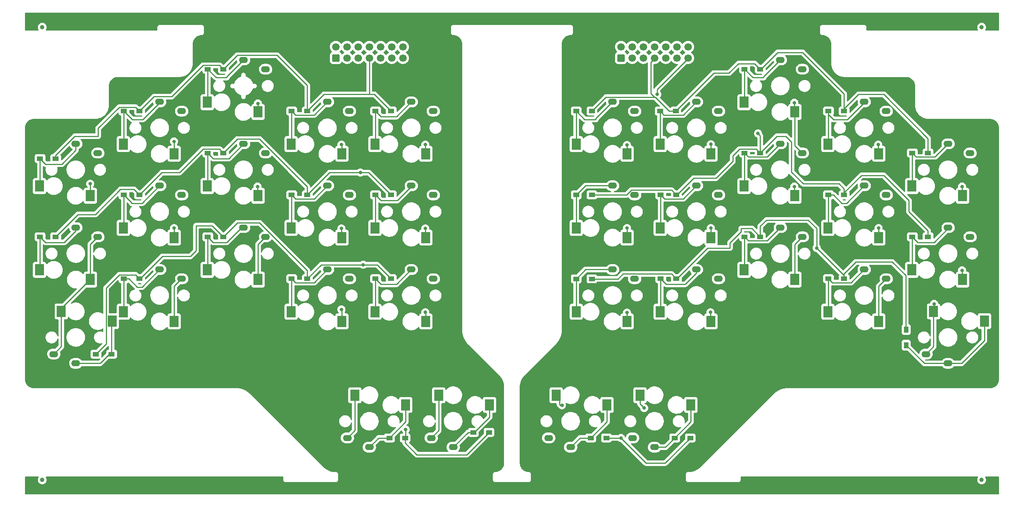
<source format=gbl>
%TF.GenerationSoftware,KiCad,Pcbnew,(6.0.7-1)-1*%
%TF.CreationDate,2022-09-05T18:02:16+08:00*%
%TF.ProjectId,Input,496e7075-742e-46b6-9963-61645f706362,2*%
%TF.SameCoordinates,PX7f2c270PY3f96138*%
%TF.FileFunction,Copper,L2,Bot*%
%TF.FilePolarity,Positive*%
%FSLAX46Y46*%
G04 Gerber Fmt 4.6, Leading zero omitted, Abs format (unit mm)*
G04 Created by KiCad (PCBNEW (6.0.7-1)-1) date 2022-09-05 18:02:16*
%MOMM*%
%LPD*%
G01*
G04 APERTURE LIST*
G04 Aperture macros list*
%AMRoundRect*
0 Rectangle with rounded corners*
0 $1 Rounding radius*
0 $2 $3 $4 $5 $6 $7 $8 $9 X,Y pos of 4 corners*
0 Add a 4 corners polygon primitive as box body*
4,1,4,$2,$3,$4,$5,$6,$7,$8,$9,$2,$3,0*
0 Add four circle primitives for the rounded corners*
1,1,$1+$1,$2,$3*
1,1,$1+$1,$4,$5*
1,1,$1+$1,$6,$7*
1,1,$1+$1,$8,$9*
0 Add four rect primitives between the rounded corners*
20,1,$1+$1,$2,$3,$4,$5,0*
20,1,$1+$1,$4,$5,$6,$7,0*
20,1,$1+$1,$6,$7,$8,$9,0*
20,1,$1+$1,$8,$9,$2,$3,0*%
G04 Aperture macros list end*
%TA.AperFunction,ComponentPad*%
%ADD10RoundRect,0.250000X0.600000X-0.600000X0.600000X0.600000X-0.600000X0.600000X-0.600000X-0.600000X0*%
%TD*%
%TA.AperFunction,ComponentPad*%
%ADD11C,1.700000*%
%TD*%
%TA.AperFunction,SMDPad,CuDef*%
%ADD12R,1.400000X1.000000*%
%TD*%
%TA.AperFunction,ComponentPad*%
%ADD13O,2.000000X1.400000*%
%TD*%
%TA.AperFunction,SMDPad,CuDef*%
%ADD14R,2.000000X2.600000*%
%TD*%
%TA.AperFunction,SMDPad,CuDef*%
%ADD15C,1.000000*%
%TD*%
%TA.AperFunction,SMDPad,CuDef*%
%ADD16R,1.000000X1.400000*%
%TD*%
%TA.AperFunction,ViaPad*%
%ADD17C,0.800000*%
%TD*%
%TA.AperFunction,Conductor*%
%ADD18C,0.250000*%
%TD*%
G04 APERTURE END LIST*
D10*
%TO.P,J1,1,Pin_1*%
%TO.N,VCC*%
X-17145000Y15875000D03*
D11*
%TO.P,J1,2,Pin_2*%
%TO.N,GND*%
X-17145000Y18415000D03*
%TO.P,J1,3,Pin_3*%
%TO.N,unconnected-(J1-Pad3)*%
X-14605000Y15875000D03*
%TO.P,J1,4,Pin_4*%
%TO.N,unconnected-(J1-Pad4)*%
X-14605000Y18415000D03*
%TO.P,J1,5,Pin_5*%
%TO.N,unconnected-(J1-Pad5)*%
X-12065000Y15875000D03*
%TO.P,J1,6,Pin_6*%
%TO.N,Col2*%
X-12065000Y18415000D03*
%TO.P,J1,7,Pin_7*%
%TO.N,Row3*%
X-9525000Y15875000D03*
%TO.P,J1,8,Pin_8*%
%TO.N,Col3*%
X-9525000Y18415000D03*
%TO.P,J1,9,Pin_9*%
%TO.N,Row4*%
X-6985000Y15875000D03*
%TO.P,J1,10,Pin_10*%
%TO.N,Col4*%
X-6985000Y18415000D03*
%TO.P,J1,11,Pin_11*%
%TO.N,Row5*%
X-4445000Y15875000D03*
%TO.P,J1,12,Pin_12*%
%TO.N,Col5*%
X-4445000Y18415000D03*
%TO.P,J1,13,Pin_13*%
%TO.N,Row6*%
X-1905000Y15875000D03*
%TO.P,J1,14,Pin_14*%
%TO.N,Col6*%
X-1905000Y18415000D03*
%TD*%
D10*
%TO.P,J2,1,Pin_1*%
%TO.N,VCC*%
X47625000Y15875000D03*
D11*
%TO.P,J2,2,Pin_2*%
%TO.N,GND*%
X47625000Y18415000D03*
%TO.P,J2,3,Pin_3*%
%TO.N,unconnected-(J2-Pad3)*%
X50165000Y15875000D03*
%TO.P,J2,4,Pin_4*%
%TO.N,Col7*%
X50165000Y18415000D03*
%TO.P,J2,5,Pin_5*%
%TO.N,unconnected-(J2-Pad5)*%
X52705000Y15875000D03*
%TO.P,J2,6,Pin_6*%
%TO.N,Col8*%
X52705000Y18415000D03*
%TO.P,J2,7,Pin_7*%
%TO.N,Row3'*%
X55245000Y15875000D03*
%TO.P,J2,8,Pin_8*%
%TO.N,Col9*%
X55245000Y18415000D03*
%TO.P,J2,9,Pin_9*%
%TO.N,Row4'*%
X57785000Y15875000D03*
%TO.P,J2,10,Pin_10*%
%TO.N,Col10*%
X57785000Y18415000D03*
%TO.P,J2,11,Pin_11*%
%TO.N,Row5'*%
X60325000Y15875000D03*
%TO.P,J2,12,Pin_12*%
%TO.N,Col11*%
X60325000Y18415000D03*
%TO.P,J2,13,Pin_13*%
%TO.N,Row6'*%
X62865000Y15875000D03*
%TO.P,J2,14,Pin_14*%
%TO.N,unconnected-(J2-Pad14)*%
X62865000Y18415000D03*
%TD*%
D12*
%TO.P,D1,1,K*%
%TO.N,Row3*%
X-80775000Y-6985000D03*
%TO.P,D1,2,A*%
%TO.N,Net-(D1-Pad2)*%
X-84325000Y-6985000D03*
%TD*%
%TO.P,D7,1,K*%
%TO.N,Row3'*%
X60065000Y3810000D03*
%TO.P,D7,2,A*%
%TO.N,Net-(D7-Pad2)*%
X56515000Y3810000D03*
%TD*%
%TO.P,D8,1,K*%
%TO.N,Row3'*%
X79245000Y13335000D03*
%TO.P,D8,2,A*%
%TO.N,Net-(D8-Pad2)*%
X75695000Y13335000D03*
%TD*%
D13*
%TO.P,SW1,1,1*%
%TO.N,Net-(D1-Pad2)*%
X-76200000Y-3625000D03*
D14*
X-84455000Y-13225000D03*
D13*
%TO.P,SW1,2,2*%
%TO.N,Col2*%
X-71200000Y-5725000D03*
D14*
X-72898000Y-15425000D03*
%TD*%
D13*
%TO.P,SW7,1,1*%
%TO.N,Net-(D7-Pad2)*%
X64770000Y5900000D03*
D14*
X56515000Y-3700000D03*
%TO.P,SW7,2,2*%
%TO.N,Col8*%
X68072000Y-5900000D03*
D13*
X69770000Y3800000D03*
%TD*%
D14*
%TO.P,SW8,1,1*%
%TO.N,Net-(D8-Pad2)*%
X75565000Y5825000D03*
D13*
X83820000Y15425000D03*
%TO.P,SW8,2,2*%
%TO.N,Col9*%
X88820000Y13325000D03*
D14*
X87122000Y3625000D03*
%TD*%
D12*
%TO.P,D2,1,K*%
%TO.N,Row3*%
X-61725000Y3810000D03*
%TO.P,D2,2,A*%
%TO.N,Net-(D2-Pad2)*%
X-65275000Y3810000D03*
%TD*%
D13*
%TO.P,SW2,1,1*%
%TO.N,Net-(D2-Pad2)*%
X-57150000Y5900000D03*
D14*
X-65405000Y-3700000D03*
D13*
%TO.P,SW2,2,2*%
%TO.N,Col3*%
X-52150000Y3800000D03*
D14*
X-53848000Y-5900000D03*
%TD*%
D12*
%TO.P,D3,1,K*%
%TO.N,Row3*%
X-42675000Y13335000D03*
%TO.P,D3,2,A*%
%TO.N,Net-(D3-Pad2)*%
X-46225000Y13335000D03*
%TD*%
%TO.P,D4,1,K*%
%TO.N,Row3*%
X-23625000Y3810000D03*
%TO.P,D4,2,A*%
%TO.N,Net-(D4-Pad2)*%
X-27175000Y3810000D03*
%TD*%
%TO.P,D5,1,K*%
%TO.N,Row3*%
X-4575000Y3810000D03*
%TO.P,D5,2,A*%
%TO.N,Net-(D5-Pad2)*%
X-8125000Y3810000D03*
%TD*%
%TO.P,D9,1,K*%
%TO.N,Row3'*%
X98295000Y3810000D03*
%TO.P,D9,2,A*%
%TO.N,Net-(D9-Pad2)*%
X94745000Y3810000D03*
%TD*%
%TO.P,D10,1,K*%
%TO.N,Row3'*%
X117345000Y-5715000D03*
%TO.P,D10,2,A*%
%TO.N,Net-(D10-Pad2)*%
X113795000Y-5715000D03*
%TD*%
%TO.P,D11,1,K*%
%TO.N,Row4*%
X-80775000Y-24765000D03*
%TO.P,D11,2,A*%
%TO.N,Net-(D11-Pad2)*%
X-84325000Y-24765000D03*
%TD*%
%TO.P,D13,1,K*%
%TO.N,Row4*%
X-42675000Y-5715000D03*
%TO.P,D13,2,A*%
%TO.N,Net-(D13-Pad2)*%
X-46225000Y-5715000D03*
%TD*%
%TO.P,D14,1,K*%
%TO.N,Row4*%
X-23625000Y-15240000D03*
%TO.P,D14,2,A*%
%TO.N,Net-(D14-Pad2)*%
X-27175000Y-15240000D03*
%TD*%
%TO.P,D15,1,K*%
%TO.N,Row4*%
X-4575000Y-15240000D03*
%TO.P,D15,2,A*%
%TO.N,Net-(D15-Pad2)*%
X-8125000Y-15240000D03*
%TD*%
%TO.P,D16,1,K*%
%TO.N,Row4'*%
X41015000Y-15240000D03*
%TO.P,D16,2,A*%
%TO.N,Net-(D16-Pad2)*%
X37465000Y-15240000D03*
%TD*%
%TO.P,D17,1,K*%
%TO.N,Row4'*%
X60195000Y-15240000D03*
%TO.P,D17,2,A*%
%TO.N,Net-(D17-Pad2)*%
X56645000Y-15240000D03*
%TD*%
%TO.P,D22,1,K*%
%TO.N,Row5*%
X-61725000Y-34290000D03*
%TO.P,D22,2,A*%
%TO.N,Net-(D22-Pad2)*%
X-65275000Y-34290000D03*
%TD*%
%TO.P,D23,1,K*%
%TO.N,Row5*%
X-42675000Y-24765000D03*
%TO.P,D23,2,A*%
%TO.N,Net-(D23-Pad2)*%
X-46225000Y-24765000D03*
%TD*%
D13*
%TO.P,SW3,1,1*%
%TO.N,Net-(D3-Pad2)*%
X-38100000Y15425000D03*
D14*
X-46355000Y5825000D03*
%TO.P,SW3,2,2*%
%TO.N,Col4*%
X-34798000Y3625000D03*
D13*
X-33100000Y13325000D03*
%TD*%
%TO.P,SW4,1,1*%
%TO.N,Net-(D4-Pad2)*%
X-19050000Y5900000D03*
D14*
X-27305000Y-3700000D03*
%TO.P,SW4,2,2*%
%TO.N,Col5*%
X-15748000Y-5900000D03*
D13*
X-14050000Y3800000D03*
%TD*%
D14*
%TO.P,SW5,1,1*%
%TO.N,Net-(D5-Pad2)*%
X-8255000Y-3700000D03*
D13*
X0Y5900000D03*
%TO.P,SW5,2,2*%
%TO.N,Col6*%
X5000000Y3800000D03*
D14*
X3302000Y-5900000D03*
%TD*%
%TO.P,SW9,1,1*%
%TO.N,Net-(D9-Pad2)*%
X94615000Y-3700000D03*
D13*
X102870000Y5900000D03*
%TO.P,SW9,2,2*%
%TO.N,Col10*%
X107870000Y3800000D03*
D14*
X106172000Y-5900000D03*
%TD*%
%TO.P,SW10,1,1*%
%TO.N,Net-(D10-Pad2)*%
X113665000Y-13225000D03*
D13*
X121920000Y-3625000D03*
D14*
%TO.P,SW10,2,2*%
%TO.N,Col11*%
X125222000Y-15425000D03*
D13*
X126920000Y-5725000D03*
%TD*%
%TO.P,SW11,1,1*%
%TO.N,Net-(D11-Pad2)*%
X-76200000Y-22675000D03*
D14*
X-84455000Y-32275000D03*
%TO.P,SW11,2,2*%
%TO.N,Col2*%
X-72898000Y-34475000D03*
D13*
X-71200000Y-24775000D03*
%TD*%
%TO.P,SW13,1,1*%
%TO.N,Net-(D13-Pad2)*%
X-38100000Y-3625000D03*
D14*
X-46355000Y-13225000D03*
%TO.P,SW13,2,2*%
%TO.N,Col4*%
X-34798000Y-15425000D03*
D13*
X-33100000Y-5725000D03*
%TD*%
%TO.P,SW14,1,1*%
%TO.N,Net-(D14-Pad2)*%
X-19050000Y-13150000D03*
D14*
X-27305000Y-22750000D03*
%TO.P,SW14,2,2*%
%TO.N,Col5*%
X-15748000Y-24950000D03*
D13*
X-14050000Y-15250000D03*
%TD*%
D14*
%TO.P,SW15,1,1*%
%TO.N,Net-(D15-Pad2)*%
X-8255000Y-22750000D03*
D13*
X0Y-13150000D03*
D14*
%TO.P,SW15,2,2*%
%TO.N,Col6*%
X3302000Y-24950000D03*
D13*
X5000000Y-15250000D03*
%TD*%
%TO.P,SW16,1,1*%
%TO.N,Net-(D16-Pad2)*%
X45720000Y-13150000D03*
D14*
X37465000Y-22750000D03*
%TO.P,SW16,2,2*%
%TO.N,Col7*%
X49022000Y-24950000D03*
D13*
X50720000Y-15250000D03*
%TD*%
D14*
%TO.P,SW17,1,1*%
%TO.N,Net-(D17-Pad2)*%
X56515000Y-22750000D03*
D13*
X64770000Y-13150000D03*
%TO.P,SW17,2,2*%
%TO.N,Col8*%
X69770000Y-15250000D03*
D14*
X68072000Y-24950000D03*
%TD*%
D13*
%TO.P,SW22,1,1*%
%TO.N,Net-(D22-Pad2)*%
X-57150000Y-32200000D03*
D14*
X-65405000Y-41800000D03*
%TO.P,SW22,2,2*%
%TO.N,Col3*%
X-53848000Y-44000000D03*
D13*
X-52150000Y-34300000D03*
%TD*%
D14*
%TO.P,SW23,1,1*%
%TO.N,Net-(D23-Pad2)*%
X-46355000Y-32275000D03*
D13*
X-38100000Y-22675000D03*
D14*
%TO.P,SW23,2,2*%
%TO.N,Col4*%
X-34798000Y-34475000D03*
D13*
X-33100000Y-24775000D03*
%TD*%
D14*
%TO.P,SW28,1,1*%
%TO.N,Net-(D28-Pad2)*%
X75565000Y-32275000D03*
D13*
X83820000Y-22675000D03*
%TO.P,SW28,2,2*%
%TO.N,Col9*%
X88820000Y-24775000D03*
D14*
X87122000Y-34475000D03*
%TD*%
D15*
%TO.P,REF\u002A\u002A,*%
%TO.N,*%
X129540000Y22860000D03*
%TD*%
D13*
%TO.P,SW33,1,1*%
%TO.N,Net-(D33-Pad2)*%
X36195000Y-72575000D03*
D14*
X44450000Y-62975000D03*
D13*
%TO.P,SW33,2,2*%
%TO.N,Col7*%
X31195000Y-70475000D03*
D14*
X32893000Y-60775000D03*
%TD*%
D15*
%TO.P,REF\u002A\u002A,*%
%TO.N,*%
X129540000Y-80010000D03*
%TD*%
D12*
%TO.P,D27,1,K*%
%TO.N,Row5'*%
X60195000Y-34290000D03*
%TO.P,D27,2,A*%
%TO.N,Net-(D27-Pad2)*%
X56645000Y-34290000D03*
%TD*%
%TO.P,D20,1,K*%
%TO.N,Row4'*%
X117345000Y-24765000D03*
%TO.P,D20,2,A*%
%TO.N,Net-(D20-Pad2)*%
X113795000Y-24765000D03*
%TD*%
D13*
%TO.P,SW20,1,1*%
%TO.N,Net-(D20-Pad2)*%
X121920000Y-22675000D03*
D14*
X113665000Y-32275000D03*
%TO.P,SW20,2,2*%
%TO.N,Col11*%
X125222000Y-34475000D03*
D13*
X126920000Y-24775000D03*
%TD*%
D12*
%TO.P,D21,1,K*%
%TO.N,Row5*%
X-71625000Y-51435000D03*
%TO.P,D21,2,A*%
%TO.N,Net-(D21-Pad2)*%
X-68075000Y-51435000D03*
%TD*%
%TO.P,D28,1,K*%
%TO.N,Row5'*%
X79245000Y-24765000D03*
%TO.P,D28,2,A*%
%TO.N,Net-(D28-Pad2)*%
X75695000Y-24765000D03*
%TD*%
D14*
%TO.P,SW19,1,1*%
%TO.N,Net-(D19-Pad2)*%
X94615000Y-22750000D03*
D13*
X102870000Y-13150000D03*
D14*
%TO.P,SW19,2,2*%
%TO.N,Col10*%
X106172000Y-24950000D03*
D13*
X107870000Y-15250000D03*
%TD*%
%TO.P,SW26,1,1*%
%TO.N,Net-(D26-Pad2)*%
X45720000Y-32200000D03*
D14*
X37465000Y-41800000D03*
D13*
%TO.P,SW26,2,2*%
%TO.N,Col7*%
X50720000Y-34300000D03*
D14*
X49022000Y-44000000D03*
%TD*%
D13*
%TO.P,SW31,1,1*%
%TO.N,Net-(D31-Pad2)*%
X-9525000Y-72575000D03*
D14*
X-1270000Y-62975000D03*
%TO.P,SW31,2,2*%
%TO.N,Col5*%
X-12827000Y-60775000D03*
D13*
X-14525000Y-70475000D03*
%TD*%
D12*
%TO.P,D25,1,K*%
%TO.N,Row5*%
X-4575000Y-34290000D03*
%TO.P,D25,2,A*%
%TO.N,Net-(D25-Pad2)*%
X-8125000Y-34290000D03*
%TD*%
D13*
%TO.P,SW34,1,1*%
%TO.N,Net-(D34-Pad2)*%
X55245000Y-72575000D03*
D14*
X63500000Y-62975000D03*
D13*
%TO.P,SW34,2,2*%
%TO.N,Col8*%
X50245000Y-70475000D03*
D14*
X51943000Y-60775000D03*
%TD*%
D12*
%TO.P,D12,1,K*%
%TO.N,Row4*%
X-61725000Y-15240000D03*
%TO.P,D12,2,A*%
%TO.N,Net-(D12-Pad2)*%
X-65275000Y-15240000D03*
%TD*%
%TO.P,D33,1,K*%
%TO.N,Row6'*%
X44320000Y-70485000D03*
%TO.P,D33,2,A*%
%TO.N,Net-(D33-Pad2)*%
X40770000Y-70485000D03*
%TD*%
D14*
%TO.P,SW27,1,1*%
%TO.N,Net-(D27-Pad2)*%
X56515000Y-41800000D03*
D13*
X64770000Y-32200000D03*
D14*
%TO.P,SW27,2,2*%
%TO.N,Col8*%
X68072000Y-44000000D03*
D13*
X69770000Y-34300000D03*
%TD*%
D12*
%TO.P,D26,1,K*%
%TO.N,Row5'*%
X41015000Y-34325000D03*
%TO.P,D26,2,A*%
%TO.N,Net-(D26-Pad2)*%
X37465000Y-34325000D03*
%TD*%
%TO.P,D32,1,K*%
%TO.N,Row6*%
X17650000Y-69215000D03*
%TO.P,D32,2,A*%
%TO.N,Net-(D32-Pad2)*%
X14100000Y-69215000D03*
%TD*%
%TO.P,D24,1,K*%
%TO.N,Row5*%
X-23625000Y-34290000D03*
%TO.P,D24,2,A*%
%TO.N,Net-(D24-Pad2)*%
X-27175000Y-34290000D03*
%TD*%
D15*
%TO.P,REF\u002A\u002A,*%
%TO.N,*%
X-83820000Y22860000D03*
%TD*%
D14*
%TO.P,SW29,1,1*%
%TO.N,Net-(D29-Pad2)*%
X94615000Y-41800000D03*
D13*
X102870000Y-32200000D03*
D14*
%TO.P,SW29,2,2*%
%TO.N,Col10*%
X106172000Y-44000000D03*
D13*
X107870000Y-34300000D03*
%TD*%
D14*
%TO.P,SW24,1,1*%
%TO.N,Net-(D24-Pad2)*%
X-27305000Y-41800000D03*
D13*
X-19050000Y-32200000D03*
%TO.P,SW24,2,2*%
%TO.N,Col5*%
X-14050000Y-34300000D03*
D14*
X-15748000Y-44000000D03*
%TD*%
D12*
%TO.P,D29,1,K*%
%TO.N,Row5'*%
X98295000Y-34290000D03*
%TO.P,D29,2,A*%
%TO.N,Net-(D29-Pad2)*%
X94745000Y-34290000D03*
%TD*%
%TO.P,D34,1,K*%
%TO.N,Row6'*%
X63370000Y-70485000D03*
%TO.P,D34,2,A*%
%TO.N,Net-(D34-Pad2)*%
X59820000Y-70485000D03*
%TD*%
%TO.P,D19,1,K*%
%TO.N,Row4'*%
X98295000Y-15240000D03*
%TO.P,D19,2,A*%
%TO.N,Net-(D19-Pad2)*%
X94745000Y-15240000D03*
%TD*%
%TO.P,D31,1,K*%
%TO.N,Row6*%
X-1400000Y-70485000D03*
%TO.P,D31,2,A*%
%TO.N,Net-(D31-Pad2)*%
X-4950000Y-70485000D03*
%TD*%
D13*
%TO.P,SW21,2,2*%
%TO.N,Col2*%
X-81200000Y-51425000D03*
D14*
X-79502000Y-41725000D03*
D13*
%TO.P,SW21,1,1*%
%TO.N,Net-(D21-Pad2)*%
X-76200000Y-53525000D03*
D14*
X-67945000Y-43925000D03*
%TD*%
%TO.P,SW25,1,1*%
%TO.N,Net-(D25-Pad2)*%
X-8255000Y-41800000D03*
D13*
X0Y-32200000D03*
%TO.P,SW25,2,2*%
%TO.N,Col6*%
X5000000Y-34300000D03*
D14*
X3302000Y-44000000D03*
%TD*%
D13*
%TO.P,SW30,2,2*%
%TO.N,Col11*%
X116920000Y-51425000D03*
D14*
X118618000Y-41725000D03*
D13*
%TO.P,SW30,1,1*%
%TO.N,Net-(D30-Pad2)*%
X121920000Y-53525000D03*
D14*
X130175000Y-43925000D03*
%TD*%
D13*
%TO.P,SW12,1,1*%
%TO.N,Net-(D12-Pad2)*%
X-57150000Y-13150000D03*
D14*
X-65405000Y-22750000D03*
D13*
%TO.P,SW12,2,2*%
%TO.N,Col3*%
X-52150000Y-15250000D03*
D14*
X-53848000Y-24950000D03*
%TD*%
%TO.P,SW6,1,1*%
%TO.N,Net-(D6-Pad2)*%
X37465000Y-3700000D03*
D13*
X45720000Y5900000D03*
%TO.P,SW6,2,2*%
%TO.N,Col7*%
X50720000Y3800000D03*
D14*
X49022000Y-5900000D03*
%TD*%
D12*
%TO.P,D18,1,K*%
%TO.N,Row4'*%
X79245000Y-5715000D03*
%TO.P,D18,2,A*%
%TO.N,Net-(D18-Pad2)*%
X75695000Y-5715000D03*
%TD*%
D16*
%TO.P,D30,1,K*%
%TO.N,Row5'*%
X112395000Y-45850000D03*
%TO.P,D30,2,A*%
%TO.N,Net-(D30-Pad2)*%
X112395000Y-49400000D03*
%TD*%
D15*
%TO.P,REF\u002A\u002A,*%
%TO.N,*%
X-83820000Y-80010000D03*
%TD*%
D14*
%TO.P,SW18,1,1*%
%TO.N,Net-(D18-Pad2)*%
X75565000Y-13225000D03*
D13*
X83820000Y-3625000D03*
%TO.P,SW18,2,2*%
%TO.N,Col9*%
X88820000Y-5725000D03*
D14*
X87122000Y-15425000D03*
%TD*%
D12*
%TO.P,D6,1,K*%
%TO.N,Row3'*%
X41015000Y3810000D03*
%TO.P,D6,2,A*%
%TO.N,Net-(D6-Pad2)*%
X37465000Y3810000D03*
%TD*%
D13*
%TO.P,SW32,1,1*%
%TO.N,Net-(D32-Pad2)*%
X9525000Y-72575000D03*
D14*
X17780000Y-62975000D03*
%TO.P,SW32,2,2*%
%TO.N,Col6*%
X6223000Y-60775000D03*
D13*
X4525000Y-70475000D03*
%TD*%
D17*
%TO.N,Col2*%
X-72939824Y-12700000D03*
%TO.N,Col10*%
X106045000Y-3810000D03*
X106130176Y-22774824D03*
%TO.N,Col11*%
X118745000Y-40005000D03*
X125095000Y-32385000D03*
X125095000Y-13335000D03*
%TO.N,Col9*%
X86995000Y-13335000D03*
X86995000Y5715000D03*
%TO.N,Row6'*%
X47625000Y-70485000D03*
X55880000Y7620000D03*
%TO.N,Row5'*%
X92075000Y-27305000D03*
%TO.N,Row4'*%
X78740000Y-1270000D03*
%TO.N,Col8*%
X68030176Y-3724824D03*
X68030176Y-22774824D03*
X67945001Y-41909999D03*
X52895964Y-63690964D03*
%TO.N,Col7*%
X48980176Y-3895176D03*
X48980176Y-22774824D03*
X48980176Y-41995176D03*
X34219999Y-63063855D03*
%TO.N,Col3*%
X-53889824Y-3089824D03*
X-53889824Y-22774824D03*
%TO.N,Col4*%
X-34925000Y-13335000D03*
X-34839824Y5546176D03*
%TO.N,Row6*%
X-1270000Y-68580000D03*
%TO.N,Row5*%
X-10938500Y-31115000D03*
%TO.N,Row4*%
X-11573500Y-10160000D03*
%TO.N,Col5*%
X-15875000Y-41275000D03*
%TO.N,Col6*%
X3175000Y-41910000D03*
X3175000Y-22860000D03*
X3175000Y-3810000D03*
%TO.N,Col5*%
X-15875000Y-22860000D03*
X-15875000Y-3810000D03*
%TD*%
D18*
%TO.N,Col2*%
X-72898000Y-12741824D02*
X-72939824Y-12700000D01*
X-72898000Y-15425000D02*
X-72898000Y-12741824D01*
%TO.N,Col10*%
X106045000Y-3810000D02*
X106045000Y-5773000D01*
X106045000Y-5773000D02*
X106172000Y-5900000D01*
X106172000Y-24950000D02*
X106172000Y-22816648D01*
X106172000Y-22816648D02*
X106130176Y-22774824D01*
X107870000Y-34300000D02*
X106172000Y-35998000D01*
X106172000Y-35998000D02*
X106172000Y-44000000D01*
%TO.N,Net-(D30-Pad2)*%
X121920000Y-53525000D02*
X116520000Y-53525000D01*
X116520000Y-53525000D02*
X112395000Y-49400000D01*
X130175000Y-43925000D02*
X130175000Y-48334825D01*
X130175000Y-48334825D02*
X124984825Y-53525000D01*
X124984825Y-53525000D02*
X121920000Y-53525000D01*
%TO.N,Col11*%
X118618000Y-41725000D02*
X118618000Y-49727000D01*
X118618000Y-49727000D02*
X116920000Y-51425000D01*
X118745000Y-40005000D02*
X118745000Y-41598000D01*
X118745000Y-41598000D02*
X118618000Y-41725000D01*
X125095000Y-32385000D02*
X125095000Y-34348000D01*
X125095000Y-34348000D02*
X125222000Y-34475000D01*
X125095000Y-13335000D02*
X125095000Y-15298000D01*
X125095000Y-15298000D02*
X125222000Y-15425000D01*
%TO.N,Row5'*%
X98295000Y-34290000D02*
X98295000Y-33150000D01*
X100965000Y-30480000D02*
X109220000Y-30480000D01*
X112286000Y-45741000D02*
X112395000Y-45850000D01*
X98295000Y-33150000D02*
X100965000Y-30480000D01*
X109220000Y-30480000D02*
X112286000Y-33546000D01*
X112286000Y-33546000D02*
X112286000Y-45741000D01*
%TO.N,Net-(D29-Pad2)*%
X102870000Y-32200000D02*
X99901000Y-35169000D01*
X95624000Y-35169000D02*
X94745000Y-34290000D01*
X99901000Y-35169000D02*
X95624000Y-35169000D01*
X94745000Y-34290000D02*
X94745000Y-41670000D01*
X94745000Y-41670000D02*
X94615000Y-41800000D01*
%TO.N,Col9*%
X88820000Y-24775000D02*
X87122000Y-26473000D01*
X87122000Y-26473000D02*
X87122000Y-34475000D01*
X86995000Y-15298000D02*
X87122000Y-15425000D01*
X86995000Y-13335000D02*
X86995000Y-15298000D01*
%TO.N,Net-(D20-Pad2)*%
X113795000Y-24765000D02*
X113795000Y-32145000D01*
X113795000Y-32145000D02*
X113665000Y-32275000D01*
X121920000Y-22675000D02*
X121920000Y-22860000D01*
X121920000Y-22860000D02*
X118745000Y-26035000D01*
X118745000Y-26035000D02*
X115065000Y-26035000D01*
X115065000Y-26035000D02*
X113795000Y-24765000D01*
%TO.N,Row4'*%
X98295000Y-15240000D02*
X98295000Y-14735000D01*
X98295000Y-14735000D02*
X102235000Y-10795000D01*
X107315000Y-10795000D02*
X113030000Y-16510000D01*
X113030000Y-16510000D02*
X113030000Y-19050000D01*
X102235000Y-10795000D02*
X107315000Y-10795000D01*
X113030000Y-19050000D02*
X117345000Y-23365000D01*
X117345000Y-23365000D02*
X117345000Y-24765000D01*
%TO.N,Net-(D19-Pad2)*%
X94745000Y-15240000D02*
X94745000Y-22620000D01*
X94745000Y-22620000D02*
X94615000Y-22750000D01*
X102870000Y-13150000D02*
X98875000Y-17145000D01*
X97790000Y-17145000D02*
X95885000Y-15240000D01*
X95885000Y-15240000D02*
X94745000Y-15240000D01*
X98875000Y-17145000D02*
X97790000Y-17145000D01*
%TO.N,Row4'*%
X79245000Y-5715000D02*
X83055000Y-1905000D01*
X83055000Y-1905000D02*
X85090000Y-1905000D01*
X85090000Y-1905000D02*
X86360000Y-3175000D01*
X86360000Y-3175000D02*
X86360000Y-10029825D01*
X86360000Y-10029825D02*
X89030175Y-12700000D01*
X89030175Y-12700000D02*
X97155000Y-12700000D01*
X97155000Y-12700000D02*
X98295000Y-13840000D01*
X98295000Y-13840000D02*
X98295000Y-15240000D01*
%TO.N,Col9*%
X87122000Y3625000D02*
X87122000Y-4027000D01*
X87122000Y-4027000D02*
X88820000Y-5725000D01*
X86995000Y5715000D02*
X86995000Y3752000D01*
X86995000Y3752000D02*
X87122000Y3625000D01*
%TO.N,Row6'*%
X55880000Y8772500D02*
X55880000Y7620000D01*
%TO.N,Row3'*%
X58589034Y3810000D02*
X60065000Y3810000D01*
X41015000Y3810000D02*
X44184000Y6979000D01*
X54395000Y7835000D02*
X55245000Y6985000D01*
X55420034Y6979000D02*
X58589034Y3810000D01*
X55245000Y15757500D02*
X54395000Y14907500D01*
X54395000Y14907500D02*
X54395000Y7835000D01*
%TO.N,Row6'*%
X62865000Y15757500D02*
X55880000Y8772500D01*
%TO.N,Row3'*%
X44184000Y6979000D02*
X55420034Y6979000D01*
%TO.N,Row5'*%
X41015000Y-34325000D02*
X46955000Y-34325000D01*
X46955000Y-34325000D02*
X48059000Y-33221000D01*
X48059000Y-33221000D02*
X59126000Y-33221000D01*
X59126000Y-33221000D02*
X60195000Y-34290000D01*
X60195000Y-34290000D02*
X60325000Y-34290000D01*
X77340000Y-22860000D02*
X79245000Y-24765000D01*
X60325000Y-34290000D02*
X67310000Y-27305000D01*
X72390000Y-27305000D02*
X72390000Y-26112000D01*
X74930000Y-23572000D02*
X74930000Y-22860000D01*
X67310000Y-27305000D02*
X72390000Y-27305000D01*
X72390000Y-26112000D02*
X74930000Y-23572000D01*
X74930000Y-22860000D02*
X77340000Y-22860000D01*
%TO.N,Net-(D27-Pad2)*%
X56645000Y-34290000D02*
X56645000Y-41670000D01*
X56645000Y-41670000D02*
X56515000Y-41800000D01*
X64770000Y-32200000D02*
X64770000Y-33020000D01*
X64770000Y-33020000D02*
X62230000Y-35560000D01*
X57915000Y-35560000D02*
X56645000Y-34290000D01*
X62230000Y-35560000D02*
X57915000Y-35560000D01*
%TO.N,Net-(D28-Pad2)*%
X75695000Y-24765000D02*
X75695000Y-32145000D01*
X75695000Y-32145000D02*
X75565000Y-32275000D01*
X83820000Y-22675000D02*
X80851000Y-25644000D01*
X80851000Y-25644000D02*
X76574000Y-25644000D01*
X76574000Y-25644000D02*
X75695000Y-24765000D01*
%TO.N,Row5'*%
X92075000Y-27305000D02*
X92075000Y-22860000D01*
X92075000Y-22860000D02*
X90170000Y-20955000D01*
X90170000Y-20955000D02*
X80645000Y-20955000D01*
X80645000Y-20955000D02*
X79245000Y-22355000D01*
X79245000Y-22355000D02*
X79245000Y-24765000D01*
X98295000Y-33525000D02*
X98295000Y-34290000D01*
X92075000Y-27305000D02*
X98295000Y-33525000D01*
%TO.N,Net-(D34-Pad2)*%
X63500000Y-62975000D02*
X63500000Y-66805000D01*
X63500000Y-66805000D02*
X59820000Y-70485000D01*
X55245000Y-72575000D02*
X57730000Y-72575000D01*
X57730000Y-72575000D02*
X59820000Y-70485000D01*
%TO.N,Row6'*%
X44320000Y-70485000D02*
X47625000Y-70485000D01*
X53340000Y-76200000D02*
X57655000Y-76200000D01*
X47625000Y-70485000D02*
X53340000Y-76200000D01*
X57655000Y-76200000D02*
X63370000Y-70485000D01*
%TO.N,Net-(D33-Pad2)*%
X40770000Y-70485000D02*
X38285000Y-70485000D01*
X38285000Y-70485000D02*
X36195000Y-72575000D01*
X44450000Y-62975000D02*
X44450000Y-66805000D01*
X44450000Y-66805000D02*
X40770000Y-70485000D01*
%TO.N,Net-(D26-Pad2)*%
X37465000Y-34325000D02*
X37465000Y-41800000D01*
X45720000Y-32200000D02*
X39590000Y-32200000D01*
X39590000Y-32200000D02*
X37465000Y-34325000D01*
%TO.N,Net-(D16-Pad2)*%
X37465000Y-15240000D02*
X37465000Y-22750000D01*
%TO.N,Row4'*%
X41015000Y-15240000D02*
X48904064Y-15240000D01*
X48904064Y-15240000D02*
X49973064Y-14171000D01*
X49973064Y-14171000D02*
X59126000Y-14171000D01*
X59126000Y-14171000D02*
X60195000Y-15240000D01*
%TO.N,Net-(D16-Pad2)*%
X45720000Y-13150000D02*
X39555000Y-13150000D01*
X39555000Y-13150000D02*
X37465000Y-15240000D01*
%TO.N,Net-(D17-Pad2)*%
X56645000Y-15240000D02*
X56645000Y-22620000D01*
X56645000Y-22620000D02*
X56515000Y-22750000D01*
X64770000Y-13150000D02*
X61801000Y-16119000D01*
X61801000Y-16119000D02*
X57524000Y-16119000D01*
X57524000Y-16119000D02*
X56645000Y-15240000D01*
%TO.N,Row4'*%
X60195000Y-15240000D02*
X60325000Y-15240000D01*
X69215000Y-11430000D02*
X73025000Y-7620000D01*
X60325000Y-15240000D02*
X64135000Y-11430000D01*
X73025000Y-6350000D02*
X74539000Y-4836000D01*
X64135000Y-11430000D02*
X69215000Y-11430000D01*
X73025000Y-7620000D02*
X73025000Y-6350000D01*
X74539000Y-4836000D02*
X78366000Y-4836000D01*
X78366000Y-4836000D02*
X79245000Y-5715000D01*
%TO.N,Net-(D18-Pad2)*%
X75695000Y-5715000D02*
X75695000Y-13095000D01*
X75695000Y-13095000D02*
X75565000Y-13225000D01*
X83820000Y-3625000D02*
X80851000Y-6594000D01*
X76574000Y-6594000D02*
X75695000Y-5715000D01*
X80851000Y-6594000D02*
X76574000Y-6594000D01*
%TO.N,Row4'*%
X79245000Y-1775000D02*
X78740000Y-1270000D01*
X79245000Y-5715000D02*
X79245000Y-1775000D01*
%TO.N,Col8*%
X68072000Y-5900000D02*
X68072000Y-3766648D01*
X68072000Y-3766648D02*
X68030176Y-3724824D01*
X68072000Y-24950000D02*
X68072000Y-22816648D01*
X68072000Y-22816648D02*
X68030176Y-22774824D01*
X67945001Y-41909999D02*
X67945001Y-43873001D01*
X67945001Y-43873001D02*
X68072000Y-44000000D01*
X52895964Y-63690964D02*
X51943000Y-62738000D01*
X51943000Y-62738000D02*
X51943000Y-60775000D01*
%TO.N,Net-(D10-Pad2)*%
X113795000Y-5715000D02*
X113795000Y-13095000D01*
X113795000Y-13095000D02*
X113665000Y-13225000D01*
X121920000Y-3625000D02*
X118951000Y-6594000D01*
X118951000Y-6594000D02*
X114674000Y-6594000D01*
X114674000Y-6594000D02*
X113795000Y-5715000D01*
%TO.N,Row3'*%
X98295000Y3810000D02*
X98295000Y4315000D01*
X101600000Y7620000D02*
X107315000Y7620000D01*
X98295000Y4315000D02*
X101600000Y7620000D01*
X107315000Y7620000D02*
X117345000Y-2410000D01*
X117345000Y-2410000D02*
X117345000Y-5715000D01*
X79245000Y13335000D02*
X79375000Y13335000D01*
X79375000Y13335000D02*
X83185000Y17145000D01*
X83185000Y17145000D02*
X88900000Y17145000D01*
X88900000Y17145000D02*
X98295000Y7750000D01*
X98295000Y7750000D02*
X98295000Y3810000D01*
%TO.N,Net-(D9-Pad2)*%
X94745000Y3810000D02*
X94745000Y-3570000D01*
X94745000Y-3570000D02*
X94615000Y-3700000D01*
X102870000Y5900000D02*
X102870000Y5715000D01*
X99060000Y1905000D02*
X95885000Y1905000D01*
X102870000Y5715000D02*
X99060000Y1905000D01*
X95885000Y1905000D02*
X94745000Y3045000D01*
X94745000Y3045000D02*
X94745000Y3810000D01*
%TO.N,Row3'*%
X60065000Y3810000D02*
X68711000Y12456000D01*
X74295000Y14605000D02*
X77975000Y14605000D01*
X77975000Y14605000D02*
X79245000Y13335000D01*
X68711000Y12456000D02*
X72146000Y12456000D01*
X72146000Y12456000D02*
X74295000Y14605000D01*
%TO.N,Net-(D8-Pad2)*%
X75695000Y13335000D02*
X75695000Y5955000D01*
X75695000Y5955000D02*
X75565000Y5825000D01*
X83820000Y15425000D02*
X80010000Y11615000D01*
X80010000Y11430000D02*
X77600000Y11430000D01*
X80010000Y11615000D02*
X80010000Y11430000D01*
X77600000Y11430000D02*
X75695000Y13335000D01*
%TO.N,Net-(D7-Pad2)*%
X56515000Y3810000D02*
X56515000Y-3700000D01*
X64770000Y5900000D02*
X61801000Y2931000D01*
X61801000Y2931000D02*
X57394000Y2931000D01*
X57394000Y2931000D02*
X56515000Y3810000D01*
%TO.N,Net-(D6-Pad2)*%
X45720000Y5900000D02*
X41910000Y2090000D01*
X41910000Y2090000D02*
X41910000Y1905000D01*
X39370000Y1905000D02*
X37465000Y3810000D01*
X41910000Y1905000D02*
X39370000Y1905000D01*
X37465000Y3810000D02*
X37465000Y-3700000D01*
%TO.N,Col7*%
X48980176Y-3895176D02*
X48980176Y-5858176D01*
X48980176Y-5858176D02*
X49022000Y-5900000D01*
X48980176Y-22774824D02*
X48980176Y-24908176D01*
X48980176Y-24908176D02*
X49022000Y-24950000D01*
X48980176Y-41995176D02*
X48980176Y-43958176D01*
X48980176Y-43958176D02*
X49022000Y-44000000D01*
X34219999Y-63063855D02*
X33853855Y-63063855D01*
X33853855Y-63063855D02*
X33655000Y-62865000D01*
X33655000Y-62865000D02*
X33655000Y-61537000D01*
X33655000Y-61537000D02*
X32893000Y-60775000D01*
%TO.N,Col3*%
X-53889824Y-3089824D02*
X-53848000Y-3131648D01*
X-53848000Y-3131648D02*
X-53848000Y-5900000D01*
X-53889824Y-22774824D02*
X-53889824Y-24908176D01*
X-53889824Y-24908176D02*
X-53848000Y-24950000D01*
X-52150000Y-34300000D02*
X-53848000Y-35998000D01*
X-53848000Y-35998000D02*
X-53848000Y-44000000D01*
%TO.N,Col2*%
X-72898000Y-34475000D02*
X-72898000Y-26473000D01*
X-72898000Y-26473000D02*
X-71200000Y-24775000D01*
X-79502000Y-41725000D02*
X-79502000Y-41079000D01*
X-79502000Y-41079000D02*
X-72898000Y-34475000D01*
X-81200000Y-51425000D02*
X-79502000Y-49727000D01*
X-79502000Y-49727000D02*
X-79502000Y-41725000D01*
%TO.N,Net-(D21-Pad2)*%
X-68075000Y-51435000D02*
X-68580000Y-51435000D01*
X-68580000Y-51435000D02*
X-70670000Y-53525000D01*
X-70670000Y-53525000D02*
X-76200000Y-53525000D01*
X-68075000Y-51435000D02*
X-68075000Y-44055000D01*
X-68075000Y-44055000D02*
X-67945000Y-43925000D01*
%TO.N,Row5*%
X-61725000Y-34290000D02*
X-62604000Y-33411000D01*
X-62604000Y-33411000D02*
X-66354000Y-33411000D01*
X-66354000Y-33411000D02*
X-69324999Y-36381999D01*
X-69324999Y-36381999D02*
X-69324999Y-49134999D01*
X-69324999Y-49134999D02*
X-71625000Y-51435000D01*
%TO.N,Col6*%
X4525000Y-70475000D02*
X6223000Y-68777000D01*
X6223000Y-68777000D02*
X6223000Y-60775000D01*
%TO.N,Col4*%
X-33100000Y-24775000D02*
X-34798000Y-26473000D01*
X-34798000Y-26473000D02*
X-34798000Y-34475000D01*
X-34925000Y-13335000D02*
X-34925000Y-15298000D01*
X-34925000Y-15298000D02*
X-34798000Y-15425000D01*
X-34798000Y3625000D02*
X-34798000Y5504352D01*
X-34798000Y5504352D02*
X-34839824Y5546176D01*
%TO.N,Row6*%
X17650000Y-69215000D02*
X12570000Y-74295000D01*
X12570000Y-74295000D02*
X1270000Y-74295000D01*
X1270000Y-74295000D02*
X-1400000Y-71625000D01*
X-1400000Y-71625000D02*
X-1400000Y-70485000D01*
%TO.N,Net-(D32-Pad2)*%
X14100000Y-69215000D02*
X14300000Y-69215000D01*
X14300000Y-69215000D02*
X17780000Y-65735000D01*
X17780000Y-65735000D02*
X17780000Y-62975000D01*
X9525000Y-72575000D02*
X12885000Y-69215000D01*
X12885000Y-69215000D02*
X14100000Y-69215000D01*
%TO.N,Net-(D31-Pad2)*%
X-4950000Y-70485000D02*
X-1270000Y-66805000D01*
X-1270000Y-66805000D02*
X-1270000Y-62975000D01*
X-4950000Y-70485000D02*
X-7435000Y-70485000D01*
X-7435000Y-70485000D02*
X-9525000Y-72575000D01*
%TO.N,Row6*%
X-1270000Y-68580000D02*
X-1270000Y-70355000D01*
X-1270000Y-70355000D02*
X-1400000Y-70485000D01*
%TO.N,Row3*%
X-9525000Y15875000D02*
X-9525000Y7620000D01*
%TO.N,Net-(D11-Pad2)*%
X-76200000Y-22675000D02*
X-76200000Y-23402500D01*
X-83055000Y-26035000D02*
X-84325000Y-24765000D01*
X-76200000Y-23402500D02*
X-78832500Y-26035000D01*
X-78832500Y-26035000D02*
X-83055000Y-26035000D01*
%TO.N,Row4*%
X-80775000Y-24765000D02*
X-75695000Y-19685000D01*
X-75695000Y-19685000D02*
X-71755000Y-19685000D01*
X-71755000Y-19685000D02*
X-66040000Y-13970000D01*
X-66040000Y-13970000D02*
X-62995000Y-13970000D01*
X-62995000Y-13970000D02*
X-61725000Y-15240000D01*
%TO.N,Net-(D11-Pad2)*%
X-84325000Y-24765000D02*
X-84325000Y-32145000D01*
X-84325000Y-32145000D02*
X-84455000Y-32275000D01*
%TO.N,Row4*%
X-61725000Y-15240000D02*
X-56645000Y-10160000D01*
X-47304000Y-4836000D02*
X-43554000Y-4836000D01*
X-56645000Y-10160000D02*
X-52628000Y-10160000D01*
X-52628000Y-10160000D02*
X-47304000Y-4836000D01*
X-43554000Y-4836000D02*
X-42675000Y-5715000D01*
%TO.N,Net-(D12-Pad2)*%
X-65275000Y-15240000D02*
X-65275000Y-22620000D01*
X-65275000Y-22620000D02*
X-65405000Y-22750000D01*
X-65275000Y-15240000D02*
X-63500000Y-17015000D01*
X-63500000Y-17145000D02*
X-61145000Y-17145000D01*
X-63500000Y-17015000D02*
X-63500000Y-17145000D01*
X-61145000Y-17145000D02*
X-57150000Y-13150000D01*
%TO.N,Row4*%
X-42675000Y-5715000D02*
X-39506000Y-2546000D01*
X-39506000Y-2546000D02*
X-34453064Y-2546000D01*
X-34453064Y-2546000D02*
X-23625000Y-13374064D01*
X-23625000Y-13374064D02*
X-23625000Y-15240000D01*
%TO.N,Net-(D13-Pad2)*%
X-38100000Y-3625000D02*
X-41460000Y-6985000D01*
X-41460000Y-6985000D02*
X-44955000Y-6985000D01*
X-44955000Y-6985000D02*
X-46225000Y-5715000D01*
X-46225000Y-5715000D02*
X-46225000Y-13095000D01*
X-46225000Y-13095000D02*
X-46355000Y-13225000D01*
%TO.N,Row4*%
X-4575000Y-15240000D02*
X-9655000Y-10160000D01*
X-18545000Y-10160000D02*
X-23625000Y-15240000D01*
X-9655000Y-10160000D02*
X-18545000Y-10160000D01*
%TO.N,Net-(D14-Pad2)*%
X-27175000Y-15240000D02*
X-27175000Y-22620000D01*
X-27175000Y-22620000D02*
X-27305000Y-22750000D01*
X-19050000Y-13150000D02*
X-22019000Y-16119000D01*
X-22019000Y-16119000D02*
X-26296000Y-16119000D01*
X-26296000Y-16119000D02*
X-27175000Y-15240000D01*
%TO.N,Net-(D15-Pad2)*%
X-8125000Y-15240000D02*
X-8125000Y-22620000D01*
X-8125000Y-22620000D02*
X-8255000Y-22750000D01*
X0Y-13150000D02*
X0Y-13335000D01*
X-3175000Y-16510000D02*
X-6855000Y-16510000D01*
X0Y-13335000D02*
X-3175000Y-16510000D01*
X-6855000Y-16510000D02*
X-8125000Y-15240000D01*
%TO.N,Row3*%
X-80775000Y-6985000D02*
X-80775000Y-6235000D01*
X-80775000Y-6235000D02*
X-76445000Y-1905000D01*
X-76445000Y-1905000D02*
X-71120000Y-1905000D01*
X-71120000Y-1905000D02*
X-71120000Y-77000D01*
X-71120000Y-77000D02*
X-66354000Y4689000D01*
X-66354000Y4689000D02*
X-62604000Y4689000D01*
X-62604000Y4689000D02*
X-61725000Y3810000D01*
%TO.N,Net-(D1-Pad2)*%
X-84325000Y-6985000D02*
X-84325000Y-13095000D01*
X-84325000Y-13095000D02*
X-84455000Y-13225000D01*
X-76200000Y-3625000D02*
X-76200000Y-5080000D01*
X-76200000Y-5080000D02*
X-79375000Y-8255000D01*
X-83055000Y-8255000D02*
X-84325000Y-6985000D01*
X-79375000Y-8255000D02*
X-83055000Y-8255000D01*
%TO.N,Row3*%
X-61725000Y3810000D02*
X-58441000Y7094000D01*
X-58441000Y7094000D02*
X-54424000Y7094000D01*
X-54424000Y7094000D02*
X-47304000Y14214000D01*
X-47304000Y14214000D02*
X-43554000Y14214000D01*
X-43554000Y14214000D02*
X-42675000Y13335000D01*
%TO.N,Net-(D2-Pad2)*%
X-57150000Y5900000D02*
X-57150000Y5715000D01*
X-63370000Y1905000D02*
X-65275000Y3810000D01*
X-57150000Y5715000D02*
X-60960000Y1905000D01*
X-60960000Y1905000D02*
X-63370000Y1905000D01*
X-65275000Y3810000D02*
X-65275000Y-3570000D01*
X-65275000Y-3570000D02*
X-65405000Y-3700000D01*
%TO.N,Row3*%
X-42675000Y13335000D02*
X-39500000Y16510000D01*
X-30480000Y16510000D02*
X-23625000Y9655000D01*
X-39500000Y16510000D02*
X-30480000Y16510000D01*
X-23625000Y9655000D02*
X-23625000Y3810000D01*
%TO.N,Net-(D3-Pad2)*%
X-46225000Y13335000D02*
X-46225000Y5955000D01*
X-46225000Y5955000D02*
X-46355000Y5825000D01*
X-38100000Y15425000D02*
X-41910000Y11615000D01*
X-41910000Y11615000D02*
X-41910000Y11430000D01*
X-41910000Y11430000D02*
X-44320000Y11430000D01*
X-44320000Y11430000D02*
X-46225000Y13335000D01*
%TO.N,Net-(D4-Pad2)*%
X-27175000Y3810000D02*
X-27175000Y-3570000D01*
X-27175000Y-3570000D02*
X-27305000Y-3700000D01*
X-19050000Y5900000D02*
X-22019000Y2931000D01*
X-26296000Y2931000D02*
X-27175000Y3810000D01*
X-22019000Y2931000D02*
X-26296000Y2931000D01*
%TO.N,Row3*%
X-4575000Y3810000D02*
X-8385000Y7620000D01*
X-8385000Y7620000D02*
X-19815000Y7620000D01*
X-19815000Y7620000D02*
X-23625000Y3810000D01*
%TO.N,Net-(D5-Pad2)*%
X0Y5900000D02*
X-3360000Y2540000D01*
X-3360000Y2540000D02*
X-6855000Y2540000D01*
X-6855000Y2540000D02*
X-8125000Y3810000D01*
X-8125000Y3810000D02*
X-8125000Y-3570000D01*
X-8125000Y-3570000D02*
X-8255000Y-3700000D01*
%TO.N,Col5*%
X-15875000Y-41275000D02*
X-15748000Y-41402000D01*
X-15748000Y-41402000D02*
X-15748000Y-44000000D01*
%TO.N,Col6*%
X3302000Y-42037000D02*
X3175000Y-41910000D01*
X3302000Y-44000000D02*
X3302000Y-42037000D01*
X3175000Y-22860000D02*
X3175000Y-24823000D01*
X3175000Y-24823000D02*
X3302000Y-24950000D01*
%TO.N,Col5*%
X-15748000Y-3937000D02*
X-15875000Y-3810000D01*
X-15748000Y-5900000D02*
X-15748000Y-3937000D01*
%TO.N,Col6*%
X3175000Y-5773000D02*
X3302000Y-5900000D01*
X3175000Y-3810000D02*
X3175000Y-5773000D01*
%TO.N,Col5*%
X-12827000Y-60775000D02*
X-12827000Y-68777000D01*
X-12827000Y-68777000D02*
X-14525000Y-70475000D01*
X-15875000Y-22860000D02*
X-15875000Y-24823000D01*
X-15875000Y-24823000D02*
X-15748000Y-24950000D01*
%TO.N,Row5*%
X-23625000Y-34290000D02*
X-23625000Y-32424064D01*
X-61725000Y-34290000D02*
X-61595000Y-34290000D01*
X-34453064Y-21596000D02*
X-39506000Y-21596000D01*
X-4575000Y-34290000D02*
X-7750000Y-31115000D01*
X-56515000Y-29210000D02*
X-50165000Y-29210000D01*
X-20450000Y-31115000D02*
X-23625000Y-34290000D01*
X-50165000Y-29210000D02*
X-48895000Y-27940000D01*
X-48895000Y-27940000D02*
X-48895000Y-22225000D01*
X-7750000Y-31115000D02*
X-20450000Y-31115000D01*
X-61595000Y-34290000D02*
X-56515000Y-29210000D01*
X-45215000Y-22225000D02*
X-42675000Y-24765000D01*
X-39506000Y-21596000D02*
X-42675000Y-24765000D01*
X-23625000Y-32424064D02*
X-34453064Y-21596000D01*
X-48895000Y-22225000D02*
X-45215000Y-22225000D01*
%TO.N,Net-(D22-Pad2)*%
X-64135000Y-34290000D02*
X-62230000Y-36195000D01*
X-65275000Y-41670000D02*
X-65405000Y-41800000D01*
X-62230000Y-36195000D02*
X-61145000Y-36195000D01*
X-65275000Y-34290000D02*
X-65275000Y-41670000D01*
X-65275000Y-34290000D02*
X-64135000Y-34290000D01*
X-61145000Y-36195000D02*
X-57150000Y-32200000D01*
%TO.N,Net-(D23-Pad2)*%
X-38550000Y-22675000D02*
X-41910000Y-26035000D01*
X-46225000Y-32145000D02*
X-46355000Y-32275000D01*
X-41910000Y-26035000D02*
X-44955000Y-26035000D01*
X-46225000Y-24765000D02*
X-46225000Y-32145000D01*
X-44955000Y-26035000D02*
X-46225000Y-24765000D01*
X-38100000Y-22675000D02*
X-38550000Y-22675000D01*
%TO.N,Net-(D24-Pad2)*%
X-27175000Y-34290000D02*
X-27175000Y-41670000D01*
X-27175000Y-41670000D02*
X-27305000Y-41800000D01*
X-22019000Y-35169000D02*
X-26296000Y-35169000D01*
X-19050000Y-32200000D02*
X-22019000Y-35169000D01*
X-26296000Y-35169000D02*
X-27175000Y-34290000D01*
%TO.N,Net-(D25-Pad2)*%
X-8125000Y-41670000D02*
X-8255000Y-41800000D01*
X-6855000Y-35560000D02*
X-8125000Y-34290000D01*
X-8125000Y-34290000D02*
X-8125000Y-41670000D01*
X-3360000Y-35560000D02*
X-6855000Y-35560000D01*
X0Y-32200000D02*
X-3360000Y-35560000D01*
%TD*%
%TA.AperFunction,NonConductor*%
G36*
X-15792974Y17739856D02*
G01*
X-15765125Y17708006D01*
X-15705013Y17609912D01*
X-15558750Y17441062D01*
X-15386874Y17298368D01*
X-15364040Y17285025D01*
X-15313555Y17255524D01*
X-15264831Y17203886D01*
X-15251760Y17134103D01*
X-15278491Y17068331D01*
X-15318945Y17034973D01*
X-15331393Y17028493D01*
X-15335526Y17025390D01*
X-15335529Y17025388D01*
X-15505900Y16897470D01*
X-15510035Y16894365D01*
X-15601219Y16798946D01*
X-15643973Y16754207D01*
X-15705497Y16718777D01*
X-15776410Y16722234D01*
X-15834196Y16763480D01*
X-15849167Y16787806D01*
X-15851135Y16792006D01*
X-15853450Y16798946D01*
X-15946522Y16949348D01*
X-16071697Y17074305D01*
X-16086834Y17083636D01*
X-16133167Y17112196D01*
X-16222262Y17167115D01*
X-16229215Y17169421D01*
X-16230096Y17169832D01*
X-16283382Y17216748D01*
X-16302844Y17285025D01*
X-16282304Y17352985D01*
X-16264471Y17373156D01*
X-16265140Y17373827D01*
X-16110565Y17527863D01*
X-16106904Y17531511D01*
X-16098290Y17543498D01*
X-15976547Y17712923D01*
X-15975224Y17711972D01*
X-15928355Y17755143D01*
X-15858420Y17767375D01*
X-15792974Y17739856D01*
G37*
%TD.AperFunction*%
%TA.AperFunction,NonConductor*%
G36*
X-3092974Y17739856D02*
G01*
X-3065125Y17708006D01*
X-3005013Y17609912D01*
X-2858750Y17441062D01*
X-2686874Y17298368D01*
X-2664040Y17285025D01*
X-2613555Y17255524D01*
X-2564831Y17203886D01*
X-2551760Y17134103D01*
X-2578491Y17068331D01*
X-2618945Y17034973D01*
X-2631393Y17028493D01*
X-2635526Y17025390D01*
X-2635529Y17025388D01*
X-2805900Y16897470D01*
X-2810035Y16894365D01*
X-2813607Y16890627D01*
X-2896420Y16803968D01*
X-2964371Y16732862D01*
X-3071799Y16575379D01*
X-3126707Y16530379D01*
X-3197232Y16522208D01*
X-3260979Y16553462D01*
X-3281676Y16577946D01*
X-3362178Y16702383D01*
X-3362180Y16702386D01*
X-3364986Y16706723D01*
X-3515330Y16871949D01*
X-3519381Y16875148D01*
X-3519385Y16875152D01*
X-3686586Y17007200D01*
X-3686590Y17007202D01*
X-3690641Y17010402D01*
X-3731947Y17033204D01*
X-3781916Y17083636D01*
X-3796688Y17153079D01*
X-3771572Y17219484D01*
X-3744220Y17246091D01*
X-3689637Y17285025D01*
X-3565140Y17373827D01*
X-3406904Y17531511D01*
X-3398290Y17543498D01*
X-3276547Y17712923D01*
X-3275224Y17711972D01*
X-3228355Y17755143D01*
X-3158420Y17767375D01*
X-3092974Y17739856D01*
G37*
%TD.AperFunction*%
%TA.AperFunction,NonConductor*%
G36*
X-8172974Y17739856D02*
G01*
X-8145125Y17708006D01*
X-8085013Y17609912D01*
X-7938750Y17441062D01*
X-7766874Y17298368D01*
X-7744040Y17285025D01*
X-7693555Y17255524D01*
X-7644831Y17203886D01*
X-7631760Y17134103D01*
X-7658491Y17068331D01*
X-7698945Y17034973D01*
X-7711393Y17028493D01*
X-7715526Y17025390D01*
X-7715529Y17025388D01*
X-7885900Y16897470D01*
X-7890035Y16894365D01*
X-7893607Y16890627D01*
X-7976420Y16803968D01*
X-8044371Y16732862D01*
X-8151799Y16575379D01*
X-8206707Y16530379D01*
X-8277232Y16522208D01*
X-8340979Y16553462D01*
X-8361676Y16577946D01*
X-8442178Y16702383D01*
X-8442180Y16702386D01*
X-8444986Y16706723D01*
X-8595330Y16871949D01*
X-8599381Y16875148D01*
X-8599385Y16875152D01*
X-8766586Y17007200D01*
X-8766590Y17007202D01*
X-8770641Y17010402D01*
X-8811947Y17033204D01*
X-8861916Y17083636D01*
X-8876688Y17153079D01*
X-8851572Y17219484D01*
X-8824220Y17246091D01*
X-8769637Y17285025D01*
X-8645140Y17373827D01*
X-8486904Y17531511D01*
X-8478290Y17543498D01*
X-8356547Y17712923D01*
X-8355224Y17711972D01*
X-8308355Y17755143D01*
X-8238420Y17767375D01*
X-8172974Y17739856D01*
G37*
%TD.AperFunction*%
%TA.AperFunction,NonConductor*%
G36*
X-5632974Y17739856D02*
G01*
X-5605125Y17708006D01*
X-5545013Y17609912D01*
X-5398750Y17441062D01*
X-5226874Y17298368D01*
X-5204040Y17285025D01*
X-5153555Y17255524D01*
X-5104831Y17203886D01*
X-5091760Y17134103D01*
X-5118491Y17068331D01*
X-5158945Y17034973D01*
X-5171393Y17028493D01*
X-5175526Y17025390D01*
X-5175529Y17025388D01*
X-5345900Y16897470D01*
X-5350035Y16894365D01*
X-5353607Y16890627D01*
X-5436420Y16803968D01*
X-5504371Y16732862D01*
X-5611799Y16575379D01*
X-5666707Y16530379D01*
X-5737232Y16522208D01*
X-5800979Y16553462D01*
X-5821676Y16577946D01*
X-5902178Y16702383D01*
X-5902180Y16702386D01*
X-5904986Y16706723D01*
X-6055330Y16871949D01*
X-6059381Y16875148D01*
X-6059385Y16875152D01*
X-6226586Y17007200D01*
X-6226590Y17007202D01*
X-6230641Y17010402D01*
X-6271947Y17033204D01*
X-6321916Y17083636D01*
X-6336688Y17153079D01*
X-6311572Y17219484D01*
X-6284220Y17246091D01*
X-6229637Y17285025D01*
X-6105140Y17373827D01*
X-5946904Y17531511D01*
X-5938290Y17543498D01*
X-5816547Y17712923D01*
X-5815224Y17711972D01*
X-5768355Y17755143D01*
X-5698420Y17767375D01*
X-5632974Y17739856D01*
G37*
%TD.AperFunction*%
%TA.AperFunction,NonConductor*%
G36*
X-10712974Y17739856D02*
G01*
X-10685125Y17708006D01*
X-10625013Y17609912D01*
X-10478750Y17441062D01*
X-10306874Y17298368D01*
X-10284040Y17285025D01*
X-10233555Y17255524D01*
X-10184831Y17203886D01*
X-10171760Y17134103D01*
X-10198491Y17068331D01*
X-10238945Y17034973D01*
X-10251393Y17028493D01*
X-10255526Y17025390D01*
X-10255529Y17025388D01*
X-10425900Y16897470D01*
X-10430035Y16894365D01*
X-10433607Y16890627D01*
X-10516420Y16803968D01*
X-10584371Y16732862D01*
X-10691799Y16575379D01*
X-10746707Y16530379D01*
X-10817232Y16522208D01*
X-10880979Y16553462D01*
X-10901676Y16577946D01*
X-10982178Y16702383D01*
X-10982180Y16702386D01*
X-10984986Y16706723D01*
X-11135330Y16871949D01*
X-11139381Y16875148D01*
X-11139385Y16875152D01*
X-11306586Y17007200D01*
X-11306590Y17007202D01*
X-11310641Y17010402D01*
X-11351947Y17033204D01*
X-11401916Y17083636D01*
X-11416688Y17153079D01*
X-11391572Y17219484D01*
X-11364220Y17246091D01*
X-11309637Y17285025D01*
X-11185140Y17373827D01*
X-11026904Y17531511D01*
X-11018290Y17543498D01*
X-10896547Y17712923D01*
X-10895224Y17711972D01*
X-10848355Y17755143D01*
X-10778420Y17767375D01*
X-10712974Y17739856D01*
G37*
%TD.AperFunction*%
%TA.AperFunction,NonConductor*%
G36*
X-13252974Y17739856D02*
G01*
X-13225125Y17708006D01*
X-13165013Y17609912D01*
X-13018750Y17441062D01*
X-12846874Y17298368D01*
X-12824040Y17285025D01*
X-12773555Y17255524D01*
X-12724831Y17203886D01*
X-12711760Y17134103D01*
X-12738491Y17068331D01*
X-12778945Y17034973D01*
X-12791393Y17028493D01*
X-12795526Y17025390D01*
X-12795529Y17025388D01*
X-12965900Y16897470D01*
X-12970035Y16894365D01*
X-12973607Y16890627D01*
X-13056420Y16803968D01*
X-13124371Y16732862D01*
X-13231799Y16575379D01*
X-13286707Y16530379D01*
X-13357232Y16522208D01*
X-13420979Y16553462D01*
X-13441676Y16577946D01*
X-13522178Y16702383D01*
X-13522180Y16702386D01*
X-13524986Y16706723D01*
X-13675330Y16871949D01*
X-13679381Y16875148D01*
X-13679385Y16875152D01*
X-13846586Y17007200D01*
X-13846590Y17007202D01*
X-13850641Y17010402D01*
X-13891947Y17033204D01*
X-13941916Y17083636D01*
X-13956688Y17153079D01*
X-13931572Y17219484D01*
X-13904220Y17246091D01*
X-13849637Y17285025D01*
X-13725140Y17373827D01*
X-13566904Y17531511D01*
X-13558290Y17543498D01*
X-13436547Y17712923D01*
X-13435224Y17711972D01*
X-13388355Y17755143D01*
X-13318420Y17767375D01*
X-13252974Y17739856D01*
G37*
%TD.AperFunction*%
%TA.AperFunction,NonConductor*%
G36*
X-39675088Y15334840D02*
G01*
X-39618253Y15292293D01*
X-39594034Y15231922D01*
X-39588094Y15182836D01*
X-39586870Y15172723D01*
X-39585222Y15167365D01*
X-39585221Y15167362D01*
X-39529494Y14986220D01*
X-39528582Y14915230D01*
X-39560829Y14860076D01*
X-41251405Y13169500D01*
X-41313717Y13135474D01*
X-41384532Y13140539D01*
X-41441368Y13183086D01*
X-41466179Y13249606D01*
X-41466500Y13258595D01*
X-41466500Y13595406D01*
X-41446498Y13663527D01*
X-41429595Y13684501D01*
X-39808216Y15305879D01*
X-39745904Y15339905D01*
X-39675088Y15334840D01*
G37*
%TD.AperFunction*%
%TA.AperFunction,NonConductor*%
G36*
X-43941379Y13560498D02*
G01*
X-43894886Y13506842D01*
X-43883500Y13454500D01*
X-43883500Y12786866D01*
X-43876745Y12724684D01*
X-43825615Y12588295D01*
X-43738261Y12471739D01*
X-43621705Y12384385D01*
X-43485316Y12333255D01*
X-43423134Y12326500D01*
X-42400108Y12326500D01*
X-42331987Y12306498D01*
X-42285494Y12252842D01*
X-42275390Y12182568D01*
X-42304884Y12117988D01*
X-42314473Y12108615D01*
X-42317018Y12107000D01*
X-42322443Y12101223D01*
X-42328552Y12096169D01*
X-42329873Y12097766D01*
X-42381749Y12067283D01*
X-42412392Y12063500D01*
X-44005405Y12063500D01*
X-44073526Y12083502D01*
X-44094501Y12100405D01*
X-44979596Y12985501D01*
X-45013621Y13047813D01*
X-45016500Y13074596D01*
X-45016500Y13454500D01*
X-44996498Y13522621D01*
X-44942842Y13569114D01*
X-44890500Y13580500D01*
X-44009500Y13580500D01*
X-43941379Y13560498D01*
G37*
%TD.AperFunction*%
%TA.AperFunction,NonConductor*%
G36*
X-20625089Y5809841D02*
G01*
X-20568253Y5767294D01*
X-20544034Y5706923D01*
X-20536870Y5647723D01*
X-20535222Y5642365D01*
X-20535221Y5642362D01*
X-20479494Y5461220D01*
X-20478582Y5390230D01*
X-20510829Y5335076D01*
X-22201405Y3644500D01*
X-22263717Y3610474D01*
X-22334532Y3615539D01*
X-22391368Y3658086D01*
X-22416179Y3724606D01*
X-22416500Y3733595D01*
X-22416500Y4070406D01*
X-22396498Y4138527D01*
X-22379595Y4159501D01*
X-20758216Y5780880D01*
X-20695904Y5814906D01*
X-20625089Y5809841D01*
G37*
%TD.AperFunction*%
%TA.AperFunction,NonConductor*%
G36*
X-58725089Y5809841D02*
G01*
X-58668253Y5767294D01*
X-58644034Y5706923D01*
X-58636870Y5647723D01*
X-58635223Y5642369D01*
X-58635222Y5642365D01*
X-58579493Y5461220D01*
X-58573437Y5441534D01*
X-58529162Y5355752D01*
X-58515694Y5286049D01*
X-58542049Y5220125D01*
X-58552034Y5208871D01*
X-60301405Y3459500D01*
X-60363717Y3425474D01*
X-60434532Y3430539D01*
X-60491368Y3473086D01*
X-60516179Y3539606D01*
X-60516500Y3548595D01*
X-60516500Y4070406D01*
X-60496498Y4138527D01*
X-60479595Y4159501D01*
X-58858216Y5780880D01*
X-58795904Y5814906D01*
X-58725089Y5809841D01*
G37*
%TD.AperFunction*%
%TA.AperFunction,NonConductor*%
G36*
X-62991379Y4035498D02*
G01*
X-62944886Y3981842D01*
X-62933500Y3929500D01*
X-62933500Y3261866D01*
X-62926745Y3199684D01*
X-62875615Y3063295D01*
X-62788261Y2946739D01*
X-62671705Y2859385D01*
X-62535316Y2808255D01*
X-62473134Y2801500D01*
X-61263595Y2801500D01*
X-61195474Y2781498D01*
X-61148981Y2727842D01*
X-61138877Y2657568D01*
X-61168371Y2592988D01*
X-61174500Y2586405D01*
X-61185500Y2575405D01*
X-61247812Y2541379D01*
X-61274595Y2538500D01*
X-63055405Y2538500D01*
X-63123526Y2558502D01*
X-63144501Y2575405D01*
X-64029596Y3460501D01*
X-64063621Y3522813D01*
X-64066500Y3549596D01*
X-64066500Y3929500D01*
X-64046498Y3997621D01*
X-63992842Y4044114D01*
X-63940500Y4055500D01*
X-63059500Y4055500D01*
X-62991379Y4035498D01*
G37*
%TD.AperFunction*%
%TA.AperFunction,NonConductor*%
G36*
X-77647714Y-4107785D02*
G01*
X-77590878Y-4150332D01*
X-77579780Y-4168051D01*
X-77532170Y-4260294D01*
X-77524495Y-4275164D01*
X-77473208Y-4342003D01*
X-77396585Y-4441860D01*
X-77396581Y-4441864D01*
X-77393169Y-4446311D01*
X-77356590Y-4479595D01*
X-77237758Y-4587724D01*
X-77237755Y-4587726D01*
X-77233611Y-4591497D01*
X-77228859Y-4594478D01*
X-77055621Y-4703151D01*
X-77055617Y-4703153D01*
X-77050865Y-4706134D01*
X-77045661Y-4708226D01*
X-77045659Y-4708227D01*
X-76993285Y-4729281D01*
X-76937541Y-4773248D01*
X-76914416Y-4840373D01*
X-76931253Y-4909344D01*
X-76951187Y-4935283D01*
X-79351405Y-7335500D01*
X-79413717Y-7369526D01*
X-79484533Y-7364461D01*
X-79541368Y-7321914D01*
X-79566179Y-7255394D01*
X-79566500Y-7246405D01*
X-79566500Y-6436866D01*
X-79573255Y-6374684D01*
X-79624385Y-6238295D01*
X-79669399Y-6178233D01*
X-79694247Y-6111727D01*
X-79679194Y-6042344D01*
X-79657668Y-6013573D01*
X-77780841Y-4136746D01*
X-77718529Y-4102720D01*
X-77647714Y-4107785D01*
G37*
%TD.AperFunction*%
%TA.AperFunction,NonConductor*%
G36*
X-39675088Y-3715160D02*
G01*
X-39618253Y-3757707D01*
X-39594034Y-3818078D01*
X-39587544Y-3871708D01*
X-39586870Y-3877277D01*
X-39585222Y-3882635D01*
X-39585221Y-3882638D01*
X-39529494Y-4063780D01*
X-39528582Y-4134770D01*
X-39560829Y-4189924D01*
X-41251405Y-5880500D01*
X-41313717Y-5914526D01*
X-41384532Y-5909461D01*
X-41441368Y-5866914D01*
X-41466179Y-5800394D01*
X-41466500Y-5791405D01*
X-41466500Y-5454594D01*
X-41446498Y-5386473D01*
X-41429595Y-5365499D01*
X-39808216Y-3744121D01*
X-39745904Y-3710095D01*
X-39675088Y-3715160D01*
G37*
%TD.AperFunction*%
%TA.AperFunction,NonConductor*%
G36*
X-43941379Y-5489502D02*
G01*
X-43894886Y-5543158D01*
X-43883500Y-5595500D01*
X-43883500Y-6225500D01*
X-43903502Y-6293621D01*
X-43957158Y-6340114D01*
X-44009500Y-6351500D01*
X-44640405Y-6351500D01*
X-44708526Y-6331498D01*
X-44729500Y-6314595D01*
X-44979595Y-6064500D01*
X-45013621Y-6002188D01*
X-45016500Y-5975405D01*
X-45016500Y-5595500D01*
X-44996498Y-5527379D01*
X-44942842Y-5480886D01*
X-44890500Y-5469500D01*
X-44009500Y-5469500D01*
X-43941379Y-5489502D01*
G37*
%TD.AperFunction*%
%TA.AperFunction,NonConductor*%
G36*
X-20625089Y-13240159D02*
G01*
X-20568253Y-13282706D01*
X-20544034Y-13343077D01*
X-20540251Y-13374334D01*
X-20536870Y-13402277D01*
X-20535222Y-13407635D01*
X-20535221Y-13407638D01*
X-20479494Y-13588780D01*
X-20478582Y-13659770D01*
X-20510829Y-13714924D01*
X-22201405Y-15405500D01*
X-22263717Y-15439526D01*
X-22334532Y-15434461D01*
X-22391368Y-15391914D01*
X-22416179Y-15325394D01*
X-22416500Y-15316405D01*
X-22416500Y-14979594D01*
X-22396498Y-14911473D01*
X-22379595Y-14890499D01*
X-20758216Y-13269120D01*
X-20695904Y-13235094D01*
X-20625089Y-13240159D01*
G37*
%TD.AperFunction*%
%TA.AperFunction,NonConductor*%
G36*
X-58725089Y-13240159D02*
G01*
X-58668253Y-13282706D01*
X-58644034Y-13343077D01*
X-58640251Y-13374334D01*
X-58636870Y-13402277D01*
X-58635222Y-13407635D01*
X-58635221Y-13407638D01*
X-58579494Y-13588780D01*
X-58578582Y-13659770D01*
X-58610829Y-13714924D01*
X-60301405Y-15405500D01*
X-60363717Y-15439526D01*
X-60434532Y-15434461D01*
X-60491368Y-15391914D01*
X-60516179Y-15325394D01*
X-60516500Y-15316405D01*
X-60516500Y-14979594D01*
X-60496498Y-14911473D01*
X-60479595Y-14890499D01*
X-58858216Y-13269120D01*
X-58795904Y-13235094D01*
X-58725089Y-13240159D01*
G37*
%TD.AperFunction*%
%TA.AperFunction,NonConductor*%
G36*
X-63241473Y-14623502D02*
G01*
X-63220499Y-14640405D01*
X-62970405Y-14890499D01*
X-62936379Y-14952811D01*
X-62933500Y-14979594D01*
X-62933500Y-15788134D01*
X-62926745Y-15850316D01*
X-62875615Y-15986705D01*
X-62788261Y-16103261D01*
X-62671705Y-16190615D01*
X-62535316Y-16241745D01*
X-62473134Y-16248500D01*
X-61448595Y-16248500D01*
X-61380474Y-16268502D01*
X-61333981Y-16322158D01*
X-61323877Y-16392432D01*
X-61353371Y-16457012D01*
X-61359500Y-16463595D01*
X-61370500Y-16474595D01*
X-61432812Y-16508621D01*
X-61459595Y-16511500D01*
X-63055405Y-16511500D01*
X-63123526Y-16491498D01*
X-63144501Y-16474595D01*
X-64029596Y-15589499D01*
X-64063621Y-15527187D01*
X-64066500Y-15500404D01*
X-64066500Y-14729500D01*
X-64046498Y-14661379D01*
X-63992842Y-14614886D01*
X-63940500Y-14603500D01*
X-63309594Y-14603500D01*
X-63241473Y-14623502D01*
G37*
%TD.AperFunction*%
%TA.AperFunction,NonConductor*%
G36*
X-77775089Y-22765159D02*
G01*
X-77718253Y-22807706D01*
X-77694034Y-22868077D01*
X-77686870Y-22927277D01*
X-77685223Y-22932631D01*
X-77685222Y-22932635D01*
X-77638124Y-23085725D01*
X-77623437Y-23133466D01*
X-77579164Y-23219244D01*
X-77544327Y-23286739D01*
X-77524495Y-23325164D01*
X-77500065Y-23357002D01*
X-77396585Y-23491860D01*
X-77396581Y-23491864D01*
X-77393169Y-23496311D01*
X-77384338Y-23504346D01*
X-77347415Y-23564984D01*
X-77349136Y-23635960D01*
X-77380041Y-23686636D01*
X-79058000Y-25364595D01*
X-79120312Y-25398621D01*
X-79147095Y-25401500D01*
X-79440500Y-25401500D01*
X-79508621Y-25381498D01*
X-79555114Y-25327842D01*
X-79566500Y-25275500D01*
X-79566500Y-24504594D01*
X-79546498Y-24436473D01*
X-79529595Y-24415499D01*
X-77908216Y-22794120D01*
X-77845904Y-22760094D01*
X-77775089Y-22765159D01*
G37*
%TD.AperFunction*%
%TA.AperFunction,NonConductor*%
G36*
X48977026Y17739856D02*
G01*
X49004875Y17708006D01*
X49064987Y17609912D01*
X49211250Y17441062D01*
X49383126Y17298368D01*
X49405960Y17285025D01*
X49456445Y17255524D01*
X49505169Y17203886D01*
X49518240Y17134103D01*
X49491509Y17068331D01*
X49451055Y17034973D01*
X49438607Y17028493D01*
X49434474Y17025390D01*
X49434471Y17025388D01*
X49264100Y16897470D01*
X49259965Y16894365D01*
X49168781Y16798946D01*
X49126027Y16754207D01*
X49064503Y16718777D01*
X48993590Y16722234D01*
X48935804Y16763480D01*
X48920833Y16787806D01*
X48918865Y16792006D01*
X48916550Y16798946D01*
X48823478Y16949348D01*
X48698303Y17074305D01*
X48683166Y17083636D01*
X48636833Y17112196D01*
X48547738Y17167115D01*
X48540785Y17169421D01*
X48539904Y17169832D01*
X48486618Y17216748D01*
X48467156Y17285025D01*
X48487696Y17352985D01*
X48505529Y17373156D01*
X48504860Y17373827D01*
X48659435Y17527863D01*
X48663096Y17531511D01*
X48671710Y17543498D01*
X48793453Y17712923D01*
X48794776Y17711972D01*
X48841645Y17755143D01*
X48911580Y17767375D01*
X48977026Y17739856D01*
G37*
%TD.AperFunction*%
%TA.AperFunction,NonConductor*%
G36*
X59137026Y17739856D02*
G01*
X59164875Y17708006D01*
X59224987Y17609912D01*
X59371250Y17441062D01*
X59543126Y17298368D01*
X59565960Y17285025D01*
X59616445Y17255524D01*
X59665169Y17203886D01*
X59678240Y17134103D01*
X59651509Y17068331D01*
X59611055Y17034973D01*
X59598607Y17028493D01*
X59594474Y17025390D01*
X59594471Y17025388D01*
X59424100Y16897470D01*
X59419965Y16894365D01*
X59416393Y16890627D01*
X59333580Y16803968D01*
X59265629Y16732862D01*
X59158201Y16575379D01*
X59103293Y16530379D01*
X59032768Y16522208D01*
X58969021Y16553462D01*
X58948324Y16577946D01*
X58867822Y16702383D01*
X58867820Y16702386D01*
X58865014Y16706723D01*
X58714670Y16871949D01*
X58710619Y16875148D01*
X58710615Y16875152D01*
X58543414Y17007200D01*
X58543410Y17007202D01*
X58539359Y17010402D01*
X58498053Y17033204D01*
X58448084Y17083636D01*
X58433312Y17153079D01*
X58458428Y17219484D01*
X58485780Y17246091D01*
X58540363Y17285025D01*
X58664860Y17373827D01*
X58823096Y17531511D01*
X58831710Y17543498D01*
X58953453Y17712923D01*
X58954776Y17711972D01*
X59001645Y17755143D01*
X59071580Y17767375D01*
X59137026Y17739856D01*
G37*
%TD.AperFunction*%
%TA.AperFunction,NonConductor*%
G36*
X51517026Y17739856D02*
G01*
X51544875Y17708006D01*
X51604987Y17609912D01*
X51751250Y17441062D01*
X51923126Y17298368D01*
X51945960Y17285025D01*
X51996445Y17255524D01*
X52045169Y17203886D01*
X52058240Y17134103D01*
X52031509Y17068331D01*
X51991055Y17034973D01*
X51978607Y17028493D01*
X51974474Y17025390D01*
X51974471Y17025388D01*
X51804100Y16897470D01*
X51799965Y16894365D01*
X51796393Y16890627D01*
X51713580Y16803968D01*
X51645629Y16732862D01*
X51538201Y16575379D01*
X51483293Y16530379D01*
X51412768Y16522208D01*
X51349021Y16553462D01*
X51328324Y16577946D01*
X51247822Y16702383D01*
X51247820Y16702386D01*
X51245014Y16706723D01*
X51094670Y16871949D01*
X51090619Y16875148D01*
X51090615Y16875152D01*
X50923414Y17007200D01*
X50923410Y17007202D01*
X50919359Y17010402D01*
X50878053Y17033204D01*
X50828084Y17083636D01*
X50813312Y17153079D01*
X50838428Y17219484D01*
X50865780Y17246091D01*
X50920363Y17285025D01*
X51044860Y17373827D01*
X51203096Y17531511D01*
X51211710Y17543498D01*
X51333453Y17712923D01*
X51334776Y17711972D01*
X51381645Y17755143D01*
X51451580Y17767375D01*
X51517026Y17739856D01*
G37*
%TD.AperFunction*%
%TA.AperFunction,NonConductor*%
G36*
X56597026Y17739856D02*
G01*
X56624875Y17708006D01*
X56684987Y17609912D01*
X56831250Y17441062D01*
X57003126Y17298368D01*
X57025960Y17285025D01*
X57076445Y17255524D01*
X57125169Y17203886D01*
X57138240Y17134103D01*
X57111509Y17068331D01*
X57071055Y17034973D01*
X57058607Y17028493D01*
X57054474Y17025390D01*
X57054471Y17025388D01*
X56884100Y16897470D01*
X56879965Y16894365D01*
X56876393Y16890627D01*
X56793580Y16803968D01*
X56725629Y16732862D01*
X56618201Y16575379D01*
X56563293Y16530379D01*
X56492768Y16522208D01*
X56429021Y16553462D01*
X56408324Y16577946D01*
X56327822Y16702383D01*
X56327820Y16702386D01*
X56325014Y16706723D01*
X56174670Y16871949D01*
X56170619Y16875148D01*
X56170615Y16875152D01*
X56003414Y17007200D01*
X56003410Y17007202D01*
X55999359Y17010402D01*
X55958053Y17033204D01*
X55908084Y17083636D01*
X55893312Y17153079D01*
X55918428Y17219484D01*
X55945780Y17246091D01*
X56000363Y17285025D01*
X56124860Y17373827D01*
X56283096Y17531511D01*
X56291710Y17543498D01*
X56413453Y17712923D01*
X56414776Y17711972D01*
X56461645Y17755143D01*
X56531580Y17767375D01*
X56597026Y17739856D01*
G37*
%TD.AperFunction*%
%TA.AperFunction,NonConductor*%
G36*
X61677026Y17739856D02*
G01*
X61704875Y17708006D01*
X61764987Y17609912D01*
X61911250Y17441062D01*
X62083126Y17298368D01*
X62105960Y17285025D01*
X62156445Y17255524D01*
X62205169Y17203886D01*
X62218240Y17134103D01*
X62191509Y17068331D01*
X62151055Y17034973D01*
X62138607Y17028493D01*
X62134474Y17025390D01*
X62134471Y17025388D01*
X61964100Y16897470D01*
X61959965Y16894365D01*
X61956393Y16890627D01*
X61873580Y16803968D01*
X61805629Y16732862D01*
X61698201Y16575379D01*
X61643293Y16530379D01*
X61572768Y16522208D01*
X61509021Y16553462D01*
X61488324Y16577946D01*
X61407822Y16702383D01*
X61407820Y16702386D01*
X61405014Y16706723D01*
X61254670Y16871949D01*
X61250619Y16875148D01*
X61250615Y16875152D01*
X61083414Y17007200D01*
X61083410Y17007202D01*
X61079359Y17010402D01*
X61038053Y17033204D01*
X60988084Y17083636D01*
X60973312Y17153079D01*
X60998428Y17219484D01*
X61025780Y17246091D01*
X61080363Y17285025D01*
X61204860Y17373827D01*
X61363096Y17531511D01*
X61371710Y17543498D01*
X61493453Y17712923D01*
X61494776Y17711972D01*
X61541645Y17755143D01*
X61611580Y17767375D01*
X61677026Y17739856D01*
G37*
%TD.AperFunction*%
%TA.AperFunction,NonConductor*%
G36*
X54057026Y17739856D02*
G01*
X54084875Y17708006D01*
X54144987Y17609912D01*
X54291250Y17441062D01*
X54463126Y17298368D01*
X54485960Y17285025D01*
X54536445Y17255524D01*
X54585169Y17203886D01*
X54598240Y17134103D01*
X54571509Y17068331D01*
X54531055Y17034973D01*
X54518607Y17028493D01*
X54514474Y17025390D01*
X54514471Y17025388D01*
X54344100Y16897470D01*
X54339965Y16894365D01*
X54336393Y16890627D01*
X54253580Y16803968D01*
X54185629Y16732862D01*
X54078201Y16575379D01*
X54023293Y16530379D01*
X53952768Y16522208D01*
X53889021Y16553462D01*
X53868324Y16577946D01*
X53787822Y16702383D01*
X53787820Y16702386D01*
X53785014Y16706723D01*
X53634670Y16871949D01*
X53630619Y16875148D01*
X53630615Y16875152D01*
X53463414Y17007200D01*
X53463410Y17007202D01*
X53459359Y17010402D01*
X53418053Y17033204D01*
X53368084Y17083636D01*
X53353312Y17153079D01*
X53378428Y17219484D01*
X53405780Y17246091D01*
X53460363Y17285025D01*
X53584860Y17373827D01*
X53743096Y17531511D01*
X53751710Y17543498D01*
X53873453Y17712923D01*
X53874776Y17711972D01*
X53921645Y17755143D01*
X53991580Y17767375D01*
X54057026Y17739856D01*
G37*
%TD.AperFunction*%
%TA.AperFunction,NonConductor*%
G36*
X82265453Y15225383D02*
G01*
X82322289Y15182836D01*
X82341851Y15144377D01*
X82345859Y15131348D01*
X82390506Y14986220D01*
X82391418Y14915229D01*
X82359171Y14860076D01*
X80668595Y13169500D01*
X80606283Y13135474D01*
X80535468Y13140539D01*
X80478632Y13183086D01*
X80453821Y13249606D01*
X80453500Y13258595D01*
X80453500Y13465406D01*
X80473502Y13533527D01*
X80490405Y13554501D01*
X82132326Y15196422D01*
X82194638Y15230448D01*
X82265453Y15225383D01*
G37*
%TD.AperFunction*%
%TA.AperFunction,NonConductor*%
G36*
X77728527Y13951498D02*
G01*
X77749501Y13934595D01*
X77999595Y13684501D01*
X78033621Y13622189D01*
X78036500Y13595406D01*
X78036500Y12786866D01*
X78043255Y12724684D01*
X78094385Y12588295D01*
X78181739Y12471739D01*
X78298295Y12384385D01*
X78434684Y12333255D01*
X78496866Y12326500D01*
X79519892Y12326500D01*
X79588013Y12306498D01*
X79634506Y12252842D01*
X79644610Y12182568D01*
X79615116Y12117988D01*
X79605527Y12108615D01*
X79602982Y12107000D01*
X79597557Y12101223D01*
X79591448Y12096169D01*
X79590127Y12097766D01*
X79538251Y12067283D01*
X79507608Y12063500D01*
X77914595Y12063500D01*
X77846474Y12083502D01*
X77825499Y12100405D01*
X76940404Y12985501D01*
X76906379Y13047813D01*
X76903500Y13074596D01*
X76903500Y13845500D01*
X76923502Y13913621D01*
X76977158Y13960114D01*
X77029500Y13971500D01*
X77660406Y13971500D01*
X77728527Y13951498D01*
G37*
%TD.AperFunction*%
%TA.AperFunction,NonConductor*%
G36*
X59137026Y15199856D02*
G01*
X59164875Y15168006D01*
X59224987Y15069912D01*
X59371250Y14901062D01*
X59543126Y14758368D01*
X59736000Y14645662D01*
X59740825Y14643820D01*
X59740826Y14643819D01*
X59759689Y14636616D01*
X59944692Y14565970D01*
X59949760Y14564939D01*
X59949763Y14564938D01*
X60057017Y14543117D01*
X60163597Y14521433D01*
X60168772Y14521243D01*
X60168774Y14521243D01*
X60381673Y14513436D01*
X60381677Y14513436D01*
X60386837Y14513247D01*
X60391956Y14513903D01*
X60391961Y14513903D01*
X60408431Y14516013D01*
X60478541Y14504828D01*
X60531474Y14457515D01*
X60550425Y14389094D01*
X60529377Y14321289D01*
X60513535Y14301939D01*
X57997190Y11785595D01*
X55487747Y9276152D01*
X55479461Y9268612D01*
X55472982Y9264500D01*
X55467557Y9258723D01*
X55426357Y9214849D01*
X55423602Y9212007D01*
X55403865Y9192270D01*
X55401385Y9189073D01*
X55393682Y9180053D01*
X55363414Y9147821D01*
X55359595Y9140875D01*
X55359593Y9140872D01*
X55353652Y9130066D01*
X55342801Y9113547D01*
X55330386Y9097541D01*
X55327241Y9090272D01*
X55327238Y9090268D01*
X55312826Y9056963D01*
X55307609Y9046313D01*
X55286305Y9007560D01*
X55284334Y8999885D01*
X55284334Y8999884D01*
X55281267Y8987938D01*
X55274864Y8969237D01*
X55270137Y8958312D01*
X55224726Y8903738D01*
X55157018Y8882378D01*
X55088511Y8901015D01*
X55040955Y8953731D01*
X55028500Y9008353D01*
X55028500Y14392749D01*
X55048502Y14460870D01*
X55102158Y14507363D01*
X55159116Y14518664D01*
X55217233Y14516533D01*
X55301673Y14513436D01*
X55301677Y14513436D01*
X55306837Y14513247D01*
X55311957Y14513903D01*
X55311959Y14513903D01*
X55523288Y14540975D01*
X55523289Y14540975D01*
X55528416Y14541632D01*
X55561821Y14551654D01*
X55737429Y14604339D01*
X55737434Y14604341D01*
X55742384Y14605826D01*
X55942994Y14704104D01*
X56124860Y14833827D01*
X56137327Y14846250D01*
X56218918Y14927557D01*
X56283096Y14991511D01*
X56291710Y15003498D01*
X56413453Y15172923D01*
X56414776Y15171972D01*
X56461645Y15215143D01*
X56531580Y15227375D01*
X56597026Y15199856D01*
X56624875Y15168006D01*
X56684987Y15069912D01*
X56831250Y14901062D01*
X57003126Y14758368D01*
X57196000Y14645662D01*
X57200825Y14643820D01*
X57200826Y14643819D01*
X57219689Y14636616D01*
X57404692Y14565970D01*
X57409760Y14564939D01*
X57409763Y14564938D01*
X57517017Y14543117D01*
X57623597Y14521433D01*
X57628772Y14521243D01*
X57628774Y14521243D01*
X57841673Y14513436D01*
X57841677Y14513436D01*
X57846837Y14513247D01*
X57851957Y14513903D01*
X57851959Y14513903D01*
X58063288Y14540975D01*
X58063289Y14540975D01*
X58068416Y14541632D01*
X58101821Y14551654D01*
X58277429Y14604339D01*
X58277434Y14604341D01*
X58282384Y14605826D01*
X58482994Y14704104D01*
X58664860Y14833827D01*
X58677327Y14846250D01*
X58758918Y14927557D01*
X58823096Y14991511D01*
X58831710Y15003498D01*
X58953453Y15172923D01*
X58954776Y15171972D01*
X59001645Y15215143D01*
X59071580Y15227375D01*
X59137026Y15199856D01*
G37*
%TD.AperFunction*%
%TA.AperFunction,NonConductor*%
G36*
X63180878Y5925808D02*
G01*
X63237714Y5883261D01*
X63261933Y5822889D01*
X63274194Y5721565D01*
X63283130Y5647723D01*
X63284778Y5642365D01*
X63284779Y5642362D01*
X63340506Y5461220D01*
X63341418Y5390230D01*
X63309171Y5335076D01*
X61575500Y3601405D01*
X61513188Y3567379D01*
X61486405Y3564500D01*
X61399500Y3564500D01*
X61331379Y3584502D01*
X61284886Y3638158D01*
X61273500Y3690500D01*
X61273500Y4070406D01*
X61293502Y4138527D01*
X61310405Y4159501D01*
X63047751Y5896847D01*
X63110063Y5930873D01*
X63180878Y5925808D01*
G37*
%TD.AperFunction*%
%TA.AperFunction,NonConductor*%
G36*
X44130879Y5925807D02*
G01*
X44187714Y5883260D01*
X44211933Y5822888D01*
X44224194Y5721565D01*
X44233130Y5647723D01*
X44234778Y5642365D01*
X44234779Y5642362D01*
X44290506Y5461220D01*
X44291418Y5390230D01*
X44259171Y5335076D01*
X42438595Y3514500D01*
X42376283Y3480474D01*
X42305468Y3485539D01*
X42248632Y3528086D01*
X42223821Y3594606D01*
X42223500Y3603595D01*
X42223500Y4070406D01*
X42243502Y4138527D01*
X42260405Y4159501D01*
X43997751Y5896846D01*
X44060063Y5930872D01*
X44130879Y5925807D01*
G37*
%TD.AperFunction*%
%TA.AperFunction,NonConductor*%
G36*
X101318426Y6338354D02*
G01*
X101375261Y6295807D01*
X101400072Y6229287D01*
X101396912Y6190885D01*
X101369632Y6077255D01*
X101366938Y6030539D01*
X101359230Y5896846D01*
X101357214Y5861887D01*
X101383130Y5647723D01*
X101384777Y5642369D01*
X101384778Y5642365D01*
X101440507Y5461220D01*
X101446563Y5441534D01*
X101490838Y5355752D01*
X101504306Y5286049D01*
X101477951Y5220125D01*
X101467966Y5208871D01*
X99718595Y3459500D01*
X99656283Y3425474D01*
X99585468Y3430539D01*
X99528632Y3473086D01*
X99503821Y3539606D01*
X99503500Y3548595D01*
X99503500Y4358134D01*
X99496745Y4420316D01*
X99470545Y4490205D01*
X99465362Y4561010D01*
X99499432Y4623528D01*
X101185298Y6309393D01*
X101247610Y6343419D01*
X101318426Y6338354D01*
G37*
%TD.AperFunction*%
%TA.AperFunction,NonConductor*%
G36*
X82244911Y-3715159D02*
G01*
X82301747Y-3757706D01*
X82325966Y-3818077D01*
X82333130Y-3877277D01*
X82334778Y-3882635D01*
X82334779Y-3882638D01*
X82390506Y-4063780D01*
X82391418Y-4134770D01*
X82359171Y-4189924D01*
X80668595Y-5880500D01*
X80606283Y-5914526D01*
X80535468Y-5909461D01*
X80478632Y-5866914D01*
X80453821Y-5800394D01*
X80453500Y-5791405D01*
X80453500Y-5454594D01*
X80473502Y-5386473D01*
X80490405Y-5365499D01*
X82111784Y-3744120D01*
X82174096Y-3710094D01*
X82244911Y-3715159D01*
G37*
%TD.AperFunction*%
%TA.AperFunction,NonConductor*%
G36*
X77978621Y-5489502D02*
G01*
X78025114Y-5543158D01*
X78036500Y-5595500D01*
X78036500Y-5834500D01*
X78016498Y-5902621D01*
X77962842Y-5949114D01*
X77910500Y-5960500D01*
X77029500Y-5960500D01*
X76961379Y-5940498D01*
X76914886Y-5886842D01*
X76903500Y-5834500D01*
X76903500Y-5595500D01*
X76923502Y-5527379D01*
X76977158Y-5480886D01*
X77029500Y-5469500D01*
X77910500Y-5469500D01*
X77978621Y-5489502D01*
G37*
%TD.AperFunction*%
%TA.AperFunction,NonConductor*%
G36*
X63215453Y-13349617D02*
G01*
X63272289Y-13392164D01*
X63291851Y-13430623D01*
X63294713Y-13439926D01*
X63340506Y-13588780D01*
X63341418Y-13659771D01*
X63309171Y-13714924D01*
X61618595Y-15405500D01*
X61556283Y-15439526D01*
X61485468Y-15434461D01*
X61428632Y-15391914D01*
X61403821Y-15325394D01*
X61403500Y-15316405D01*
X61403500Y-15109594D01*
X61423502Y-15041473D01*
X61440405Y-15020499D01*
X63082326Y-13378578D01*
X63144638Y-13344552D01*
X63215453Y-13349617D01*
G37*
%TD.AperFunction*%
%TA.AperFunction,NonConductor*%
G36*
X101318425Y-12711645D02*
G01*
X101375261Y-12754192D01*
X101400072Y-12820712D01*
X101396912Y-12859115D01*
X101379437Y-12931906D01*
X101369632Y-12972745D01*
X101366864Y-13020757D01*
X101357905Y-13176135D01*
X101357214Y-13188113D01*
X101357889Y-13193691D01*
X101378603Y-13364863D01*
X101383130Y-13402277D01*
X101384778Y-13407635D01*
X101384779Y-13407638D01*
X101440506Y-13588780D01*
X101441418Y-13659770D01*
X101409171Y-13714924D01*
X99718595Y-15405500D01*
X99656283Y-15439526D01*
X99585468Y-15434461D01*
X99528632Y-15391914D01*
X99503821Y-15325394D01*
X99503500Y-15316405D01*
X99503500Y-14691866D01*
X99496745Y-14629684D01*
X99470545Y-14559795D01*
X99465362Y-14488990D01*
X99499432Y-14426472D01*
X101185298Y-12740606D01*
X101247610Y-12706580D01*
X101318425Y-12711645D01*
G37*
%TD.AperFunction*%
%TA.AperFunction,NonConductor*%
G36*
X58879527Y-14824502D02*
G01*
X58900501Y-14841405D01*
X58949595Y-14890499D01*
X58983621Y-14952811D01*
X58986500Y-14979594D01*
X58986500Y-15359500D01*
X58966498Y-15427621D01*
X58912842Y-15474114D01*
X58860500Y-15485500D01*
X57979500Y-15485500D01*
X57911379Y-15465498D01*
X57864886Y-15411842D01*
X57853500Y-15359500D01*
X57853500Y-14930500D01*
X57873502Y-14862379D01*
X57927158Y-14815886D01*
X57979500Y-14804500D01*
X58811406Y-14804500D01*
X58879527Y-14824502D01*
G37*
%TD.AperFunction*%
%TA.AperFunction,NonConductor*%
G36*
X98639526Y-16268502D02*
G01*
X98686019Y-16322158D01*
X98696123Y-16392432D01*
X98666629Y-16457012D01*
X98660500Y-16463595D01*
X98649500Y-16474595D01*
X98587188Y-16508621D01*
X98560405Y-16511500D01*
X98104594Y-16511500D01*
X98036473Y-16491498D01*
X98015499Y-16474595D01*
X98004499Y-16463595D01*
X97970473Y-16401283D01*
X97975538Y-16330468D01*
X98018085Y-16273632D01*
X98084605Y-16248821D01*
X98093594Y-16248500D01*
X98571405Y-16248500D01*
X98639526Y-16268502D01*
G37*
%TD.AperFunction*%
%TA.AperFunction,NonConductor*%
G36*
X82660489Y-21608502D02*
G01*
X82706982Y-21662158D01*
X82717086Y-21732432D01*
X82682852Y-21802185D01*
X82583549Y-21904658D01*
X82577023Y-21911392D01*
X82456703Y-22090447D01*
X82454444Y-22095593D01*
X82454443Y-22095595D01*
X82423925Y-22165117D01*
X82369992Y-22287980D01*
X82338815Y-22417842D01*
X82328942Y-22458968D01*
X82319632Y-22497745D01*
X82316852Y-22545966D01*
X82307901Y-22701203D01*
X82307214Y-22713113D01*
X82333130Y-22927277D01*
X82334778Y-22932635D01*
X82334779Y-22932638D01*
X82390506Y-23113780D01*
X82391418Y-23184770D01*
X82359171Y-23239924D01*
X80668595Y-24930500D01*
X80606283Y-24964526D01*
X80535468Y-24959461D01*
X80478632Y-24916914D01*
X80453821Y-24850394D01*
X80453500Y-24841405D01*
X80453500Y-24216866D01*
X80446745Y-24154684D01*
X80395615Y-24018295D01*
X80308261Y-23901739D01*
X80191705Y-23814385D01*
X80055316Y-23763255D01*
X79993134Y-23756500D01*
X79993258Y-23755361D01*
X79930766Y-23733289D01*
X79887232Y-23677206D01*
X79878500Y-23631116D01*
X79878500Y-22669594D01*
X79898502Y-22601473D01*
X79915401Y-22580503D01*
X80870502Y-21625403D01*
X80932812Y-21591379D01*
X80959595Y-21588500D01*
X82592368Y-21588500D01*
X82660489Y-21608502D01*
G37*
%TD.AperFunction*%
%TA.AperFunction,NonConductor*%
G36*
X77093526Y-23513502D02*
G01*
X77114501Y-23530405D01*
X77999596Y-24415501D01*
X78033621Y-24477813D01*
X78036500Y-24504596D01*
X78036500Y-24884500D01*
X78016498Y-24952621D01*
X77962842Y-24999114D01*
X77910500Y-25010500D01*
X77029500Y-25010500D01*
X76961379Y-24990498D01*
X76914886Y-24936842D01*
X76903500Y-24884500D01*
X76903500Y-24216866D01*
X76896745Y-24154684D01*
X76845615Y-24018295D01*
X76758261Y-23901739D01*
X76641705Y-23814385D01*
X76505316Y-23763255D01*
X76443134Y-23756500D01*
X75689701Y-23756500D01*
X75621580Y-23736498D01*
X75575087Y-23682842D01*
X75565252Y-23610792D01*
X75566994Y-23599792D01*
X75597405Y-23535638D01*
X75657672Y-23498110D01*
X75691443Y-23493500D01*
X77025405Y-23493500D01*
X77093526Y-23513502D01*
G37*
%TD.AperFunction*%
%TA.AperFunction,NonConductor*%
G36*
X101710489Y-31133502D02*
G01*
X101756982Y-31187158D01*
X101767086Y-31257432D01*
X101732852Y-31327185D01*
X101627023Y-31436392D01*
X101506703Y-31615447D01*
X101419992Y-31812980D01*
X101369632Y-32022745D01*
X101366864Y-32070757D01*
X101358019Y-32224156D01*
X101357214Y-32238113D01*
X101357889Y-32243691D01*
X101374561Y-32381461D01*
X101383130Y-32452277D01*
X101384778Y-32457635D01*
X101384779Y-32457638D01*
X101440506Y-32638780D01*
X101441418Y-32709770D01*
X101409171Y-32764924D01*
X99718595Y-34455500D01*
X99656283Y-34489526D01*
X99585468Y-34484461D01*
X99528632Y-34441914D01*
X99503821Y-34375394D01*
X99503500Y-34366405D01*
X99503500Y-33741866D01*
X99496745Y-33679684D01*
X99445615Y-33543295D01*
X99358261Y-33426739D01*
X99254692Y-33349118D01*
X99248889Y-33344769D01*
X99248888Y-33344769D01*
X99241705Y-33339385D01*
X99233302Y-33336235D01*
X99233021Y-33336081D01*
X99182876Y-33285822D01*
X99167863Y-33216430D01*
X99192750Y-33149938D01*
X99204437Y-33136467D01*
X101190499Y-31150405D01*
X101252811Y-31116379D01*
X101279594Y-31113500D01*
X101642368Y-31113500D01*
X101710489Y-31133502D01*
G37*
%TD.AperFunction*%
%TA.AperFunction,NonConductor*%
G36*
X63215454Y-32399618D02*
G01*
X63272289Y-32442165D01*
X63291851Y-32480625D01*
X63328853Y-32600901D01*
X63346563Y-32658466D01*
X63362776Y-32689879D01*
X63437830Y-32835293D01*
X63445505Y-32850164D01*
X63576831Y-33021311D01*
X63580971Y-33025078D01*
X63580982Y-33025090D01*
X63634094Y-33073418D01*
X63671016Y-33134059D01*
X63669293Y-33205034D01*
X63638389Y-33255706D01*
X62004500Y-34889595D01*
X61942188Y-34923621D01*
X61915405Y-34926500D01*
X61529500Y-34926500D01*
X61461379Y-34906498D01*
X61414886Y-34852842D01*
X61403500Y-34800500D01*
X61403500Y-34159594D01*
X61423502Y-34091473D01*
X61440405Y-34070499D01*
X63082326Y-32428579D01*
X63144638Y-32394553D01*
X63215454Y-32399618D01*
G37*
%TD.AperFunction*%
%TA.AperFunction,NonConductor*%
G36*
X58879527Y-33874502D02*
G01*
X58900501Y-33891405D01*
X58949595Y-33940499D01*
X58983621Y-34002811D01*
X58986500Y-34029594D01*
X58986500Y-34800500D01*
X58966498Y-34868621D01*
X58912842Y-34915114D01*
X58860500Y-34926500D01*
X58229595Y-34926500D01*
X58161474Y-34906498D01*
X58140500Y-34889595D01*
X57890405Y-34639500D01*
X57856379Y-34577188D01*
X57853500Y-34550405D01*
X57853500Y-33980500D01*
X57873502Y-33912379D01*
X57927158Y-33865886D01*
X57979500Y-33854500D01*
X58811406Y-33854500D01*
X58879527Y-33874502D01*
G37*
%TD.AperFunction*%
%TA.AperFunction,NonConductor*%
G36*
X-58704546Y-32399618D02*
G01*
X-58647711Y-32442165D01*
X-58628149Y-32480625D01*
X-58579494Y-32638780D01*
X-58578582Y-32709771D01*
X-58610829Y-32764924D01*
X-60301405Y-34455500D01*
X-60363717Y-34489526D01*
X-60434532Y-34484461D01*
X-60491368Y-34441914D01*
X-60516179Y-34375394D01*
X-60516500Y-34366405D01*
X-60516500Y-34159594D01*
X-60496498Y-34091473D01*
X-60479595Y-34070499D01*
X-58837674Y-32428579D01*
X-58775362Y-32394553D01*
X-58704546Y-32399618D01*
G37*
%TD.AperFunction*%
%TA.AperFunction,NonConductor*%
G36*
X-20625088Y-32290160D02*
G01*
X-20568253Y-32332707D01*
X-20544034Y-32393078D01*
X-20541731Y-32412107D01*
X-20536870Y-32452277D01*
X-20535222Y-32457635D01*
X-20535221Y-32457638D01*
X-20479494Y-32638780D01*
X-20478582Y-32709770D01*
X-20510829Y-32764924D01*
X-22201405Y-34455500D01*
X-22263717Y-34489526D01*
X-22334532Y-34484461D01*
X-22391368Y-34441914D01*
X-22416179Y-34375394D01*
X-22416500Y-34366405D01*
X-22416500Y-34029594D01*
X-22396498Y-33961473D01*
X-22379595Y-33940499D01*
X-20758216Y-32319121D01*
X-20695904Y-32285095D01*
X-20625088Y-32290160D01*
G37*
%TD.AperFunction*%
%TA.AperFunction,NonConductor*%
G36*
X-61380474Y-35318502D02*
G01*
X-61333981Y-35372158D01*
X-61323877Y-35442432D01*
X-61353371Y-35507012D01*
X-61359500Y-35513595D01*
X-61370500Y-35524595D01*
X-61432812Y-35558621D01*
X-61459595Y-35561500D01*
X-61915406Y-35561500D01*
X-61983527Y-35541498D01*
X-62004501Y-35524595D01*
X-62015501Y-35513595D01*
X-62049527Y-35451283D01*
X-62044462Y-35380468D01*
X-62001915Y-35323632D01*
X-61935395Y-35298821D01*
X-61926406Y-35298500D01*
X-61448595Y-35298500D01*
X-61380474Y-35318502D01*
G37*
%TD.AperFunction*%
%TA.AperFunction,NonConductor*%
G36*
X-66565467Y-34622539D02*
G01*
X-66508632Y-34665086D01*
X-66483821Y-34731606D01*
X-66483500Y-34740595D01*
X-66483500Y-34838134D01*
X-66476745Y-34900316D01*
X-66425615Y-35036705D01*
X-66338261Y-35153261D01*
X-66221705Y-35240615D01*
X-66085316Y-35291745D01*
X-66023134Y-35298500D01*
X-66023258Y-35299639D01*
X-65960766Y-35321711D01*
X-65917232Y-35377794D01*
X-65908500Y-35423884D01*
X-65908500Y-39865500D01*
X-65928502Y-39933621D01*
X-65982158Y-39980114D01*
X-66034500Y-39991500D01*
X-66453134Y-39991500D01*
X-66515316Y-39998255D01*
X-66651705Y-40049385D01*
X-66768261Y-40136739D01*
X-66855615Y-40253295D01*
X-66906745Y-40389684D01*
X-66913500Y-40451866D01*
X-66913500Y-41990500D01*
X-66933502Y-42058621D01*
X-66987158Y-42105114D01*
X-67039500Y-42116500D01*
X-68565499Y-42116500D01*
X-68633620Y-42096498D01*
X-68680113Y-42042842D01*
X-68691499Y-41990500D01*
X-68691499Y-36696593D01*
X-68671497Y-36628472D01*
X-68654594Y-36607498D01*
X-66698595Y-34651500D01*
X-66636283Y-34617474D01*
X-66565467Y-34622539D01*
G37*
%TD.AperFunction*%
%TA.AperFunction,NonConductor*%
G36*
X-68779550Y-49606789D02*
G01*
X-68726972Y-49654497D01*
X-68708500Y-49720176D01*
X-68708500Y-50301116D01*
X-68728502Y-50369237D01*
X-68782158Y-50415730D01*
X-68823207Y-50425826D01*
X-68823134Y-50426500D01*
X-68885316Y-50433255D01*
X-69021705Y-50484385D01*
X-69138261Y-50571739D01*
X-69225615Y-50688295D01*
X-69276745Y-50824684D01*
X-69283500Y-50886866D01*
X-69283500Y-51190405D01*
X-69303502Y-51258526D01*
X-69320405Y-51279500D01*
X-70215127Y-52174222D01*
X-70277439Y-52208248D01*
X-70348254Y-52203183D01*
X-70405090Y-52160636D01*
X-70429901Y-52094116D01*
X-70426805Y-52055982D01*
X-70426027Y-52052711D01*
X-70423255Y-52045316D01*
X-70416500Y-51983134D01*
X-70416500Y-51174594D01*
X-70396498Y-51106473D01*
X-70379595Y-51085499D01*
X-68932752Y-49638656D01*
X-68924460Y-49631111D01*
X-68917981Y-49626999D01*
X-68913971Y-49622728D01*
X-68849575Y-49595081D01*
X-68779550Y-49606789D01*
G37*
%TD.AperFunction*%
%TA.AperFunction,NonConductor*%
G36*
X133418621Y26141498D02*
G01*
X133465114Y26087842D01*
X133476500Y26035500D01*
X133476500Y22224500D01*
X133456498Y22156379D01*
X133402842Y22109886D01*
X133350500Y22098500D01*
X130474614Y22098500D01*
X130406493Y22118502D01*
X130360000Y22172158D01*
X130349896Y22242432D01*
X130365058Y22286737D01*
X130455379Y22445728D01*
X130455381Y22445733D01*
X130458425Y22451091D01*
X130520358Y22637268D01*
X130544949Y22831929D01*
X130545341Y22860000D01*
X130526194Y23055272D01*
X130524413Y23061171D01*
X130524412Y23061176D01*
X130471265Y23237207D01*
X130469484Y23243106D01*
X130377370Y23416347D01*
X130253361Y23568398D01*
X130102180Y23693465D01*
X129929585Y23786787D01*
X129835869Y23815797D01*
X129748039Y23842985D01*
X129748036Y23842986D01*
X129742152Y23844807D01*
X129736027Y23845451D01*
X129736026Y23845451D01*
X129553147Y23864673D01*
X129553146Y23864673D01*
X129547019Y23865317D01*
X129424383Y23854156D01*
X129357759Y23848093D01*
X129357758Y23848093D01*
X129351618Y23847534D01*
X129345704Y23845793D01*
X129345702Y23845793D01*
X129216734Y23807835D01*
X129163393Y23792136D01*
X129157928Y23789279D01*
X128994972Y23704088D01*
X128994968Y23704085D01*
X128989512Y23701233D01*
X128984712Y23697373D01*
X128984711Y23697373D01*
X128950326Y23669727D01*
X128836600Y23578289D01*
X128710480Y23427984D01*
X128707516Y23422592D01*
X128707513Y23422588D01*
X128670813Y23355830D01*
X128615956Y23256046D01*
X128614095Y23250179D01*
X128614094Y23250177D01*
X128595943Y23192958D01*
X128556628Y23069022D01*
X128534757Y22874037D01*
X128551175Y22678517D01*
X128605258Y22489909D01*
X128608076Y22484426D01*
X128692123Y22320887D01*
X128692126Y22320883D01*
X128694944Y22315399D01*
X128698772Y22310570D01*
X128698774Y22310566D01*
X128704959Y22302763D01*
X128731595Y22236952D01*
X128718423Y22167188D01*
X128669625Y22115620D01*
X128606212Y22098500D01*
X103504500Y22098500D01*
X103436379Y22118502D01*
X103389886Y22172158D01*
X103378500Y22224500D01*
X103378500Y22851377D01*
X103378502Y22852147D01*
X103378800Y22900898D01*
X103378976Y22929721D01*
X103370850Y22958153D01*
X103367272Y22974915D01*
X103364352Y22995302D01*
X103363080Y23004187D01*
X103352451Y23027564D01*
X103346004Y23045087D01*
X103341416Y23061138D01*
X103338949Y23069771D01*
X103334156Y23077368D01*
X103323170Y23094780D01*
X103315030Y23109865D01*
X103312564Y23115289D01*
X103302792Y23136782D01*
X103286030Y23156235D01*
X103274927Y23171239D01*
X103261224Y23192958D01*
X103254499Y23198897D01*
X103254496Y23198901D01*
X103239062Y23212532D01*
X103227018Y23224724D01*
X103213573Y23240327D01*
X103213570Y23240329D01*
X103207713Y23247127D01*
X103194009Y23256010D01*
X103186165Y23261094D01*
X103171291Y23272385D01*
X103158783Y23283431D01*
X103158782Y23283432D01*
X103152049Y23289378D01*
X103125287Y23301943D01*
X103110309Y23310263D01*
X103093017Y23321471D01*
X103093012Y23321473D01*
X103085485Y23326352D01*
X103076892Y23328922D01*
X103076887Y23328924D01*
X103060880Y23333711D01*
X103043436Y23340372D01*
X103028324Y23347467D01*
X103028322Y23347468D01*
X103020200Y23351281D01*
X103011333Y23352662D01*
X103011332Y23352662D01*
X103000478Y23354352D01*
X102990983Y23355830D01*
X102974268Y23359613D01*
X102954534Y23365515D01*
X102954528Y23365516D01*
X102945934Y23368086D01*
X102936963Y23368141D01*
X102936962Y23368141D01*
X102926903Y23368202D01*
X102911494Y23368296D01*
X102910711Y23368329D01*
X102909614Y23368500D01*
X102878623Y23368500D01*
X102877853Y23368502D01*
X102804215Y23368952D01*
X102804214Y23368952D01*
X102800279Y23368976D01*
X102798935Y23368592D01*
X102797590Y23368500D01*
X93353623Y23368500D01*
X93352853Y23368502D01*
X93352037Y23368507D01*
X93275279Y23368976D01*
X93252918Y23362585D01*
X93246847Y23360850D01*
X93230085Y23357272D01*
X93200813Y23353080D01*
X93192645Y23349366D01*
X93192644Y23349366D01*
X93177438Y23342452D01*
X93159914Y23336004D01*
X93135229Y23328949D01*
X93127635Y23324157D01*
X93127632Y23324156D01*
X93110220Y23313170D01*
X93095137Y23305031D01*
X93068218Y23292792D01*
X93061416Y23286931D01*
X93048765Y23276030D01*
X93033761Y23264927D01*
X93012042Y23251224D01*
X93006103Y23244499D01*
X93006099Y23244496D01*
X92992468Y23229062D01*
X92980276Y23217018D01*
X92964673Y23203573D01*
X92964671Y23203570D01*
X92957873Y23197713D01*
X92952993Y23190184D01*
X92952992Y23190183D01*
X92943906Y23176165D01*
X92932615Y23161291D01*
X92921569Y23148783D01*
X92915622Y23142049D01*
X92909312Y23128609D01*
X92903058Y23115289D01*
X92894737Y23100309D01*
X92883529Y23083017D01*
X92883527Y23083012D01*
X92878648Y23075485D01*
X92876078Y23066892D01*
X92876076Y23066887D01*
X92871289Y23050880D01*
X92864628Y23033436D01*
X92857533Y23018324D01*
X92853719Y23010200D01*
X92852338Y23001333D01*
X92852338Y23001332D01*
X92849170Y22980985D01*
X92845387Y22964268D01*
X92839485Y22944534D01*
X92839484Y22944528D01*
X92836914Y22935934D01*
X92836859Y22926963D01*
X92836859Y22926962D01*
X92836704Y22901503D01*
X92836671Y22900711D01*
X92836500Y22899614D01*
X92836500Y22868623D01*
X92836498Y22867893D01*
X92836024Y22790279D01*
X92836408Y22788935D01*
X92836500Y22787590D01*
X92836500Y21598623D01*
X92836498Y21597853D01*
X92836024Y21520279D01*
X92838491Y21511648D01*
X92844150Y21491847D01*
X92847728Y21475085D01*
X92851920Y21445813D01*
X92855634Y21437645D01*
X92855634Y21437644D01*
X92862548Y21422438D01*
X92868996Y21404914D01*
X92876051Y21380229D01*
X92880843Y21372635D01*
X92880844Y21372632D01*
X92891830Y21355220D01*
X92899969Y21340137D01*
X92912208Y21313218D01*
X92918069Y21306416D01*
X92928970Y21293765D01*
X92940073Y21278761D01*
X92953776Y21257042D01*
X92960501Y21251103D01*
X92960504Y21251099D01*
X92975938Y21237468D01*
X92987982Y21225276D01*
X93001427Y21209673D01*
X93001430Y21209671D01*
X93007287Y21202873D01*
X93014816Y21197993D01*
X93014817Y21197992D01*
X93028835Y21188906D01*
X93043709Y21177615D01*
X93056217Y21166569D01*
X93062951Y21160622D01*
X93085055Y21150244D01*
X93089711Y21148058D01*
X93104691Y21139737D01*
X93121983Y21128529D01*
X93121988Y21128527D01*
X93129515Y21123648D01*
X93138108Y21121078D01*
X93138113Y21121076D01*
X93154120Y21116289D01*
X93171564Y21109628D01*
X93186676Y21102533D01*
X93186678Y21102532D01*
X93194800Y21098719D01*
X93203667Y21097338D01*
X93203668Y21097338D01*
X93206353Y21096920D01*
X93224017Y21094170D01*
X93240732Y21090387D01*
X93260466Y21084485D01*
X93260472Y21084484D01*
X93269066Y21081914D01*
X93278038Y21081859D01*
X93278039Y21081859D01*
X93294740Y21081757D01*
X93313354Y21080259D01*
X93329850Y21077690D01*
X93329855Y21077690D01*
X93338724Y21076309D01*
X93347626Y21077473D01*
X93347629Y21077473D01*
X93355012Y21078439D01*
X93379591Y21079233D01*
X93406427Y21077474D01*
X93601922Y21064660D01*
X93618262Y21062509D01*
X93740478Y21038199D01*
X93862696Y21013888D01*
X93878606Y21009625D01*
X94114600Y20929516D01*
X94129826Y20923209D01*
X94353342Y20812984D01*
X94367616Y20804743D01*
X94574829Y20666287D01*
X94587905Y20656254D01*
X94775278Y20491932D01*
X94786932Y20480278D01*
X94951254Y20292905D01*
X94961287Y20279829D01*
X95099743Y20072616D01*
X95107984Y20058342D01*
X95218209Y19834826D01*
X95224515Y19819602D01*
X95304625Y19583606D01*
X95308889Y19567693D01*
X95357509Y19323262D01*
X95359660Y19306922D01*
X95373763Y19091764D01*
X95372733Y19068650D01*
X95372690Y19065146D01*
X95371309Y19056276D01*
X95372473Y19047374D01*
X95372473Y19047372D01*
X95375436Y19024717D01*
X95376500Y19008379D01*
X95376500Y14654367D01*
X95375000Y14634982D01*
X95372690Y14620149D01*
X95372690Y14620145D01*
X95371309Y14611276D01*
X95372441Y14602622D01*
X95372470Y14602070D01*
X95372450Y14600434D01*
X95372697Y14597730D01*
X95377115Y14513436D01*
X95388818Y14290132D01*
X95389039Y14285908D01*
X95389554Y14282657D01*
X95437551Y13979614D01*
X95439024Y13970311D01*
X95521725Y13661669D01*
X95636234Y13363362D01*
X95781298Y13078658D01*
X95955327Y12810677D01*
X95957405Y12808111D01*
X96147390Y12573500D01*
X96156414Y12562356D01*
X96382356Y12336414D01*
X96384914Y12334342D01*
X96384918Y12334339D01*
X96492518Y12247206D01*
X96630677Y12135327D01*
X96898658Y11961298D01*
X97183362Y11816234D01*
X97263180Y11785595D01*
X97389311Y11737178D01*
X97481669Y11701725D01*
X97790311Y11619024D01*
X97793561Y11618509D01*
X97793567Y11618508D01*
X98004451Y11585108D01*
X98105908Y11569039D01*
X98109191Y11568867D01*
X98109200Y11568866D01*
X98250847Y11561443D01*
X98391872Y11554052D01*
X98406183Y11552478D01*
X98412448Y11551424D01*
X98418724Y11551348D01*
X98420140Y11551330D01*
X98420143Y11551330D01*
X98425000Y11551271D01*
X98452624Y11555227D01*
X98470486Y11556500D01*
X112345633Y11556500D01*
X112365018Y11555000D01*
X112379851Y11552690D01*
X112379855Y11552690D01*
X112388724Y11551309D01*
X112397626Y11552473D01*
X112397629Y11552473D01*
X112405012Y11553439D01*
X112429591Y11554233D01*
X112456366Y11552478D01*
X112651922Y11539660D01*
X112668262Y11537509D01*
X112790477Y11513199D01*
X112912696Y11488888D01*
X112928606Y11484625D01*
X113164600Y11404516D01*
X113179826Y11398209D01*
X113403342Y11287984D01*
X113417616Y11279743D01*
X113624829Y11141287D01*
X113637905Y11131254D01*
X113825278Y10966932D01*
X113836932Y10955278D01*
X114001254Y10767905D01*
X114011287Y10754829D01*
X114149743Y10547616D01*
X114157984Y10533342D01*
X114268209Y10309826D01*
X114274515Y10294602D01*
X114354625Y10058606D01*
X114358888Y10042696D01*
X114380397Y9934563D01*
X114407509Y9798262D01*
X114409660Y9781922D01*
X114423763Y9566764D01*
X114422733Y9543650D01*
X114422690Y9540146D01*
X114421309Y9531276D01*
X114422473Y9522374D01*
X114422473Y9522372D01*
X114425436Y9499717D01*
X114426500Y9483379D01*
X114426500Y5129367D01*
X114425000Y5109982D01*
X114422690Y5095149D01*
X114422690Y5095145D01*
X114421309Y5086276D01*
X114422441Y5077622D01*
X114422470Y5077070D01*
X114422450Y5075434D01*
X114422697Y5072730D01*
X114426890Y4992725D01*
X114438818Y4765132D01*
X114439039Y4760908D01*
X114440078Y4754347D01*
X114487551Y4454614D01*
X114489024Y4445311D01*
X114571725Y4136669D01*
X114572910Y4133581D01*
X114572911Y4133579D01*
X114596843Y4071233D01*
X114686234Y3838362D01*
X114831298Y3553658D01*
X115005327Y3285677D01*
X115007405Y3283111D01*
X115197390Y3048500D01*
X115206414Y3037356D01*
X115432356Y2811414D01*
X115434914Y2809342D01*
X115434918Y2809339D01*
X115542518Y2722206D01*
X115680677Y2610327D01*
X115948658Y2436298D01*
X116233362Y2291234D01*
X116352066Y2245668D01*
X116523294Y2179940D01*
X116531669Y2176725D01*
X116840311Y2094024D01*
X116843561Y2093509D01*
X116843567Y2093508D01*
X117069333Y2057751D01*
X117155908Y2044039D01*
X117159191Y2043867D01*
X117159200Y2043866D01*
X117300847Y2036443D01*
X117441872Y2029052D01*
X117456183Y2027478D01*
X117462448Y2026424D01*
X117468724Y2026347D01*
X117470140Y2026330D01*
X117470143Y2026330D01*
X117475000Y2026271D01*
X117502624Y2030227D01*
X117520486Y2031500D01*
X131395633Y2031500D01*
X131415018Y2030000D01*
X131429851Y2027690D01*
X131429855Y2027690D01*
X131438724Y2026309D01*
X131447626Y2027473D01*
X131447629Y2027473D01*
X131455012Y2028439D01*
X131479591Y2029233D01*
X131506366Y2027478D01*
X131701922Y2014660D01*
X131718262Y2012509D01*
X131829478Y1990387D01*
X131962696Y1963888D01*
X131978606Y1959625D01*
X132214600Y1879516D01*
X132229826Y1873209D01*
X132453342Y1762984D01*
X132467616Y1754743D01*
X132674829Y1616287D01*
X132687905Y1606254D01*
X132875278Y1441932D01*
X132886932Y1430278D01*
X133051254Y1242905D01*
X133061287Y1229829D01*
X133199743Y1022616D01*
X133207984Y1008342D01*
X133318209Y784826D01*
X133324515Y769602D01*
X133404625Y533606D01*
X133408888Y517696D01*
X133430465Y409223D01*
X133457509Y273262D01*
X133459660Y256922D01*
X133466643Y150384D01*
X133473118Y51611D01*
X133473763Y41764D01*
X133472733Y18650D01*
X133472690Y15146D01*
X133471309Y6276D01*
X133472473Y-2626D01*
X133472473Y-2628D01*
X133475436Y-25283D01*
X133476500Y-41621D01*
X133476500Y-57100633D01*
X133475000Y-57120018D01*
X133472690Y-57134851D01*
X133472690Y-57134855D01*
X133471309Y-57143724D01*
X133472473Y-57152626D01*
X133472473Y-57152629D01*
X133473439Y-57160012D01*
X133474233Y-57184591D01*
X133459660Y-57406922D01*
X133457509Y-57423262D01*
X133408889Y-57667693D01*
X133404625Y-57683606D01*
X133370312Y-57784689D01*
X133324516Y-57919600D01*
X133318209Y-57934826D01*
X133207984Y-58158342D01*
X133199743Y-58172616D01*
X133061287Y-58379829D01*
X133051254Y-58392905D01*
X132886932Y-58580278D01*
X132875278Y-58591932D01*
X132687905Y-58756254D01*
X132674829Y-58766287D01*
X132467616Y-58904743D01*
X132453342Y-58912984D01*
X132229826Y-59023209D01*
X132214602Y-59029515D01*
X131978606Y-59109625D01*
X131962696Y-59113888D01*
X131840478Y-59138199D01*
X131718262Y-59162509D01*
X131701922Y-59164660D01*
X131553134Y-59174413D01*
X131486763Y-59178763D01*
X131463650Y-59177733D01*
X131460146Y-59177690D01*
X131451276Y-59176309D01*
X131442374Y-59177473D01*
X131442372Y-59177473D01*
X131428915Y-59179233D01*
X131419714Y-59180436D01*
X131403379Y-59181500D01*
X85791322Y-59181500D01*
X85765341Y-59178792D01*
X85758593Y-59177370D01*
X85746058Y-59176703D01*
X85741215Y-59177195D01*
X85741213Y-59177195D01*
X85740939Y-59177223D01*
X85728357Y-59177867D01*
X85423389Y-59178217D01*
X85350619Y-59178301D01*
X85030887Y-59205689D01*
X84959318Y-59211819D01*
X84959316Y-59211819D01*
X84956669Y-59212046D01*
X84836504Y-59232642D01*
X84569566Y-59278394D01*
X84569558Y-59278396D01*
X84566960Y-59278841D01*
X84564402Y-59279505D01*
X84564403Y-59279505D01*
X84186830Y-59377545D01*
X84186827Y-59377546D01*
X84184258Y-59378213D01*
X84181751Y-59379095D01*
X84181745Y-59379097D01*
X83813803Y-59508568D01*
X83813797Y-59508570D01*
X83811283Y-59509455D01*
X83808859Y-59510545D01*
X83808852Y-59510548D01*
X83453108Y-59670545D01*
X83453101Y-59670548D01*
X83450683Y-59671636D01*
X83105019Y-59863604D01*
X83102812Y-59865086D01*
X83102805Y-59865090D01*
X82993065Y-59938766D01*
X82776747Y-60083994D01*
X82774681Y-60085650D01*
X82774679Y-60085651D01*
X82470277Y-60329575D01*
X82470271Y-60329580D01*
X82468196Y-60331243D01*
X82466262Y-60333081D01*
X82466257Y-60333085D01*
X82204953Y-60581367D01*
X82195821Y-60589021D01*
X82193513Y-60591015D01*
X82189596Y-60593903D01*
X82180759Y-60602818D01*
X82167508Y-60621125D01*
X82154543Y-60636330D01*
X65711627Y-77079246D01*
X65698538Y-77090645D01*
X65682309Y-77102919D01*
X65682307Y-77102921D01*
X65675150Y-77108334D01*
X65669800Y-77115538D01*
X65669797Y-77115541D01*
X65663249Y-77124359D01*
X65648456Y-77140984D01*
X65428550Y-77347980D01*
X65419597Y-77355648D01*
X65157730Y-77559512D01*
X65148093Y-77566316D01*
X64868291Y-77744806D01*
X64858058Y-77750678D01*
X64562799Y-77902210D01*
X64552078Y-77907092D01*
X64421478Y-77959331D01*
X64243920Y-78030352D01*
X64232773Y-78034215D01*
X63914473Y-78128103D01*
X63903015Y-78130908D01*
X63577299Y-78194619D01*
X63565632Y-78196339D01*
X63496675Y-78203223D01*
X63235399Y-78229305D01*
X63223618Y-78229926D01*
X63022266Y-78231100D01*
X62928895Y-78231645D01*
X62903688Y-78229247D01*
X62901136Y-78228742D01*
X62901135Y-78228742D01*
X62892327Y-78226998D01*
X62883385Y-78227796D01*
X62883383Y-78227796D01*
X62849872Y-78230787D01*
X62837902Y-78231284D01*
X62814279Y-78231140D01*
X62795279Y-78231024D01*
X62783194Y-78234478D01*
X62759772Y-78238830D01*
X62747246Y-78239948D01*
X62707561Y-78255501D01*
X62696213Y-78259336D01*
X62663864Y-78268582D01*
X62663858Y-78268585D01*
X62655229Y-78271051D01*
X62647635Y-78275842D01*
X62647636Y-78275842D01*
X62644594Y-78277761D01*
X62623340Y-78288509D01*
X62619989Y-78289822D01*
X62619987Y-78289823D01*
X62611631Y-78293098D01*
X62604532Y-78298585D01*
X62604530Y-78298586D01*
X62577907Y-78319163D01*
X62568090Y-78326030D01*
X62539635Y-78343984D01*
X62539630Y-78343988D01*
X62532042Y-78348776D01*
X62526104Y-78355500D01*
X62526099Y-78355504D01*
X62523725Y-78358193D01*
X62506331Y-78374485D01*
X62503485Y-78376684D01*
X62503482Y-78376687D01*
X62496384Y-78382173D01*
X62491111Y-78389431D01*
X62491108Y-78389434D01*
X62471325Y-78416664D01*
X62463830Y-78426011D01*
X62454413Y-78436674D01*
X62435622Y-78457951D01*
X62430275Y-78469340D01*
X62418166Y-78489835D01*
X62410771Y-78500014D01*
X62396396Y-78540162D01*
X62391833Y-78551218D01*
X62373719Y-78589800D01*
X62372338Y-78598670D01*
X62371785Y-78602220D01*
X62365913Y-78625300D01*
X62361672Y-78637146D01*
X62359740Y-78669673D01*
X62359145Y-78679693D01*
X62357868Y-78691599D01*
X62356500Y-78700386D01*
X62356500Y-78720494D01*
X62356278Y-78727964D01*
X62353036Y-78782549D01*
X62355039Y-78791295D01*
X62355783Y-78800247D01*
X62355186Y-78800297D01*
X62356500Y-78811920D01*
X62356500Y-80001377D01*
X62356498Y-80002107D01*
X62356024Y-80079721D01*
X62358491Y-80088352D01*
X62364150Y-80108153D01*
X62367728Y-80124915D01*
X62371920Y-80154187D01*
X62375634Y-80162355D01*
X62375634Y-80162356D01*
X62382548Y-80177562D01*
X62388996Y-80195086D01*
X62396051Y-80219771D01*
X62400843Y-80227365D01*
X62400844Y-80227368D01*
X62411830Y-80244780D01*
X62419969Y-80259863D01*
X62432208Y-80286782D01*
X62438069Y-80293584D01*
X62448970Y-80306235D01*
X62460073Y-80321239D01*
X62473776Y-80342958D01*
X62480501Y-80348897D01*
X62480504Y-80348901D01*
X62495938Y-80362532D01*
X62507982Y-80374724D01*
X62521427Y-80390327D01*
X62521430Y-80390329D01*
X62527287Y-80397127D01*
X62534816Y-80402007D01*
X62534817Y-80402008D01*
X62548835Y-80411094D01*
X62563709Y-80422385D01*
X62576217Y-80433431D01*
X62582951Y-80439378D01*
X62609711Y-80451942D01*
X62624691Y-80460263D01*
X62641983Y-80471471D01*
X62641988Y-80471473D01*
X62649515Y-80476352D01*
X62658108Y-80478922D01*
X62658113Y-80478924D01*
X62674120Y-80483711D01*
X62691564Y-80490372D01*
X62706676Y-80497467D01*
X62706678Y-80497468D01*
X62714800Y-80501281D01*
X62723667Y-80502662D01*
X62723668Y-80502662D01*
X62726353Y-80503080D01*
X62744017Y-80505830D01*
X62760732Y-80509613D01*
X62780466Y-80515515D01*
X62780472Y-80515516D01*
X62789066Y-80518086D01*
X62798037Y-80518141D01*
X62798038Y-80518141D01*
X62808097Y-80518202D01*
X62823506Y-80518296D01*
X62824289Y-80518329D01*
X62825386Y-80518500D01*
X62856377Y-80518500D01*
X62857147Y-80518502D01*
X62930785Y-80518952D01*
X62930786Y-80518952D01*
X62934721Y-80518976D01*
X62936065Y-80518592D01*
X62937410Y-80518500D01*
X74286377Y-80518500D01*
X74287148Y-80518502D01*
X74364721Y-80518976D01*
X74393152Y-80510850D01*
X74409915Y-80507272D01*
X74410753Y-80507152D01*
X74439187Y-80503080D01*
X74462564Y-80492451D01*
X74480087Y-80486004D01*
X74504771Y-80478949D01*
X74512365Y-80474157D01*
X74512368Y-80474156D01*
X74529780Y-80463170D01*
X74544865Y-80455030D01*
X74571782Y-80442792D01*
X74591235Y-80426030D01*
X74606239Y-80414927D01*
X74627958Y-80401224D01*
X74633897Y-80394499D01*
X74633901Y-80394496D01*
X74647532Y-80379062D01*
X74659724Y-80367018D01*
X74675327Y-80353573D01*
X74675329Y-80353570D01*
X74682127Y-80347713D01*
X74696094Y-80326165D01*
X74707385Y-80311291D01*
X74718431Y-80298783D01*
X74718432Y-80298782D01*
X74724378Y-80292049D01*
X74736943Y-80265287D01*
X74745263Y-80250309D01*
X74756471Y-80233017D01*
X74756473Y-80233012D01*
X74761352Y-80225485D01*
X74763922Y-80216892D01*
X74763924Y-80216887D01*
X74768711Y-80200880D01*
X74775372Y-80183436D01*
X74782467Y-80168324D01*
X74782468Y-80168322D01*
X74786281Y-80160200D01*
X74790830Y-80130983D01*
X74794613Y-80114268D01*
X74800515Y-80094534D01*
X74800516Y-80094528D01*
X74803086Y-80085934D01*
X74803296Y-80051494D01*
X74803329Y-80050711D01*
X74803500Y-80049614D01*
X74803500Y-80018623D01*
X74803502Y-80017853D01*
X74803952Y-79944215D01*
X74803952Y-79944214D01*
X74803976Y-79940279D01*
X74803592Y-79938935D01*
X74803500Y-79937590D01*
X74803500Y-79374500D01*
X74823502Y-79306379D01*
X74877158Y-79259886D01*
X74929500Y-79248500D01*
X128604731Y-79248500D01*
X128672852Y-79268502D01*
X128719345Y-79322158D01*
X128729449Y-79392432D01*
X128710189Y-79441856D01*
X128710480Y-79442016D01*
X128707516Y-79447408D01*
X128707513Y-79447412D01*
X128677778Y-79501500D01*
X128615956Y-79613954D01*
X128556628Y-79800978D01*
X128534757Y-79995963D01*
X128551175Y-80191483D01*
X128605258Y-80380091D01*
X128608076Y-80385574D01*
X128692123Y-80549113D01*
X128692126Y-80549117D01*
X128694944Y-80554601D01*
X128816818Y-80708369D01*
X128966238Y-80835535D01*
X128971616Y-80838541D01*
X128971618Y-80838542D01*
X129007932Y-80858837D01*
X129137513Y-80931257D01*
X129324118Y-80991889D01*
X129518946Y-81015121D01*
X129525081Y-81014649D01*
X129525083Y-81014649D01*
X129708434Y-81000541D01*
X129708438Y-81000540D01*
X129714576Y-81000068D01*
X129903556Y-80947303D01*
X130078689Y-80858837D01*
X130108515Y-80835535D01*
X130228453Y-80741829D01*
X130233303Y-80738040D01*
X130263084Y-80703539D01*
X130357485Y-80594173D01*
X130357485Y-80594172D01*
X130361509Y-80589511D01*
X130458425Y-80418909D01*
X130520358Y-80232732D01*
X130544949Y-80038071D01*
X130545341Y-80010000D01*
X130526194Y-79814728D01*
X130524413Y-79808829D01*
X130524412Y-79808824D01*
X130471265Y-79632793D01*
X130469484Y-79626894D01*
X130377370Y-79453653D01*
X130373474Y-79448875D01*
X130370385Y-79444227D01*
X130349348Y-79376419D01*
X130368310Y-79308002D01*
X130421251Y-79260697D01*
X130475333Y-79248500D01*
X133350500Y-79248500D01*
X133418621Y-79268502D01*
X133465114Y-79322158D01*
X133476500Y-79374500D01*
X133476500Y-83185500D01*
X133456498Y-83253621D01*
X133402842Y-83300114D01*
X133350500Y-83311500D01*
X-87630500Y-83311500D01*
X-87698621Y-83291498D01*
X-87745114Y-83237842D01*
X-87756500Y-83185500D01*
X-87756500Y-79374500D01*
X-87736498Y-79306379D01*
X-87682842Y-79259886D01*
X-87630500Y-79248500D01*
X-84755269Y-79248500D01*
X-84687148Y-79268502D01*
X-84640655Y-79322158D01*
X-84630551Y-79392432D01*
X-84649811Y-79441856D01*
X-84649520Y-79442016D01*
X-84652484Y-79447408D01*
X-84652487Y-79447412D01*
X-84682222Y-79501500D01*
X-84744044Y-79613954D01*
X-84803372Y-79800978D01*
X-84825243Y-79995963D01*
X-84808825Y-80191483D01*
X-84754742Y-80380091D01*
X-84751924Y-80385574D01*
X-84667877Y-80549113D01*
X-84667874Y-80549117D01*
X-84665056Y-80554601D01*
X-84543182Y-80708369D01*
X-84393762Y-80835535D01*
X-84388384Y-80838541D01*
X-84388382Y-80838542D01*
X-84352068Y-80858837D01*
X-84222487Y-80931257D01*
X-84035882Y-80991889D01*
X-83841054Y-81015121D01*
X-83834919Y-81014649D01*
X-83834917Y-81014649D01*
X-83651566Y-81000541D01*
X-83651562Y-81000540D01*
X-83645424Y-81000068D01*
X-83456444Y-80947303D01*
X-83281311Y-80858837D01*
X-83251485Y-80835535D01*
X-83131547Y-80741829D01*
X-83126697Y-80738040D01*
X-83096916Y-80703539D01*
X-83002515Y-80594173D01*
X-83002515Y-80594172D01*
X-82998491Y-80589511D01*
X-82901575Y-80418909D01*
X-82839642Y-80232732D01*
X-82815051Y-80038071D01*
X-82814659Y-80010000D01*
X-82833806Y-79814728D01*
X-82835587Y-79808829D01*
X-82835588Y-79808824D01*
X-82888735Y-79632793D01*
X-82890516Y-79626894D01*
X-82982630Y-79453653D01*
X-82986526Y-79448875D01*
X-82989615Y-79444227D01*
X-83010652Y-79376419D01*
X-82991690Y-79308002D01*
X-82938749Y-79260697D01*
X-82884667Y-79248500D01*
X-29209500Y-79248500D01*
X-29141379Y-79268502D01*
X-29094886Y-79322158D01*
X-29083500Y-79374500D01*
X-29083500Y-80001377D01*
X-29083502Y-80002107D01*
X-29083976Y-80079721D01*
X-29081509Y-80088352D01*
X-29075850Y-80108153D01*
X-29072272Y-80124915D01*
X-29068080Y-80154187D01*
X-29064366Y-80162355D01*
X-29064366Y-80162356D01*
X-29057452Y-80177562D01*
X-29051004Y-80195086D01*
X-29043949Y-80219771D01*
X-29039157Y-80227365D01*
X-29039156Y-80227368D01*
X-29028170Y-80244780D01*
X-29020031Y-80259863D01*
X-29007792Y-80286782D01*
X-29001931Y-80293584D01*
X-28991030Y-80306235D01*
X-28979927Y-80321239D01*
X-28966224Y-80342958D01*
X-28959499Y-80348897D01*
X-28959496Y-80348901D01*
X-28944062Y-80362532D01*
X-28932018Y-80374724D01*
X-28918573Y-80390327D01*
X-28918570Y-80390329D01*
X-28912713Y-80397127D01*
X-28905184Y-80402007D01*
X-28905183Y-80402008D01*
X-28891165Y-80411094D01*
X-28876291Y-80422385D01*
X-28863783Y-80433431D01*
X-28857049Y-80439378D01*
X-28830289Y-80451942D01*
X-28815309Y-80460263D01*
X-28798017Y-80471471D01*
X-28798012Y-80471473D01*
X-28790485Y-80476352D01*
X-28781892Y-80478922D01*
X-28781887Y-80478924D01*
X-28765880Y-80483711D01*
X-28748436Y-80490372D01*
X-28733324Y-80497467D01*
X-28733322Y-80497468D01*
X-28725200Y-80501281D01*
X-28716333Y-80502662D01*
X-28716332Y-80502662D01*
X-28713647Y-80503080D01*
X-28695983Y-80505830D01*
X-28679268Y-80509613D01*
X-28659534Y-80515515D01*
X-28659528Y-80515516D01*
X-28650934Y-80518086D01*
X-28641963Y-80518141D01*
X-28641962Y-80518141D01*
X-28631903Y-80518202D01*
X-28616494Y-80518296D01*
X-28615711Y-80518329D01*
X-28614614Y-80518500D01*
X-28583623Y-80518500D01*
X-28582853Y-80518502D01*
X-28509215Y-80518952D01*
X-28509214Y-80518952D01*
X-28505279Y-80518976D01*
X-28503935Y-80518592D01*
X-28502590Y-80518500D01*
X-17153623Y-80518500D01*
X-17152852Y-80518502D01*
X-17075279Y-80518976D01*
X-17046848Y-80510850D01*
X-17030085Y-80507272D01*
X-17029247Y-80507152D01*
X-17000813Y-80503080D01*
X-16977436Y-80492451D01*
X-16959913Y-80486004D01*
X-16935229Y-80478949D01*
X-16927635Y-80474157D01*
X-16927632Y-80474156D01*
X-16910220Y-80463170D01*
X-16895135Y-80455030D01*
X-16868218Y-80442792D01*
X-16848765Y-80426030D01*
X-16833761Y-80414927D01*
X-16812042Y-80401224D01*
X-16806103Y-80394499D01*
X-16806099Y-80394496D01*
X-16792468Y-80379062D01*
X-16780276Y-80367018D01*
X-16764673Y-80353573D01*
X-16764671Y-80353570D01*
X-16757873Y-80347713D01*
X-16743906Y-80326165D01*
X-16732615Y-80311291D01*
X-16721569Y-80298783D01*
X-16721568Y-80298782D01*
X-16715622Y-80292049D01*
X-16703057Y-80265287D01*
X-16694737Y-80250309D01*
X-16683529Y-80233017D01*
X-16683527Y-80233012D01*
X-16678648Y-80225485D01*
X-16676078Y-80216892D01*
X-16676076Y-80216887D01*
X-16671289Y-80200880D01*
X-16664628Y-80183436D01*
X-16657533Y-80168324D01*
X-16657532Y-80168322D01*
X-16653719Y-80160200D01*
X-16649170Y-80130983D01*
X-16645387Y-80114268D01*
X-16639485Y-80094534D01*
X-16639484Y-80094528D01*
X-16636914Y-80085934D01*
X-16636704Y-80051494D01*
X-16636671Y-80050711D01*
X-16636500Y-80049614D01*
X-16636500Y-80018623D01*
X-16636498Y-80017853D01*
X-16636048Y-79944215D01*
X-16636048Y-79944214D01*
X-16636024Y-79940279D01*
X-16636408Y-79938935D01*
X-16636500Y-79937590D01*
X-16636500Y-78811011D01*
X-16636020Y-78802069D01*
X-16634229Y-78795044D01*
X-16636423Y-78732187D01*
X-16636500Y-78727792D01*
X-16636500Y-78703487D01*
X-16637135Y-78699055D01*
X-16637454Y-78694576D01*
X-16637392Y-78694572D01*
X-16637959Y-78688179D01*
X-16638997Y-78658450D01*
X-16639310Y-78649475D01*
X-16644483Y-78633832D01*
X-16649583Y-78612132D01*
X-16650648Y-78604695D01*
X-16651920Y-78595813D01*
X-16655634Y-78587644D01*
X-16655635Y-78587641D01*
X-16667956Y-78560543D01*
X-16672884Y-78547953D01*
X-16682226Y-78519704D01*
X-16685044Y-78511183D01*
X-16694403Y-78497616D01*
X-16705386Y-78478222D01*
X-16708493Y-78471389D01*
X-16712208Y-78463218D01*
X-16722543Y-78451223D01*
X-16737494Y-78433872D01*
X-16745757Y-78423172D01*
X-16762654Y-78398678D01*
X-16767753Y-78391286D01*
X-16780542Y-78380892D01*
X-16796522Y-78365365D01*
X-16801426Y-78359674D01*
X-16801429Y-78359671D01*
X-16807287Y-78352873D01*
X-16839802Y-78331798D01*
X-16850728Y-78323853D01*
X-16880788Y-78299422D01*
X-16889065Y-78295943D01*
X-16889066Y-78295942D01*
X-16895978Y-78293036D01*
X-16915683Y-78282614D01*
X-16921981Y-78278531D01*
X-16921985Y-78278529D01*
X-16929515Y-78273648D01*
X-16966631Y-78262548D01*
X-16979354Y-78257986D01*
X-17006784Y-78246455D01*
X-17006789Y-78246454D01*
X-17015064Y-78242975D01*
X-17029988Y-78241274D01*
X-17031446Y-78241108D01*
X-17053273Y-78236637D01*
X-17069066Y-78231914D01*
X-17078044Y-78231859D01*
X-17078045Y-78231859D01*
X-17107799Y-78231677D01*
X-17121293Y-78230869D01*
X-17150865Y-78227499D01*
X-17150868Y-78227499D01*
X-17159785Y-78226483D01*
X-17168632Y-78228011D01*
X-17168633Y-78228011D01*
X-17176027Y-78229288D01*
X-17198241Y-78231125D01*
X-17214721Y-78231024D01*
X-17216138Y-78231429D01*
X-17219011Y-78231616D01*
X-17503619Y-78229957D01*
X-17515401Y-78229336D01*
X-17775411Y-78203380D01*
X-17845636Y-78196370D01*
X-17857303Y-78194650D01*
X-18183023Y-78130938D01*
X-18194481Y-78128133D01*
X-18512793Y-78034242D01*
X-18523940Y-78030378D01*
X-18832074Y-77907127D01*
X-18842811Y-77902238D01*
X-19138078Y-77750702D01*
X-19148310Y-77744830D01*
X-19428106Y-77566345D01*
X-19437745Y-77559541D01*
X-19699623Y-77355666D01*
X-19708582Y-77347991D01*
X-19922967Y-77146193D01*
X-19939566Y-77127076D01*
X-19941247Y-77124694D01*
X-19946423Y-77117356D01*
X-19975513Y-77094215D01*
X-19986170Y-77084703D01*
X-24457760Y-72613113D01*
X-11037786Y-72613113D01*
X-11011870Y-72827277D01*
X-10948437Y-73033466D01*
X-10945866Y-73038447D01*
X-10858352Y-73208003D01*
X-10849495Y-73225164D01*
X-10846080Y-73229614D01*
X-10721585Y-73391860D01*
X-10721581Y-73391864D01*
X-10718169Y-73396311D01*
X-10714020Y-73400086D01*
X-10562758Y-73537724D01*
X-10562755Y-73537726D01*
X-10558611Y-73541497D01*
X-10553859Y-73544478D01*
X-10380621Y-73653151D01*
X-10380617Y-73653153D01*
X-10375865Y-73656134D01*
X-10175707Y-73736597D01*
X-9964463Y-73780344D01*
X-9959852Y-73780610D01*
X-9959851Y-73780610D01*
X-9911548Y-73783395D01*
X-9911544Y-73783395D01*
X-9909725Y-73783500D01*
X-9170265Y-73783500D01*
X-9167478Y-73783251D01*
X-9167472Y-73783251D01*
X-9100760Y-73777297D01*
X-9010128Y-73769208D01*
X-8883260Y-73734501D01*
X-8807464Y-73713766D01*
X-8807460Y-73713765D01*
X-8802048Y-73712284D01*
X-8607337Y-73619411D01*
X-8432149Y-73493526D01*
X-8282023Y-73338608D01*
X-8161703Y-73159553D01*
X-8074992Y-72962020D01*
X-8024632Y-72752255D01*
X-8012214Y-72536887D01*
X-8038130Y-72322723D01*
X-8095507Y-72136219D01*
X-8096420Y-72065230D01*
X-8064172Y-72010076D01*
X-7209501Y-71155405D01*
X-7147189Y-71121379D01*
X-7120406Y-71118500D01*
X-6230382Y-71118500D01*
X-6162261Y-71138502D01*
X-6115768Y-71192158D01*
X-6112401Y-71200269D01*
X-6103769Y-71223293D01*
X-6100615Y-71231705D01*
X-6013261Y-71348261D01*
X-5896705Y-71435615D01*
X-5760316Y-71486745D01*
X-5698134Y-71493500D01*
X-4201866Y-71493500D01*
X-4139684Y-71486745D01*
X-4003295Y-71435615D01*
X-3886739Y-71348261D01*
X-3799385Y-71231705D01*
X-3748255Y-71095316D01*
X-3741500Y-71033134D01*
X-3741500Y-70224594D01*
X-3721498Y-70156473D01*
X-3704595Y-70135499D01*
X-2960868Y-69391772D01*
X-2351965Y-68782870D01*
X-2289655Y-68748845D01*
X-2218840Y-68753910D01*
X-2162004Y-68796457D01*
X-2143039Y-68833029D01*
X-2104527Y-68951556D01*
X-2101224Y-68957278D01*
X-2101223Y-68957279D01*
X-2086469Y-68982834D01*
X-2009040Y-69116944D01*
X-1935863Y-69198215D01*
X-1905147Y-69262221D01*
X-1903500Y-69282524D01*
X-1903500Y-69350500D01*
X-1923502Y-69418621D01*
X-1977158Y-69465114D01*
X-2029500Y-69476500D01*
X-2148134Y-69476500D01*
X-2210316Y-69483255D01*
X-2346705Y-69534385D01*
X-2463261Y-69621739D01*
X-2550615Y-69738295D01*
X-2601745Y-69874684D01*
X-2608500Y-69936866D01*
X-2608500Y-71033134D01*
X-2601745Y-71095316D01*
X-2550615Y-71231705D01*
X-2463261Y-71348261D01*
X-2346705Y-71435615D01*
X-2210316Y-71486745D01*
X-2151531Y-71493131D01*
X-2148134Y-71493500D01*
X-2148274Y-71494791D01*
X-2086292Y-71516712D01*
X-2042782Y-71572814D01*
X-2034131Y-71614893D01*
X-2033562Y-71632984D01*
X-2033500Y-71636945D01*
X-2033500Y-71664856D01*
X-2033003Y-71668790D01*
X-2033003Y-71668791D01*
X-2032995Y-71668856D01*
X-2032062Y-71680693D01*
X-2030673Y-71724889D01*
X-2025022Y-71744339D01*
X-2021013Y-71763700D01*
X-2018474Y-71783797D01*
X-2015555Y-71791168D01*
X-2015555Y-71791170D01*
X-2002196Y-71824912D01*
X-1998351Y-71836142D01*
X-1986018Y-71878593D01*
X-1981985Y-71885412D01*
X-1981983Y-71885417D01*
X-1975707Y-71896028D01*
X-1967012Y-71913776D01*
X-1959552Y-71932617D01*
X-1954890Y-71939033D01*
X-1954890Y-71939034D01*
X-1933564Y-71968387D01*
X-1927048Y-71978307D01*
X-1904542Y-72016362D01*
X-1890221Y-72030683D01*
X-1877381Y-72045716D01*
X-1865472Y-72062107D01*
X-1831395Y-72090298D01*
X-1822616Y-72098288D01*
X766343Y-74687247D01*
X773887Y-74695537D01*
X778000Y-74702018D01*
X783777Y-74707443D01*
X827667Y-74748658D01*
X830509Y-74751413D01*
X850230Y-74771134D01*
X853425Y-74773612D01*
X862447Y-74781318D01*
X894679Y-74811586D01*
X901628Y-74815406D01*
X912432Y-74821346D01*
X928956Y-74832199D01*
X944959Y-74844613D01*
X985543Y-74862176D01*
X996173Y-74867383D01*
X1034940Y-74888695D01*
X1042617Y-74890666D01*
X1042622Y-74890668D01*
X1054558Y-74893732D01*
X1073266Y-74900137D01*
X1091855Y-74908181D01*
X1099683Y-74909421D01*
X1099690Y-74909423D01*
X1135524Y-74915099D01*
X1147144Y-74917505D01*
X1178959Y-74925673D01*
X1189970Y-74928500D01*
X1210224Y-74928500D01*
X1229934Y-74930051D01*
X1249943Y-74933220D01*
X1257835Y-74932474D01*
X1276580Y-74930702D01*
X1293962Y-74929059D01*
X1305819Y-74928500D01*
X12491233Y-74928500D01*
X12502416Y-74929027D01*
X12509909Y-74930702D01*
X12517835Y-74930453D01*
X12517836Y-74930453D01*
X12577986Y-74928562D01*
X12581945Y-74928500D01*
X12609856Y-74928500D01*
X12613791Y-74928003D01*
X12613856Y-74927995D01*
X12625693Y-74927062D01*
X12657951Y-74926048D01*
X12661970Y-74925922D01*
X12669889Y-74925673D01*
X12689343Y-74920021D01*
X12708700Y-74916013D01*
X12720930Y-74914468D01*
X12720931Y-74914468D01*
X12728797Y-74913474D01*
X12736168Y-74910555D01*
X12736170Y-74910555D01*
X12769912Y-74897196D01*
X12781142Y-74893351D01*
X12815983Y-74883229D01*
X12815984Y-74883229D01*
X12823593Y-74881018D01*
X12830412Y-74876985D01*
X12830417Y-74876983D01*
X12841028Y-74870707D01*
X12858776Y-74862012D01*
X12877617Y-74854552D01*
X12897987Y-74839753D01*
X12913387Y-74828564D01*
X12923307Y-74822048D01*
X12954535Y-74803580D01*
X12954538Y-74803578D01*
X12961362Y-74799542D01*
X12975683Y-74785221D01*
X12990717Y-74772380D01*
X12992432Y-74771134D01*
X13007107Y-74760472D01*
X13035298Y-74726395D01*
X13043288Y-74717616D01*
X17500500Y-70260405D01*
X17562812Y-70226379D01*
X17589595Y-70223500D01*
X18398134Y-70223500D01*
X18460316Y-70216745D01*
X18596705Y-70165615D01*
X18713261Y-70078261D01*
X18800615Y-69961705D01*
X18851745Y-69825316D01*
X18858500Y-69763134D01*
X18858500Y-68666866D01*
X18851745Y-68604684D01*
X18800615Y-68468295D01*
X18713261Y-68351739D01*
X18596705Y-68264385D01*
X18460316Y-68213255D01*
X18398134Y-68206500D01*
X16901866Y-68206500D01*
X16839684Y-68213255D01*
X16703295Y-68264385D01*
X16586739Y-68351739D01*
X16499385Y-68468295D01*
X16448255Y-68604684D01*
X16441500Y-68666866D01*
X16441500Y-69475406D01*
X16421498Y-69543527D01*
X16404595Y-69564501D01*
X12344500Y-73624595D01*
X12282188Y-73658621D01*
X12255405Y-73661500D01*
X10752632Y-73661500D01*
X10684511Y-73641498D01*
X10638018Y-73587842D01*
X10627914Y-73517568D01*
X10662148Y-73447815D01*
X10764074Y-73342636D01*
X10764076Y-73342633D01*
X10767977Y-73338608D01*
X10888297Y-73159553D01*
X10975008Y-72962020D01*
X11025368Y-72752255D01*
X11037786Y-72536887D01*
X11011870Y-72322723D01*
X10954493Y-72136219D01*
X10953580Y-72065230D01*
X10985828Y-72010076D01*
X12891418Y-70104486D01*
X12953730Y-70070460D01*
X13024545Y-70075525D01*
X13056078Y-70092755D01*
X13153295Y-70165615D01*
X13289684Y-70216745D01*
X13351866Y-70223500D01*
X14848134Y-70223500D01*
X14910316Y-70216745D01*
X15046705Y-70165615D01*
X15163261Y-70078261D01*
X15250615Y-69961705D01*
X15301745Y-69825316D01*
X15308500Y-69763134D01*
X15308500Y-69154594D01*
X15328502Y-69086473D01*
X15345405Y-69065499D01*
X18172247Y-66238657D01*
X18180537Y-66231113D01*
X18187018Y-66227000D01*
X18233659Y-66177332D01*
X18236413Y-66174491D01*
X18256134Y-66154770D01*
X18258612Y-66151575D01*
X18266318Y-66142553D01*
X18291158Y-66116101D01*
X18296586Y-66110321D01*
X18306346Y-66092568D01*
X18317199Y-66076045D01*
X18324753Y-66066306D01*
X18329613Y-66060041D01*
X18347176Y-66019457D01*
X18352383Y-66008827D01*
X18373695Y-65970060D01*
X18375666Y-65962383D01*
X18375668Y-65962378D01*
X18378732Y-65950442D01*
X18385138Y-65931730D01*
X18390033Y-65920419D01*
X18393181Y-65913145D01*
X18394421Y-65905317D01*
X18394423Y-65905310D01*
X18400099Y-65869476D01*
X18402505Y-65857856D01*
X18411528Y-65822711D01*
X18411528Y-65822710D01*
X18413500Y-65815030D01*
X18413500Y-65794776D01*
X18415051Y-65775065D01*
X18416980Y-65762886D01*
X18418220Y-65755057D01*
X18414059Y-65711038D01*
X18413500Y-65699181D01*
X18413500Y-64909500D01*
X18433502Y-64841379D01*
X18487158Y-64794886D01*
X18539500Y-64783500D01*
X18828134Y-64783500D01*
X18890316Y-64776745D01*
X19026705Y-64725615D01*
X19143261Y-64638261D01*
X19230615Y-64521705D01*
X19281745Y-64385316D01*
X19288500Y-64323134D01*
X19288500Y-61626866D01*
X19281745Y-61564684D01*
X19230615Y-61428295D01*
X19143261Y-61311739D01*
X19026705Y-61224385D01*
X18890316Y-61173255D01*
X18828134Y-61166500D01*
X16731866Y-61166500D01*
X16669684Y-61173255D01*
X16533295Y-61224385D01*
X16416739Y-61311739D01*
X16329385Y-61428295D01*
X16278255Y-61564684D01*
X16277402Y-61572537D01*
X16277401Y-61572541D01*
X16274181Y-61602188D01*
X16246940Y-61667751D01*
X16188577Y-61708178D01*
X16117623Y-61710634D01*
X16055282Y-61672893D01*
X15926566Y-61529940D01*
X15923629Y-61526678D01*
X15708450Y-61346121D01*
X15470236Y-61197269D01*
X15213625Y-61083018D01*
X14943610Y-61005593D01*
X14939260Y-61004982D01*
X14939257Y-61004981D01*
X14836310Y-60990513D01*
X14665448Y-60966500D01*
X14454854Y-60966500D01*
X14452668Y-60966653D01*
X14452664Y-60966653D01*
X14249173Y-60980882D01*
X14249168Y-60980883D01*
X14244788Y-60981189D01*
X13970030Y-61039591D01*
X13965901Y-61041094D01*
X13965897Y-61041095D01*
X13710219Y-61134154D01*
X13710215Y-61134156D01*
X13706074Y-61135663D01*
X13458058Y-61267536D01*
X13454499Y-61270122D01*
X13454497Y-61270123D01*
X13246682Y-61421109D01*
X13230808Y-61432642D01*
X13227644Y-61435698D01*
X13227641Y-61435700D01*
X13138864Y-61521431D01*
X13028748Y-61627769D01*
X12855812Y-61849118D01*
X12853616Y-61852922D01*
X12853611Y-61852929D01*
X12752128Y-62028704D01*
X12715364Y-62092381D01*
X12610138Y-62352824D01*
X12609073Y-62357097D01*
X12609072Y-62357099D01*
X12547637Y-62603502D01*
X12542183Y-62625376D01*
X12541724Y-62629744D01*
X12541723Y-62629749D01*
X12513281Y-62900364D01*
X12512822Y-62904733D01*
X12512975Y-62909121D01*
X12512975Y-62909127D01*
X12522440Y-63180158D01*
X12522625Y-63185458D01*
X12523387Y-63189781D01*
X12523388Y-63189788D01*
X12543193Y-63302107D01*
X12571402Y-63462087D01*
X12658203Y-63729235D01*
X12660131Y-63733188D01*
X12660133Y-63733193D01*
X12666674Y-63746604D01*
X12781340Y-63981702D01*
X12783795Y-63985341D01*
X12783798Y-63985347D01*
X12831613Y-64056235D01*
X12938415Y-64214576D01*
X12941360Y-64217847D01*
X12941361Y-64217848D01*
X13032226Y-64318764D01*
X13126371Y-64423322D01*
X13341550Y-64603879D01*
X13579764Y-64752731D01*
X13836375Y-64866982D01*
X14106390Y-64944407D01*
X14110740Y-64945018D01*
X14110743Y-64945019D01*
X14213690Y-64959487D01*
X14384552Y-64983500D01*
X14595146Y-64983500D01*
X14597332Y-64983347D01*
X14597336Y-64983347D01*
X14800827Y-64969118D01*
X14800832Y-64969117D01*
X14805212Y-64968811D01*
X15079970Y-64910409D01*
X15084099Y-64908906D01*
X15084103Y-64908905D01*
X15339781Y-64815846D01*
X15339785Y-64815844D01*
X15343926Y-64814337D01*
X15591942Y-64682464D01*
X15696896Y-64606211D01*
X15815629Y-64519947D01*
X15815632Y-64519944D01*
X15819192Y-64517358D01*
X15823398Y-64513297D01*
X15948264Y-64392715D01*
X16021252Y-64322231D01*
X16049825Y-64285659D01*
X16107526Y-64244293D01*
X16178432Y-64240690D01*
X16240029Y-64275993D01*
X16272762Y-64338993D01*
X16274377Y-64349620D01*
X16278255Y-64385316D01*
X16329385Y-64521705D01*
X16416739Y-64638261D01*
X16533295Y-64725615D01*
X16669684Y-64776745D01*
X16731866Y-64783500D01*
X17020500Y-64783500D01*
X17088621Y-64803502D01*
X17135114Y-64857158D01*
X17146500Y-64909500D01*
X17146500Y-65420405D01*
X17126498Y-65488526D01*
X17109595Y-65509500D01*
X16468080Y-66151015D01*
X16405768Y-66185041D01*
X16334953Y-66179976D01*
X16278117Y-66137429D01*
X16261793Y-66108202D01*
X16248185Y-66073744D01*
X16248184Y-66073742D01*
X16246224Y-66068779D01*
X16236507Y-66052765D01*
X16129390Y-65876243D01*
X16126623Y-65871683D01*
X16114625Y-65857856D01*
X15979023Y-65701588D01*
X15979021Y-65701586D01*
X15975523Y-65697555D01*
X15933970Y-65663484D01*
X15801373Y-65554760D01*
X15801367Y-65554756D01*
X15797245Y-65551376D01*
X15792609Y-65548737D01*
X15792606Y-65548735D01*
X15601529Y-65439968D01*
X15596886Y-65437325D01*
X15380175Y-65358663D01*
X15374926Y-65357714D01*
X15374923Y-65357713D01*
X15157392Y-65318377D01*
X15157385Y-65318376D01*
X15153308Y-65317639D01*
X15135586Y-65316803D01*
X15130644Y-65316570D01*
X15130637Y-65316570D01*
X15129156Y-65316500D01*
X14967110Y-65316500D01*
X14900191Y-65322178D01*
X14800591Y-65330629D01*
X14800587Y-65330630D01*
X14795280Y-65331080D01*
X14790125Y-65332418D01*
X14790119Y-65332419D01*
X14577297Y-65387657D01*
X14577293Y-65387658D01*
X14572128Y-65388999D01*
X14567262Y-65391191D01*
X14567259Y-65391192D01*
X14458980Y-65439968D01*
X14361925Y-65483688D01*
X14170681Y-65612441D01*
X14003865Y-65771576D01*
X13866246Y-65956542D01*
X13863830Y-65961293D01*
X13863828Y-65961297D01*
X13852233Y-65984103D01*
X13761760Y-66162051D01*
X13760178Y-66167145D01*
X13760177Y-66167148D01*
X13718443Y-66301554D01*
X13693393Y-66382227D01*
X13692692Y-66387516D01*
X13667247Y-66579501D01*
X13663102Y-66610774D01*
X13671751Y-66841158D01*
X13672846Y-66846377D01*
X13680956Y-66885030D01*
X13719093Y-67066791D01*
X13721051Y-67071750D01*
X13721052Y-67071752D01*
X13782590Y-67227574D01*
X13803776Y-67281221D01*
X13806543Y-67285780D01*
X13806544Y-67285783D01*
X13855159Y-67365897D01*
X13923377Y-67478317D01*
X13926874Y-67482347D01*
X14062084Y-67638163D01*
X14074477Y-67652445D01*
X14078608Y-67655832D01*
X14248627Y-67795240D01*
X14248633Y-67795244D01*
X14252755Y-67798624D01*
X14257391Y-67801263D01*
X14257394Y-67801265D01*
X14352934Y-67855649D01*
X14453114Y-67912675D01*
X14458132Y-67914496D01*
X14462747Y-67916629D01*
X14516196Y-67963360D01*
X14535895Y-68031569D01*
X14515590Y-68099600D01*
X14498991Y-68120104D01*
X14449500Y-68169595D01*
X14387188Y-68203621D01*
X14360405Y-68206500D01*
X13351866Y-68206500D01*
X13289684Y-68213255D01*
X13153295Y-68264385D01*
X13036739Y-68351739D01*
X13031358Y-68358919D01*
X12954767Y-68461113D01*
X12954765Y-68461116D01*
X12949385Y-68468295D01*
X12937612Y-68499700D01*
X12936964Y-68501428D01*
X12894323Y-68558193D01*
X12822940Y-68583137D01*
X12785111Y-68584326D01*
X12777495Y-68586539D01*
X12777493Y-68586539D01*
X12765652Y-68589979D01*
X12746293Y-68593988D01*
X12744983Y-68594154D01*
X12726203Y-68596526D01*
X12718837Y-68599442D01*
X12718831Y-68599444D01*
X12685098Y-68612800D01*
X12673868Y-68616645D01*
X12639017Y-68626770D01*
X12631407Y-68628981D01*
X12624584Y-68633016D01*
X12613966Y-68639295D01*
X12596213Y-68647992D01*
X12588568Y-68651019D01*
X12577383Y-68655448D01*
X12556964Y-68670283D01*
X12541612Y-68681437D01*
X12531695Y-68687951D01*
X12493638Y-68710458D01*
X12479317Y-68724779D01*
X12464284Y-68737619D01*
X12447893Y-68749528D01*
X12431648Y-68769165D01*
X12419702Y-68783605D01*
X12411712Y-68792384D01*
X9874500Y-71329595D01*
X9812188Y-71363621D01*
X9785405Y-71366500D01*
X9170265Y-71366500D01*
X9167478Y-71366749D01*
X9167472Y-71366749D01*
X9100760Y-71372703D01*
X9010128Y-71380792D01*
X8895085Y-71412264D01*
X8807464Y-71436234D01*
X8807460Y-71436235D01*
X8802048Y-71437716D01*
X8607337Y-71530589D01*
X8432149Y-71656474D01*
X8282023Y-71811392D01*
X8161703Y-71990447D01*
X8074992Y-72187980D01*
X8024632Y-72397745D01*
X8012214Y-72613113D01*
X8038130Y-72827277D01*
X8101563Y-73033466D01*
X8104134Y-73038447D01*
X8191648Y-73208003D01*
X8200505Y-73225164D01*
X8203920Y-73229614D01*
X8328415Y-73391860D01*
X8328419Y-73391864D01*
X8331831Y-73396311D01*
X8335980Y-73400086D01*
X8382379Y-73442306D01*
X8419302Y-73502947D01*
X8417579Y-73573922D01*
X8377757Y-73632699D01*
X8312479Y-73660616D01*
X8297580Y-73661500D01*
X1584595Y-73661500D01*
X1516474Y-73641498D01*
X1495500Y-73624595D01*
X-490563Y-71638532D01*
X-524589Y-71576220D01*
X-519524Y-71505405D01*
X-476977Y-71448569D01*
X-461976Y-71438916D01*
X-461706Y-71438768D01*
X-453295Y-71435615D01*
X-423789Y-71413502D01*
X-343919Y-71353642D01*
X-336739Y-71348261D01*
X-249385Y-71231705D01*
X-198255Y-71095316D01*
X-191500Y-71033134D01*
X-191500Y-69936866D01*
X-198255Y-69874684D01*
X-249385Y-69738295D01*
X-336739Y-69621739D01*
X-453295Y-69534385D01*
X-461704Y-69531233D01*
X-461705Y-69531232D01*
X-554729Y-69496359D01*
X-611494Y-69453718D01*
X-636194Y-69387156D01*
X-636500Y-69378377D01*
X-636500Y-69282524D01*
X-616498Y-69214403D01*
X-604142Y-69198221D01*
X-530960Y-69116944D01*
X-453531Y-68982834D01*
X-438777Y-68957279D01*
X-438776Y-68957278D01*
X-435473Y-68951556D01*
X-376458Y-68769928D01*
X-374955Y-68755634D01*
X-357186Y-68586565D01*
X-356496Y-68580000D01*
X-368196Y-68468679D01*
X-375768Y-68396635D01*
X-375768Y-68396633D01*
X-376458Y-68390072D01*
X-435473Y-68208444D01*
X-457902Y-68169595D01*
X-498314Y-68099600D01*
X-530960Y-68043056D01*
X-540826Y-68032098D01*
X-654325Y-67906045D01*
X-654326Y-67906044D01*
X-658747Y-67901134D01*
X-813248Y-67788882D01*
X-819276Y-67786198D01*
X-819278Y-67786197D01*
X-981681Y-67713891D01*
X-981682Y-67713891D01*
X-987712Y-67711206D01*
X-997723Y-67709078D01*
X-1002018Y-67708165D01*
X-1064492Y-67674438D01*
X-1098814Y-67612289D01*
X-1094088Y-67541450D01*
X-1064918Y-67495823D01*
X-877747Y-67308652D01*
X-869461Y-67301112D01*
X-862982Y-67297000D01*
X-816356Y-67247348D01*
X-813602Y-67244507D01*
X-793865Y-67224770D01*
X-791385Y-67221573D01*
X-783680Y-67212551D01*
X-753414Y-67180321D01*
X-749595Y-67173375D01*
X-749593Y-67173372D01*
X-743652Y-67162566D01*
X-732801Y-67146047D01*
X-725242Y-67136301D01*
X-720386Y-67130041D01*
X-717241Y-67122772D01*
X-717238Y-67122768D01*
X-702826Y-67089463D01*
X-697609Y-67078813D01*
X-676305Y-67040060D01*
X-671267Y-67020437D01*
X-664863Y-67001734D01*
X-659967Y-66990420D01*
X-659967Y-66990419D01*
X-656819Y-66983145D01*
X-655580Y-66975322D01*
X-655577Y-66975312D01*
X-649901Y-66939476D01*
X-647495Y-66927856D01*
X-638472Y-66892711D01*
X-638472Y-66892710D01*
X-636500Y-66885030D01*
X-636500Y-66864776D01*
X-634949Y-66845065D01*
X-633020Y-66832886D01*
X-631780Y-66825057D01*
X-635941Y-66781038D01*
X-636500Y-66769181D01*
X-636500Y-66610774D01*
X2663102Y-66610774D01*
X2671751Y-66841158D01*
X2672846Y-66846377D01*
X2680956Y-66885030D01*
X2719093Y-67066791D01*
X2721051Y-67071750D01*
X2721052Y-67071752D01*
X2782590Y-67227574D01*
X2803776Y-67281221D01*
X2806543Y-67285780D01*
X2806544Y-67285783D01*
X2855159Y-67365897D01*
X2923377Y-67478317D01*
X2926874Y-67482347D01*
X3062084Y-67638163D01*
X3074477Y-67652445D01*
X3078608Y-67655832D01*
X3248627Y-67795240D01*
X3248633Y-67795244D01*
X3252755Y-67798624D01*
X3257391Y-67801263D01*
X3257394Y-67801265D01*
X3366422Y-67863327D01*
X3453114Y-67912675D01*
X3669825Y-67991337D01*
X3675074Y-67992286D01*
X3675077Y-67992287D01*
X3892608Y-68031623D01*
X3892615Y-68031624D01*
X3896692Y-68032361D01*
X3914414Y-68033197D01*
X3919356Y-68033430D01*
X3919363Y-68033430D01*
X3920844Y-68033500D01*
X4082890Y-68033500D01*
X4149809Y-68027822D01*
X4249409Y-68019371D01*
X4249413Y-68019370D01*
X4254720Y-68018920D01*
X4259875Y-68017582D01*
X4259881Y-68017581D01*
X4472703Y-67962343D01*
X4472707Y-67962342D01*
X4477872Y-67961001D01*
X4482738Y-67958809D01*
X4482741Y-67958808D01*
X4683202Y-67868507D01*
X4688075Y-67866312D01*
X4879319Y-67737559D01*
X4904130Y-67713891D01*
X4972769Y-67648412D01*
X5046135Y-67578424D01*
X5183754Y-67393458D01*
X5187155Y-67386770D01*
X5243342Y-67276256D01*
X5288240Y-67187949D01*
X5306221Y-67130041D01*
X5343168Y-67011054D01*
X5382471Y-66951928D01*
X5447500Y-66923438D01*
X5517609Y-66934628D01*
X5570539Y-66981945D01*
X5589500Y-67048418D01*
X5589500Y-68462405D01*
X5569498Y-68530526D01*
X5552595Y-68551501D01*
X4874499Y-69229596D01*
X4812187Y-69263621D01*
X4785404Y-69266500D01*
X4170265Y-69266500D01*
X4167478Y-69266749D01*
X4167472Y-69266749D01*
X4101155Y-69272668D01*
X4010128Y-69280792D01*
X3895085Y-69312264D01*
X3807464Y-69336234D01*
X3807460Y-69336235D01*
X3802048Y-69337716D01*
X3607337Y-69430589D01*
X3432149Y-69556474D01*
X3282023Y-69711392D01*
X3161703Y-69890447D01*
X3159444Y-69895593D01*
X3159443Y-69895595D01*
X3138569Y-69943148D01*
X3074992Y-70087980D01*
X3043874Y-70217598D01*
X3033597Y-70260405D01*
X3024632Y-70297745D01*
X3024309Y-70303350D01*
X3012917Y-70500925D01*
X3012214Y-70513113D01*
X3012889Y-70518691D01*
X3037435Y-70721530D01*
X3038130Y-70727277D01*
X3039777Y-70732631D01*
X3039778Y-70732635D01*
X3071117Y-70834501D01*
X3101563Y-70933466D01*
X3200505Y-71125164D01*
X3203920Y-71129614D01*
X3328415Y-71291860D01*
X3328419Y-71291864D01*
X3331831Y-71296311D01*
X3335980Y-71300086D01*
X3487242Y-71437724D01*
X3487245Y-71437726D01*
X3491389Y-71441497D01*
X3496141Y-71444478D01*
X3669379Y-71553151D01*
X3669383Y-71553153D01*
X3674135Y-71556134D01*
X3874293Y-71636597D01*
X4085537Y-71680344D01*
X4090148Y-71680610D01*
X4090149Y-71680610D01*
X4138452Y-71683395D01*
X4138456Y-71683395D01*
X4140275Y-71683500D01*
X4879735Y-71683500D01*
X4882522Y-71683251D01*
X4882528Y-71683251D01*
X4949240Y-71677297D01*
X5039872Y-71669208D01*
X5172285Y-71632984D01*
X5242536Y-71613766D01*
X5242540Y-71613765D01*
X5247952Y-71612284D01*
X5442663Y-71519411D01*
X5617851Y-71393526D01*
X5716372Y-71291860D01*
X5764074Y-71242636D01*
X5764076Y-71242633D01*
X5767977Y-71238608D01*
X5888297Y-71059553D01*
X5975008Y-70862020D01*
X6025368Y-70652255D01*
X6037786Y-70436887D01*
X6011870Y-70222723D01*
X6009178Y-70213971D01*
X5959838Y-70053593D01*
X5954493Y-70036219D01*
X5953580Y-69965230D01*
X5985828Y-69910076D01*
X6615247Y-69280657D01*
X6623537Y-69273113D01*
X6630018Y-69269000D01*
X6676659Y-69219332D01*
X6679413Y-69216491D01*
X6699135Y-69196769D01*
X6701612Y-69193576D01*
X6709317Y-69184555D01*
X6734159Y-69158100D01*
X6739586Y-69152321D01*
X6743407Y-69145371D01*
X6749346Y-69134568D01*
X6760202Y-69118041D01*
X6767757Y-69108302D01*
X6767758Y-69108300D01*
X6772614Y-69102040D01*
X6790174Y-69061460D01*
X6795391Y-69050812D01*
X6812875Y-69019009D01*
X6812876Y-69019007D01*
X6816695Y-69012060D01*
X6821733Y-68992437D01*
X6828137Y-68973734D01*
X6833033Y-68962420D01*
X6833033Y-68962419D01*
X6836181Y-68955145D01*
X6837420Y-68947322D01*
X6837423Y-68947312D01*
X6843099Y-68911476D01*
X6845505Y-68899856D01*
X6854528Y-68864711D01*
X6854528Y-68864710D01*
X6856500Y-68857030D01*
X6856500Y-68836776D01*
X6858051Y-68817065D01*
X6859980Y-68804886D01*
X6861220Y-68797057D01*
X6857059Y-68753038D01*
X6856500Y-68741181D01*
X6856500Y-66807703D01*
X7415743Y-66807703D01*
X7416302Y-66811947D01*
X7416302Y-66811951D01*
X7430980Y-66923438D01*
X7453268Y-67092734D01*
X7454401Y-67096874D01*
X7454401Y-67096876D01*
X7467853Y-67146047D01*
X7529129Y-67370036D01*
X7530813Y-67373984D01*
X7618015Y-67578424D01*
X7641923Y-67634476D01*
X7665840Y-67674438D01*
X7781988Y-67868507D01*
X7789561Y-67881161D01*
X7969313Y-68105528D01*
X8177851Y-68303423D01*
X8411317Y-68471186D01*
X8415112Y-68473195D01*
X8415113Y-68473196D01*
X8436869Y-68484715D01*
X8665392Y-68605712D01*
X8780928Y-68647992D01*
X8841841Y-68670283D01*
X8935373Y-68704511D01*
X9216264Y-68765755D01*
X9244841Y-68768004D01*
X9439282Y-68783307D01*
X9439291Y-68783307D01*
X9441739Y-68783500D01*
X9597271Y-68783500D01*
X9599407Y-68783354D01*
X9599418Y-68783354D01*
X9807548Y-68769165D01*
X9807554Y-68769164D01*
X9811825Y-68768873D01*
X9816020Y-68768004D01*
X9816022Y-68768004D01*
X9962741Y-68737620D01*
X10093342Y-68710574D01*
X10364343Y-68614607D01*
X10619812Y-68482750D01*
X10623313Y-68480289D01*
X10623317Y-68480287D01*
X10742341Y-68396635D01*
X10855023Y-68317441D01*
X10972318Y-68208444D01*
X11062479Y-68124661D01*
X11062481Y-68124658D01*
X11065622Y-68121740D01*
X11247713Y-67899268D01*
X11397927Y-67654142D01*
X11477111Y-67473757D01*
X11511757Y-67394830D01*
X11513483Y-67390898D01*
X11592244Y-67114406D01*
X11623795Y-66892711D01*
X11632146Y-66834036D01*
X11632146Y-66834034D01*
X11632751Y-66829784D01*
X11632818Y-66817165D01*
X11634235Y-66546583D01*
X11634235Y-66546576D01*
X11634257Y-66542297D01*
X11630555Y-66514173D01*
X11605969Y-66327428D01*
X11596732Y-66257266D01*
X11520871Y-65979964D01*
X11468787Y-65857856D01*
X11409763Y-65719476D01*
X11409761Y-65719472D01*
X11408077Y-65715524D01*
X11311862Y-65554760D01*
X11262643Y-65472521D01*
X11262640Y-65472517D01*
X11260439Y-65468839D01*
X11080687Y-65244472D01*
X10872149Y-65046577D01*
X10638683Y-64878814D01*
X10616843Y-64867250D01*
X10516907Y-64814337D01*
X10384608Y-64744288D01*
X10114627Y-64645489D01*
X9833736Y-64584245D01*
X9802685Y-64581801D01*
X9610718Y-64566693D01*
X9610709Y-64566693D01*
X9608261Y-64566500D01*
X9452729Y-64566500D01*
X9450593Y-64566646D01*
X9450582Y-64566646D01*
X9242452Y-64580835D01*
X9242446Y-64580836D01*
X9238175Y-64581127D01*
X9233980Y-64581996D01*
X9233978Y-64581996D01*
X9149628Y-64599464D01*
X8956658Y-64639426D01*
X8685657Y-64735393D01*
X8681848Y-64737359D01*
X8434170Y-64865195D01*
X8430188Y-64867250D01*
X8426687Y-64869711D01*
X8426683Y-64869713D01*
X8416594Y-64876804D01*
X8194977Y-65032559D01*
X7984378Y-65228260D01*
X7802287Y-65450732D01*
X7652073Y-65695858D01*
X7650347Y-65699791D01*
X7650346Y-65699792D01*
X7540318Y-65950442D01*
X7536517Y-65959102D01*
X7535342Y-65963229D01*
X7535341Y-65963230D01*
X7531699Y-65976016D01*
X7457756Y-66235594D01*
X7436135Y-66387516D01*
X7421492Y-66490406D01*
X7417249Y-66520216D01*
X7417227Y-66524505D01*
X7417226Y-66524512D01*
X7415765Y-66803417D01*
X7415743Y-66807703D01*
X6856500Y-66807703D01*
X6856500Y-62709500D01*
X6876502Y-62641379D01*
X6930158Y-62594886D01*
X6982500Y-62583500D01*
X7271134Y-62583500D01*
X7333316Y-62576745D01*
X7469705Y-62525615D01*
X7586261Y-62438261D01*
X7673615Y-62321705D01*
X7724745Y-62185316D01*
X7731500Y-62123134D01*
X7731500Y-62113015D01*
X7751502Y-62044894D01*
X7805158Y-61998401D01*
X7875432Y-61988297D01*
X7940012Y-62017791D01*
X7951135Y-62028703D01*
X8126371Y-62223322D01*
X8341550Y-62403879D01*
X8579764Y-62552731D01*
X8836375Y-62666982D01*
X9106390Y-62744407D01*
X9110740Y-62745018D01*
X9110743Y-62745019D01*
X9213690Y-62759487D01*
X9384552Y-62783500D01*
X9595146Y-62783500D01*
X9597332Y-62783347D01*
X9597336Y-62783347D01*
X9800827Y-62769118D01*
X9800832Y-62769117D01*
X9805212Y-62768811D01*
X10079970Y-62710409D01*
X10084099Y-62708906D01*
X10084103Y-62708905D01*
X10339781Y-62615846D01*
X10339785Y-62615844D01*
X10343926Y-62614337D01*
X10591942Y-62482464D01*
X10696896Y-62406211D01*
X10815629Y-62319947D01*
X10815632Y-62319944D01*
X10819192Y-62317358D01*
X10823398Y-62313297D01*
X10948264Y-62192715D01*
X11021252Y-62122231D01*
X11194188Y-61900882D01*
X11196384Y-61897078D01*
X11196389Y-61897071D01*
X11321994Y-61679515D01*
X11334636Y-61657619D01*
X11439862Y-61397176D01*
X11440928Y-61392901D01*
X11506753Y-61128893D01*
X11506754Y-61128888D01*
X11507817Y-61124624D01*
X11512318Y-61081806D01*
X11536719Y-60849636D01*
X11536719Y-60849633D01*
X11537178Y-60845267D01*
X11537025Y-60840873D01*
X11527529Y-60568939D01*
X11527528Y-60568933D01*
X11527375Y-60564542D01*
X11478598Y-60287913D01*
X11391797Y-60020765D01*
X11268660Y-59768298D01*
X11266205Y-59764659D01*
X11266202Y-59764653D01*
X11128996Y-59561237D01*
X11111585Y-59535424D01*
X10923629Y-59326678D01*
X10866087Y-59278394D01*
X10748825Y-59180000D01*
X10708450Y-59146121D01*
X10470236Y-58997269D01*
X10290376Y-58917190D01*
X10217639Y-58884805D01*
X10217637Y-58884804D01*
X10213625Y-58883018D01*
X9943610Y-58805593D01*
X9939260Y-58804982D01*
X9939257Y-58804981D01*
X9836310Y-58790513D01*
X9665448Y-58766500D01*
X9454854Y-58766500D01*
X9452668Y-58766653D01*
X9452664Y-58766653D01*
X9249173Y-58780882D01*
X9249168Y-58780883D01*
X9244788Y-58781189D01*
X8970030Y-58839591D01*
X8965901Y-58841094D01*
X8965897Y-58841095D01*
X8710219Y-58934154D01*
X8710215Y-58934156D01*
X8706074Y-58935663D01*
X8458058Y-59067536D01*
X8454499Y-59070122D01*
X8454497Y-59070123D01*
X8246682Y-59221109D01*
X8230808Y-59232642D01*
X8227644Y-59235698D01*
X8227641Y-59235700D01*
X8182311Y-59279475D01*
X8028748Y-59427769D01*
X8026040Y-59431235D01*
X8026032Y-59431244D01*
X7956789Y-59519871D01*
X7899088Y-59561237D01*
X7828183Y-59564840D01*
X7766586Y-59529537D01*
X7733853Y-59466536D01*
X7731500Y-59442298D01*
X7731500Y-59426866D01*
X7724745Y-59364684D01*
X7673615Y-59228295D01*
X7586261Y-59111739D01*
X7469705Y-59024385D01*
X7333316Y-58973255D01*
X7271134Y-58966500D01*
X5174866Y-58966500D01*
X5112684Y-58973255D01*
X4976295Y-59024385D01*
X4859739Y-59111739D01*
X4772385Y-59228295D01*
X4721255Y-59364684D01*
X4714500Y-59426866D01*
X4714500Y-62123134D01*
X4721255Y-62185316D01*
X4772385Y-62321705D01*
X4859739Y-62438261D01*
X4976295Y-62525615D01*
X5112684Y-62576745D01*
X5174866Y-62583500D01*
X5463500Y-62583500D01*
X5531621Y-62603502D01*
X5578114Y-62657158D01*
X5589500Y-62709500D01*
X5589500Y-66301554D01*
X5569498Y-66369675D01*
X5515842Y-66416168D01*
X5445568Y-66426272D01*
X5380988Y-66396778D01*
X5342604Y-66337052D01*
X5340185Y-66327428D01*
X5332002Y-66288428D01*
X5330907Y-66283209D01*
X5328948Y-66278248D01*
X5248185Y-66073744D01*
X5248184Y-66073742D01*
X5246224Y-66068779D01*
X5236507Y-66052765D01*
X5129390Y-65876243D01*
X5126623Y-65871683D01*
X5114625Y-65857856D01*
X4979023Y-65701588D01*
X4979021Y-65701586D01*
X4975523Y-65697555D01*
X4933970Y-65663484D01*
X4801373Y-65554760D01*
X4801367Y-65554756D01*
X4797245Y-65551376D01*
X4792609Y-65548737D01*
X4792606Y-65548735D01*
X4601529Y-65439968D01*
X4596886Y-65437325D01*
X4380175Y-65358663D01*
X4374926Y-65357714D01*
X4374923Y-65357713D01*
X4157392Y-65318377D01*
X4157385Y-65318376D01*
X4153308Y-65317639D01*
X4135586Y-65316803D01*
X4130644Y-65316570D01*
X4130637Y-65316570D01*
X4129156Y-65316500D01*
X3967110Y-65316500D01*
X3900191Y-65322178D01*
X3800591Y-65330629D01*
X3800587Y-65330630D01*
X3795280Y-65331080D01*
X3790125Y-65332418D01*
X3790119Y-65332419D01*
X3577297Y-65387657D01*
X3577293Y-65387658D01*
X3572128Y-65388999D01*
X3567262Y-65391191D01*
X3567259Y-65391192D01*
X3458980Y-65439968D01*
X3361925Y-65483688D01*
X3170681Y-65612441D01*
X3003865Y-65771576D01*
X2866246Y-65956542D01*
X2863830Y-65961293D01*
X2863828Y-65961297D01*
X2852233Y-65984103D01*
X2761760Y-66162051D01*
X2760178Y-66167145D01*
X2760177Y-66167148D01*
X2718443Y-66301554D01*
X2693393Y-66382227D01*
X2692692Y-66387516D01*
X2667247Y-66579501D01*
X2663102Y-66610774D01*
X-636500Y-66610774D01*
X-636500Y-64909500D01*
X-616498Y-64841379D01*
X-562842Y-64794886D01*
X-510500Y-64783500D01*
X-221866Y-64783500D01*
X-159684Y-64776745D01*
X-23295Y-64725615D01*
X93261Y-64638261D01*
X180615Y-64521705D01*
X231745Y-64385316D01*
X238500Y-64323134D01*
X238500Y-61626866D01*
X231745Y-61564684D01*
X180615Y-61428295D01*
X93261Y-61311739D01*
X-23295Y-61224385D01*
X-159684Y-61173255D01*
X-221866Y-61166500D01*
X-2318134Y-61166500D01*
X-2380316Y-61173255D01*
X-2516705Y-61224385D01*
X-2633261Y-61311739D01*
X-2720615Y-61428295D01*
X-2771745Y-61564684D01*
X-2772598Y-61572537D01*
X-2772599Y-61572541D01*
X-2775819Y-61602188D01*
X-2803060Y-61667751D01*
X-2861423Y-61708178D01*
X-2932377Y-61710634D01*
X-2994718Y-61672893D01*
X-3123434Y-61529940D01*
X-3126371Y-61526678D01*
X-3341550Y-61346121D01*
X-3579764Y-61197269D01*
X-3836375Y-61083018D01*
X-4106390Y-61005593D01*
X-4110740Y-61004982D01*
X-4110743Y-61004981D01*
X-4213690Y-60990513D01*
X-4384552Y-60966500D01*
X-4595146Y-60966500D01*
X-4597332Y-60966653D01*
X-4597336Y-60966653D01*
X-4800827Y-60980882D01*
X-4800832Y-60980883D01*
X-4805212Y-60981189D01*
X-5079970Y-61039591D01*
X-5084099Y-61041094D01*
X-5084103Y-61041095D01*
X-5339781Y-61134154D01*
X-5339785Y-61134156D01*
X-5343926Y-61135663D01*
X-5591942Y-61267536D01*
X-5595501Y-61270122D01*
X-5595503Y-61270123D01*
X-5803318Y-61421109D01*
X-5819192Y-61432642D01*
X-5822356Y-61435698D01*
X-5822359Y-61435700D01*
X-5911136Y-61521431D01*
X-6021252Y-61627769D01*
X-6194188Y-61849118D01*
X-6196384Y-61852922D01*
X-6196389Y-61852929D01*
X-6297872Y-62028704D01*
X-6334636Y-62092381D01*
X-6439862Y-62352824D01*
X-6440927Y-62357097D01*
X-6440928Y-62357099D01*
X-6502363Y-62603502D01*
X-6507817Y-62625376D01*
X-6508276Y-62629744D01*
X-6508277Y-62629749D01*
X-6536719Y-62900364D01*
X-6537178Y-62904733D01*
X-6537025Y-62909121D01*
X-6537025Y-62909127D01*
X-6527560Y-63180158D01*
X-6527375Y-63185458D01*
X-6526613Y-63189781D01*
X-6526612Y-63189788D01*
X-6506807Y-63302107D01*
X-6478598Y-63462087D01*
X-6391797Y-63729235D01*
X-6389869Y-63733188D01*
X-6389867Y-63733193D01*
X-6383326Y-63746604D01*
X-6268660Y-63981702D01*
X-6266205Y-63985341D01*
X-6266202Y-63985347D01*
X-6218387Y-64056235D01*
X-6111585Y-64214576D01*
X-6108640Y-64217847D01*
X-6108639Y-64217848D01*
X-6017774Y-64318764D01*
X-5923629Y-64423322D01*
X-5708450Y-64603879D01*
X-5470236Y-64752731D01*
X-5213625Y-64866982D01*
X-4943610Y-64944407D01*
X-4939260Y-64945018D01*
X-4939257Y-64945019D01*
X-4836310Y-64959487D01*
X-4665448Y-64983500D01*
X-4454854Y-64983500D01*
X-4452668Y-64983347D01*
X-4452664Y-64983347D01*
X-4249173Y-64969118D01*
X-4249168Y-64969117D01*
X-4244788Y-64968811D01*
X-3970030Y-64910409D01*
X-3965901Y-64908906D01*
X-3965897Y-64908905D01*
X-3710219Y-64815846D01*
X-3710215Y-64815844D01*
X-3706074Y-64814337D01*
X-3458058Y-64682464D01*
X-3353104Y-64606211D01*
X-3234371Y-64519947D01*
X-3234368Y-64519944D01*
X-3230808Y-64517358D01*
X-3226602Y-64513297D01*
X-3101736Y-64392715D01*
X-3028748Y-64322231D01*
X-3000175Y-64285659D01*
X-2942474Y-64244293D01*
X-2871568Y-64240690D01*
X-2809971Y-64275993D01*
X-2777238Y-64338993D01*
X-2775623Y-64349620D01*
X-2771745Y-64385316D01*
X-2720615Y-64521705D01*
X-2633261Y-64638261D01*
X-2516705Y-64725615D01*
X-2380316Y-64776745D01*
X-2318134Y-64783500D01*
X-2029500Y-64783500D01*
X-1961379Y-64803502D01*
X-1914886Y-64857158D01*
X-1903500Y-64909500D01*
X-1903500Y-66490406D01*
X-1923502Y-66558527D01*
X-1940405Y-66579501D01*
X-2496949Y-67136045D01*
X-2559261Y-67170071D01*
X-2630076Y-67165006D01*
X-2686912Y-67122459D01*
X-2711723Y-67055939D01*
X-2706376Y-67009586D01*
X-2694977Y-66972875D01*
X-2694976Y-66972871D01*
X-2693393Y-66967773D01*
X-2688865Y-66933611D01*
X-2663802Y-66744511D01*
X-2663802Y-66744506D01*
X-2663102Y-66739226D01*
X-2671751Y-66508842D01*
X-2719093Y-66283209D01*
X-2721052Y-66278248D01*
X-2801815Y-66073744D01*
X-2801816Y-66073742D01*
X-2803776Y-66068779D01*
X-2813493Y-66052765D01*
X-2920610Y-65876243D01*
X-2923377Y-65871683D01*
X-2935375Y-65857856D01*
X-3070977Y-65701588D01*
X-3070979Y-65701586D01*
X-3074477Y-65697555D01*
X-3116030Y-65663484D01*
X-3248627Y-65554760D01*
X-3248633Y-65554756D01*
X-3252755Y-65551376D01*
X-3257391Y-65548737D01*
X-3257394Y-65548735D01*
X-3448471Y-65439968D01*
X-3453114Y-65437325D01*
X-3669825Y-65358663D01*
X-3675074Y-65357714D01*
X-3675077Y-65357713D01*
X-3892608Y-65318377D01*
X-3892615Y-65318376D01*
X-3896692Y-65317639D01*
X-3914414Y-65316803D01*
X-3919356Y-65316570D01*
X-3919363Y-65316570D01*
X-3920844Y-65316500D01*
X-4082890Y-65316500D01*
X-4149809Y-65322178D01*
X-4249409Y-65330629D01*
X-4249413Y-65330630D01*
X-4254720Y-65331080D01*
X-4259875Y-65332418D01*
X-4259881Y-65332419D01*
X-4472703Y-65387657D01*
X-4472707Y-65387658D01*
X-4477872Y-65388999D01*
X-4482738Y-65391191D01*
X-4482741Y-65391192D01*
X-4591020Y-65439968D01*
X-4688075Y-65483688D01*
X-4879319Y-65612441D01*
X-5046135Y-65771576D01*
X-5183754Y-65956542D01*
X-5186170Y-65961293D01*
X-5186172Y-65961297D01*
X-5197767Y-65984103D01*
X-5288240Y-66162051D01*
X-5289822Y-66167145D01*
X-5289823Y-66167148D01*
X-5331557Y-66301554D01*
X-5356607Y-66382227D01*
X-5357308Y-66387516D01*
X-5382753Y-66579501D01*
X-5386898Y-66610774D01*
X-5378249Y-66841158D01*
X-5377154Y-66846377D01*
X-5369044Y-66885030D01*
X-5330907Y-67066791D01*
X-5328949Y-67071750D01*
X-5328948Y-67071752D01*
X-5267410Y-67227574D01*
X-5246224Y-67281221D01*
X-5243457Y-67285780D01*
X-5243456Y-67285783D01*
X-5194841Y-67365897D01*
X-5126623Y-67478317D01*
X-5123126Y-67482347D01*
X-4987916Y-67638163D01*
X-4975523Y-67652445D01*
X-4971392Y-67655832D01*
X-4801373Y-67795240D01*
X-4801367Y-67795244D01*
X-4797245Y-67798624D01*
X-4792609Y-67801263D01*
X-4792606Y-67801265D01*
X-4683578Y-67863327D01*
X-4596886Y-67912675D01*
X-4380175Y-67991337D01*
X-4374926Y-67992286D01*
X-4374923Y-67992287D01*
X-4157392Y-68031623D01*
X-4157385Y-68031624D01*
X-4153308Y-68032361D01*
X-4135586Y-68033197D01*
X-4130644Y-68033430D01*
X-4130637Y-68033430D01*
X-4129156Y-68033500D01*
X-3967110Y-68033500D01*
X-3900191Y-68027822D01*
X-3800591Y-68019371D01*
X-3800587Y-68019370D01*
X-3795280Y-68018920D01*
X-3682304Y-67989597D01*
X-3611345Y-67991844D01*
X-3552863Y-68032098D01*
X-3525429Y-68097580D01*
X-3537751Y-68167499D01*
X-3561556Y-68200651D01*
X-4800500Y-69439595D01*
X-4862812Y-69473621D01*
X-4889595Y-69476500D01*
X-5698134Y-69476500D01*
X-5760316Y-69483255D01*
X-5896705Y-69534385D01*
X-6013261Y-69621739D01*
X-6100615Y-69738295D01*
X-6103767Y-69746703D01*
X-6103769Y-69746707D01*
X-6112401Y-69769731D01*
X-6155043Y-69826495D01*
X-6221605Y-69851194D01*
X-6230382Y-69851500D01*
X-7356237Y-69851500D01*
X-7367421Y-69850973D01*
X-7374909Y-69849299D01*
X-7382832Y-69849548D01*
X-7442967Y-69851438D01*
X-7446925Y-69851500D01*
X-7474856Y-69851500D01*
X-7478771Y-69851995D01*
X-7478775Y-69851995D01*
X-7478833Y-69852003D01*
X-7478862Y-69852006D01*
X-7490704Y-69852939D01*
X-7534890Y-69854327D01*
X-7552256Y-69859372D01*
X-7554342Y-69859978D01*
X-7573694Y-69863986D01*
X-7580765Y-69864880D01*
X-7593797Y-69866526D01*
X-7601166Y-69869443D01*
X-7601168Y-69869444D01*
X-7634903Y-69882800D01*
X-7646131Y-69886645D01*
X-7688593Y-69898982D01*
X-7695415Y-69903016D01*
X-7695421Y-69903019D01*
X-7706032Y-69909294D01*
X-7723782Y-69917990D01*
X-7735244Y-69922528D01*
X-7735249Y-69922531D01*
X-7742617Y-69925448D01*
X-7749032Y-69930109D01*
X-7778375Y-69951427D01*
X-7788293Y-69957943D01*
X-7800614Y-69965230D01*
X-7826363Y-69980458D01*
X-7840687Y-69994782D01*
X-7855719Y-70007621D01*
X-7872107Y-70019528D01*
X-7900288Y-70053593D01*
X-7908278Y-70062373D01*
X-9175500Y-71329595D01*
X-9237812Y-71363621D01*
X-9264595Y-71366500D01*
X-9879735Y-71366500D01*
X-9882522Y-71366749D01*
X-9882528Y-71366749D01*
X-9949240Y-71372703D01*
X-10039872Y-71380792D01*
X-10154915Y-71412264D01*
X-10242536Y-71436234D01*
X-10242540Y-71436235D01*
X-10247952Y-71437716D01*
X-10442663Y-71530589D01*
X-10617851Y-71656474D01*
X-10767977Y-71811392D01*
X-10888297Y-71990447D01*
X-10975008Y-72187980D01*
X-11025368Y-72397745D01*
X-11037786Y-72613113D01*
X-24457760Y-72613113D01*
X-30460099Y-66610774D01*
X-16386898Y-66610774D01*
X-16378249Y-66841158D01*
X-16377154Y-66846377D01*
X-16369044Y-66885030D01*
X-16330907Y-67066791D01*
X-16328949Y-67071750D01*
X-16328948Y-67071752D01*
X-16267410Y-67227574D01*
X-16246224Y-67281221D01*
X-16243457Y-67285780D01*
X-16243456Y-67285783D01*
X-16194841Y-67365897D01*
X-16126623Y-67478317D01*
X-16123126Y-67482347D01*
X-15987916Y-67638163D01*
X-15975523Y-67652445D01*
X-15971392Y-67655832D01*
X-15801373Y-67795240D01*
X-15801367Y-67795244D01*
X-15797245Y-67798624D01*
X-15792609Y-67801263D01*
X-15792606Y-67801265D01*
X-15683578Y-67863327D01*
X-15596886Y-67912675D01*
X-15380175Y-67991337D01*
X-15374926Y-67992286D01*
X-15374923Y-67992287D01*
X-15157392Y-68031623D01*
X-15157385Y-68031624D01*
X-15153308Y-68032361D01*
X-15135586Y-68033197D01*
X-15130644Y-68033430D01*
X-15130637Y-68033430D01*
X-15129156Y-68033500D01*
X-14967110Y-68033500D01*
X-14900191Y-68027822D01*
X-14800591Y-68019371D01*
X-14800587Y-68019370D01*
X-14795280Y-68018920D01*
X-14790125Y-68017582D01*
X-14790119Y-68017581D01*
X-14577297Y-67962343D01*
X-14577293Y-67962342D01*
X-14572128Y-67961001D01*
X-14567262Y-67958809D01*
X-14567259Y-67958808D01*
X-14366798Y-67868507D01*
X-14361925Y-67866312D01*
X-14170681Y-67737559D01*
X-14145870Y-67713891D01*
X-14077231Y-67648412D01*
X-14003865Y-67578424D01*
X-13866246Y-67393458D01*
X-13862845Y-67386770D01*
X-13806658Y-67276256D01*
X-13761760Y-67187949D01*
X-13743779Y-67130041D01*
X-13706832Y-67011054D01*
X-13667529Y-66951928D01*
X-13602500Y-66923438D01*
X-13532391Y-66934628D01*
X-13479461Y-66981945D01*
X-13460500Y-67048418D01*
X-13460500Y-68462405D01*
X-13480502Y-68530526D01*
X-13497405Y-68551501D01*
X-14175501Y-69229596D01*
X-14237813Y-69263621D01*
X-14264596Y-69266500D01*
X-14879735Y-69266500D01*
X-14882522Y-69266749D01*
X-14882528Y-69266749D01*
X-14948845Y-69272668D01*
X-15039872Y-69280792D01*
X-15154915Y-69312264D01*
X-15242536Y-69336234D01*
X-15242540Y-69336235D01*
X-15247952Y-69337716D01*
X-15442663Y-69430589D01*
X-15617851Y-69556474D01*
X-15767977Y-69711392D01*
X-15888297Y-69890447D01*
X-15890556Y-69895593D01*
X-15890557Y-69895595D01*
X-15911431Y-69943148D01*
X-15975008Y-70087980D01*
X-16006126Y-70217598D01*
X-16016403Y-70260405D01*
X-16025368Y-70297745D01*
X-16025691Y-70303350D01*
X-16037083Y-70500925D01*
X-16037786Y-70513113D01*
X-16037111Y-70518691D01*
X-16012565Y-70721530D01*
X-16011870Y-70727277D01*
X-16010223Y-70732631D01*
X-16010222Y-70732635D01*
X-15978883Y-70834501D01*
X-15948437Y-70933466D01*
X-15849495Y-71125164D01*
X-15846080Y-71129614D01*
X-15721585Y-71291860D01*
X-15721581Y-71291864D01*
X-15718169Y-71296311D01*
X-15714020Y-71300086D01*
X-15562758Y-71437724D01*
X-15562755Y-71437726D01*
X-15558611Y-71441497D01*
X-15553859Y-71444478D01*
X-15380621Y-71553151D01*
X-15380617Y-71553153D01*
X-15375865Y-71556134D01*
X-15175707Y-71636597D01*
X-14964463Y-71680344D01*
X-14959852Y-71680610D01*
X-14959851Y-71680610D01*
X-14911548Y-71683395D01*
X-14911544Y-71683395D01*
X-14909725Y-71683500D01*
X-14170265Y-71683500D01*
X-14167478Y-71683251D01*
X-14167472Y-71683251D01*
X-14100760Y-71677297D01*
X-14010128Y-71669208D01*
X-13877715Y-71632984D01*
X-13807464Y-71613766D01*
X-13807460Y-71613765D01*
X-13802048Y-71612284D01*
X-13607337Y-71519411D01*
X-13432149Y-71393526D01*
X-13333628Y-71291860D01*
X-13285926Y-71242636D01*
X-13285924Y-71242633D01*
X-13282023Y-71238608D01*
X-13161703Y-71059553D01*
X-13074992Y-70862020D01*
X-13024632Y-70652255D01*
X-13012214Y-70436887D01*
X-13038130Y-70222723D01*
X-13040822Y-70213971D01*
X-13090162Y-70053593D01*
X-13095507Y-70036219D01*
X-13096420Y-69965230D01*
X-13064172Y-69910076D01*
X-12434753Y-69280657D01*
X-12426463Y-69273113D01*
X-12419982Y-69269000D01*
X-12373341Y-69219332D01*
X-12370587Y-69216491D01*
X-12350865Y-69196769D01*
X-12348388Y-69193576D01*
X-12340683Y-69184555D01*
X-12315841Y-69158100D01*
X-12310414Y-69152321D01*
X-12306593Y-69145371D01*
X-12300654Y-69134568D01*
X-12289798Y-69118041D01*
X-12282243Y-69108302D01*
X-12282242Y-69108300D01*
X-12277386Y-69102040D01*
X-12259826Y-69061460D01*
X-12254609Y-69050812D01*
X-12237125Y-69019009D01*
X-12237124Y-69019007D01*
X-12233305Y-69012060D01*
X-12228267Y-68992437D01*
X-12221863Y-68973734D01*
X-12216967Y-68962420D01*
X-12216967Y-68962419D01*
X-12213819Y-68955145D01*
X-12212580Y-68947322D01*
X-12212577Y-68947312D01*
X-12206901Y-68911476D01*
X-12204495Y-68899856D01*
X-12195472Y-68864711D01*
X-12195472Y-68864710D01*
X-12193500Y-68857030D01*
X-12193500Y-68836776D01*
X-12191949Y-68817065D01*
X-12190020Y-68804886D01*
X-12188780Y-68797057D01*
X-12192941Y-68753038D01*
X-12193500Y-68741181D01*
X-12193500Y-66807703D01*
X-11634257Y-66807703D01*
X-11633698Y-66811947D01*
X-11633698Y-66811951D01*
X-11619020Y-66923438D01*
X-11596732Y-67092734D01*
X-11595599Y-67096874D01*
X-11595599Y-67096876D01*
X-11582147Y-67146047D01*
X-11520871Y-67370036D01*
X-11519187Y-67373984D01*
X-11431985Y-67578424D01*
X-11408077Y-67634476D01*
X-11384160Y-67674438D01*
X-11268012Y-67868507D01*
X-11260439Y-67881161D01*
X-11080687Y-68105528D01*
X-10872149Y-68303423D01*
X-10638683Y-68471186D01*
X-10634888Y-68473195D01*
X-10634887Y-68473196D01*
X-10613131Y-68484715D01*
X-10384608Y-68605712D01*
X-10269072Y-68647992D01*
X-10208159Y-68670283D01*
X-10114627Y-68704511D01*
X-9833736Y-68765755D01*
X-9805159Y-68768004D01*
X-9610718Y-68783307D01*
X-9610709Y-68783307D01*
X-9608261Y-68783500D01*
X-9452729Y-68783500D01*
X-9450593Y-68783354D01*
X-9450582Y-68783354D01*
X-9242452Y-68769165D01*
X-9242446Y-68769164D01*
X-9238175Y-68768873D01*
X-9233980Y-68768004D01*
X-9233978Y-68768004D01*
X-9087259Y-68737620D01*
X-8956658Y-68710574D01*
X-8685657Y-68614607D01*
X-8430188Y-68482750D01*
X-8426687Y-68480289D01*
X-8426683Y-68480287D01*
X-8307659Y-68396635D01*
X-8194977Y-68317441D01*
X-8077682Y-68208444D01*
X-7987521Y-68124661D01*
X-7987519Y-68124658D01*
X-7984378Y-68121740D01*
X-7802287Y-67899268D01*
X-7652073Y-67654142D01*
X-7572889Y-67473757D01*
X-7538243Y-67394830D01*
X-7536517Y-67390898D01*
X-7457756Y-67114406D01*
X-7426205Y-66892711D01*
X-7417854Y-66834036D01*
X-7417854Y-66834034D01*
X-7417249Y-66829784D01*
X-7417182Y-66817165D01*
X-7415765Y-66546583D01*
X-7415765Y-66546576D01*
X-7415743Y-66542297D01*
X-7419445Y-66514173D01*
X-7444031Y-66327428D01*
X-7453268Y-66257266D01*
X-7529129Y-65979964D01*
X-7581213Y-65857856D01*
X-7640237Y-65719476D01*
X-7640239Y-65719472D01*
X-7641923Y-65715524D01*
X-7738138Y-65554760D01*
X-7787357Y-65472521D01*
X-7787360Y-65472517D01*
X-7789561Y-65468839D01*
X-7969313Y-65244472D01*
X-8177851Y-65046577D01*
X-8411317Y-64878814D01*
X-8433157Y-64867250D01*
X-8533093Y-64814337D01*
X-8665392Y-64744288D01*
X-8935373Y-64645489D01*
X-9216264Y-64584245D01*
X-9247315Y-64581801D01*
X-9439282Y-64566693D01*
X-9439291Y-64566693D01*
X-9441739Y-64566500D01*
X-9597271Y-64566500D01*
X-9599407Y-64566646D01*
X-9599418Y-64566646D01*
X-9807548Y-64580835D01*
X-9807554Y-64580836D01*
X-9811825Y-64581127D01*
X-9816020Y-64581996D01*
X-9816022Y-64581996D01*
X-9900372Y-64599464D01*
X-10093342Y-64639426D01*
X-10364343Y-64735393D01*
X-10368152Y-64737359D01*
X-10615830Y-64865195D01*
X-10619812Y-64867250D01*
X-10623313Y-64869711D01*
X-10623317Y-64869713D01*
X-10633406Y-64876804D01*
X-10855023Y-65032559D01*
X-11065622Y-65228260D01*
X-11247713Y-65450732D01*
X-11397927Y-65695858D01*
X-11399653Y-65699791D01*
X-11399654Y-65699792D01*
X-11509682Y-65950442D01*
X-11513483Y-65959102D01*
X-11514658Y-65963229D01*
X-11514659Y-65963230D01*
X-11518301Y-65976016D01*
X-11592244Y-66235594D01*
X-11613865Y-66387516D01*
X-11628508Y-66490406D01*
X-11632751Y-66520216D01*
X-11632773Y-66524505D01*
X-11632774Y-66524512D01*
X-11634235Y-66803417D01*
X-11634257Y-66807703D01*
X-12193500Y-66807703D01*
X-12193500Y-62709500D01*
X-12173498Y-62641379D01*
X-12119842Y-62594886D01*
X-12067500Y-62583500D01*
X-11778866Y-62583500D01*
X-11716684Y-62576745D01*
X-11580295Y-62525615D01*
X-11463739Y-62438261D01*
X-11376385Y-62321705D01*
X-11325255Y-62185316D01*
X-11318500Y-62123134D01*
X-11318500Y-62113015D01*
X-11298498Y-62044894D01*
X-11244842Y-61998401D01*
X-11174568Y-61988297D01*
X-11109988Y-62017791D01*
X-11098865Y-62028703D01*
X-10923629Y-62223322D01*
X-10708450Y-62403879D01*
X-10470236Y-62552731D01*
X-10213625Y-62666982D01*
X-9943610Y-62744407D01*
X-9939260Y-62745018D01*
X-9939257Y-62745019D01*
X-9836310Y-62759487D01*
X-9665448Y-62783500D01*
X-9454854Y-62783500D01*
X-9452668Y-62783347D01*
X-9452664Y-62783347D01*
X-9249173Y-62769118D01*
X-9249168Y-62769117D01*
X-9244788Y-62768811D01*
X-8970030Y-62710409D01*
X-8965901Y-62708906D01*
X-8965897Y-62708905D01*
X-8710219Y-62615846D01*
X-8710215Y-62615844D01*
X-8706074Y-62614337D01*
X-8458058Y-62482464D01*
X-8353104Y-62406211D01*
X-8234371Y-62319947D01*
X-8234368Y-62319944D01*
X-8230808Y-62317358D01*
X-8226602Y-62313297D01*
X-8101736Y-62192715D01*
X-8028748Y-62122231D01*
X-7855812Y-61900882D01*
X-7853616Y-61897078D01*
X-7853611Y-61897071D01*
X-7728006Y-61679515D01*
X-7715364Y-61657619D01*
X-7610138Y-61397176D01*
X-7609072Y-61392901D01*
X-7543247Y-61128893D01*
X-7543246Y-61128888D01*
X-7542183Y-61124624D01*
X-7537682Y-61081806D01*
X-7513281Y-60849636D01*
X-7513281Y-60849633D01*
X-7512822Y-60845267D01*
X-7512975Y-60840873D01*
X-7522471Y-60568939D01*
X-7522472Y-60568933D01*
X-7522625Y-60564542D01*
X-7571402Y-60287913D01*
X-7658203Y-60020765D01*
X-7781340Y-59768298D01*
X-7783795Y-59764659D01*
X-7783798Y-59764653D01*
X-7921004Y-59561237D01*
X-7938415Y-59535424D01*
X-8126371Y-59326678D01*
X-8183913Y-59278394D01*
X-8301175Y-59180000D01*
X-8341550Y-59146121D01*
X-8579764Y-58997269D01*
X-8759624Y-58917190D01*
X-8832361Y-58884805D01*
X-8832363Y-58884804D01*
X-8836375Y-58883018D01*
X-9106390Y-58805593D01*
X-9110740Y-58804982D01*
X-9110743Y-58804981D01*
X-9213690Y-58790513D01*
X-9384552Y-58766500D01*
X-9595146Y-58766500D01*
X-9597332Y-58766653D01*
X-9597336Y-58766653D01*
X-9800827Y-58780882D01*
X-9800832Y-58780883D01*
X-9805212Y-58781189D01*
X-10079970Y-58839591D01*
X-10084099Y-58841094D01*
X-10084103Y-58841095D01*
X-10339781Y-58934154D01*
X-10339785Y-58934156D01*
X-10343926Y-58935663D01*
X-10591942Y-59067536D01*
X-10595501Y-59070122D01*
X-10595503Y-59070123D01*
X-10803318Y-59221109D01*
X-10819192Y-59232642D01*
X-10822356Y-59235698D01*
X-10822359Y-59235700D01*
X-10867689Y-59279475D01*
X-11021252Y-59427769D01*
X-11023960Y-59431235D01*
X-11023968Y-59431244D01*
X-11093211Y-59519871D01*
X-11150912Y-59561237D01*
X-11221817Y-59564840D01*
X-11283414Y-59529537D01*
X-11316147Y-59466536D01*
X-11318500Y-59442298D01*
X-11318500Y-59426866D01*
X-11325255Y-59364684D01*
X-11376385Y-59228295D01*
X-11463739Y-59111739D01*
X-11580295Y-59024385D01*
X-11716684Y-58973255D01*
X-11778866Y-58966500D01*
X-13875134Y-58966500D01*
X-13937316Y-58973255D01*
X-14073705Y-59024385D01*
X-14190261Y-59111739D01*
X-14277615Y-59228295D01*
X-14328745Y-59364684D01*
X-14335500Y-59426866D01*
X-14335500Y-62123134D01*
X-14328745Y-62185316D01*
X-14277615Y-62321705D01*
X-14190261Y-62438261D01*
X-14073705Y-62525615D01*
X-13937316Y-62576745D01*
X-13875134Y-62583500D01*
X-13586500Y-62583500D01*
X-13518379Y-62603502D01*
X-13471886Y-62657158D01*
X-13460500Y-62709500D01*
X-13460500Y-66301554D01*
X-13480502Y-66369675D01*
X-13534158Y-66416168D01*
X-13604432Y-66426272D01*
X-13669012Y-66396778D01*
X-13707396Y-66337052D01*
X-13709815Y-66327428D01*
X-13717998Y-66288428D01*
X-13719093Y-66283209D01*
X-13721052Y-66278248D01*
X-13801815Y-66073744D01*
X-13801816Y-66073742D01*
X-13803776Y-66068779D01*
X-13813493Y-66052765D01*
X-13920610Y-65876243D01*
X-13923377Y-65871683D01*
X-13935375Y-65857856D01*
X-14070977Y-65701588D01*
X-14070979Y-65701586D01*
X-14074477Y-65697555D01*
X-14116030Y-65663484D01*
X-14248627Y-65554760D01*
X-14248633Y-65554756D01*
X-14252755Y-65551376D01*
X-14257391Y-65548737D01*
X-14257394Y-65548735D01*
X-14448471Y-65439968D01*
X-14453114Y-65437325D01*
X-14669825Y-65358663D01*
X-14675074Y-65357714D01*
X-14675077Y-65357713D01*
X-14892608Y-65318377D01*
X-14892615Y-65318376D01*
X-14896692Y-65317639D01*
X-14914414Y-65316803D01*
X-14919356Y-65316570D01*
X-14919363Y-65316570D01*
X-14920844Y-65316500D01*
X-15082890Y-65316500D01*
X-15149809Y-65322178D01*
X-15249409Y-65330629D01*
X-15249413Y-65330630D01*
X-15254720Y-65331080D01*
X-15259875Y-65332418D01*
X-15259881Y-65332419D01*
X-15472703Y-65387657D01*
X-15472707Y-65387658D01*
X-15477872Y-65388999D01*
X-15482738Y-65391191D01*
X-15482741Y-65391192D01*
X-15591020Y-65439968D01*
X-15688075Y-65483688D01*
X-15879319Y-65612441D01*
X-16046135Y-65771576D01*
X-16183754Y-65956542D01*
X-16186170Y-65961293D01*
X-16186172Y-65961297D01*
X-16197767Y-65984103D01*
X-16288240Y-66162051D01*
X-16289822Y-66167145D01*
X-16289823Y-66167148D01*
X-16331557Y-66301554D01*
X-16356607Y-66382227D01*
X-16357308Y-66387516D01*
X-16382753Y-66579501D01*
X-16386898Y-66610774D01*
X-30460099Y-66610774D01*
X-36429043Y-60641830D01*
X-36443789Y-60624101D01*
X-36449386Y-60615957D01*
X-36449387Y-60615956D01*
X-36452142Y-60611947D01*
X-36455479Y-60608412D01*
X-36455482Y-60608408D01*
X-36457421Y-60606354D01*
X-36457423Y-60606352D01*
X-36460759Y-60602818D01*
X-36464596Y-60599841D01*
X-36465055Y-60599425D01*
X-36473901Y-60591825D01*
X-36678495Y-60397428D01*
X-36748176Y-60331220D01*
X-36750229Y-60329575D01*
X-36750238Y-60329567D01*
X-37054660Y-60085626D01*
X-37054662Y-60085624D01*
X-37056728Y-60083969D01*
X-37217608Y-59975960D01*
X-37382798Y-59865057D01*
X-37382804Y-59865053D01*
X-37385003Y-59863577D01*
X-37387321Y-59862290D01*
X-37387327Y-59862286D01*
X-37728348Y-59672898D01*
X-37730669Y-59671609D01*
X-37733077Y-59670526D01*
X-37733087Y-59670521D01*
X-38088841Y-59510520D01*
X-38088848Y-59510517D01*
X-38091272Y-59509427D01*
X-38093787Y-59508542D01*
X-38093792Y-59508540D01*
X-38461736Y-59379067D01*
X-38461742Y-59379065D01*
X-38464249Y-59378183D01*
X-38466811Y-59377518D01*
X-38466820Y-59377515D01*
X-38844396Y-59279475D01*
X-38844395Y-59279475D01*
X-38846953Y-59278811D01*
X-38849551Y-59278366D01*
X-38849559Y-59278364D01*
X-39234049Y-59212463D01*
X-39234058Y-59212462D01*
X-39236665Y-59212015D01*
X-39239312Y-59211788D01*
X-39239314Y-59211788D01*
X-39326340Y-59204334D01*
X-39630617Y-59178270D01*
X-39910863Y-59177948D01*
X-39993761Y-59177853D01*
X-40005624Y-59177099D01*
X-40008685Y-59176951D01*
X-40013510Y-59176341D01*
X-40018369Y-59176481D01*
X-40018372Y-59176481D01*
X-40019530Y-59176515D01*
X-40026058Y-59176703D01*
X-40035911Y-59178529D01*
X-40040557Y-59179390D01*
X-40063517Y-59181500D01*
X-85675633Y-59181500D01*
X-85695018Y-59180000D01*
X-85709851Y-59177690D01*
X-85709855Y-59177690D01*
X-85718724Y-59176309D01*
X-85727626Y-59177473D01*
X-85727629Y-59177473D01*
X-85733697Y-59178267D01*
X-85734530Y-59178376D01*
X-85735012Y-59178439D01*
X-85759591Y-59179233D01*
X-85798190Y-59176703D01*
X-85981922Y-59164660D01*
X-85998262Y-59162509D01*
X-86120478Y-59138199D01*
X-86242696Y-59113888D01*
X-86258606Y-59109625D01*
X-86494602Y-59029515D01*
X-86509826Y-59023209D01*
X-86733342Y-58912984D01*
X-86747616Y-58904743D01*
X-86954829Y-58766287D01*
X-86967905Y-58756254D01*
X-87155278Y-58591932D01*
X-87166932Y-58580278D01*
X-87331254Y-58392905D01*
X-87341287Y-58379829D01*
X-87479743Y-58172616D01*
X-87487984Y-58158342D01*
X-87598209Y-57934826D01*
X-87604516Y-57919600D01*
X-87650312Y-57784689D01*
X-87684625Y-57683606D01*
X-87688889Y-57667693D01*
X-87737509Y-57423262D01*
X-87739660Y-57406922D01*
X-87753524Y-57195407D01*
X-87752350Y-57172232D01*
X-87752666Y-57172204D01*
X-87752230Y-57167344D01*
X-87751424Y-57162552D01*
X-87751271Y-57150000D01*
X-87755227Y-57122376D01*
X-87756500Y-57104514D01*
X-87756500Y-53563113D01*
X-77712786Y-53563113D01*
X-77686870Y-53777277D01*
X-77623437Y-53983466D01*
X-77607047Y-54015221D01*
X-77533352Y-54158003D01*
X-77524495Y-54175164D01*
X-77494523Y-54214224D01*
X-77396585Y-54341860D01*
X-77396581Y-54341864D01*
X-77393169Y-54346311D01*
X-77389020Y-54350086D01*
X-77237758Y-54487724D01*
X-77237755Y-54487726D01*
X-77233611Y-54491497D01*
X-77228859Y-54494478D01*
X-77055621Y-54603151D01*
X-77055617Y-54603153D01*
X-77050865Y-54606134D01*
X-76850707Y-54686597D01*
X-76639463Y-54730344D01*
X-76634852Y-54730610D01*
X-76634851Y-54730610D01*
X-76586548Y-54733395D01*
X-76586544Y-54733395D01*
X-76584725Y-54733500D01*
X-75845265Y-54733500D01*
X-75842478Y-54733251D01*
X-75842472Y-54733251D01*
X-75775760Y-54727297D01*
X-75685128Y-54719208D01*
X-75558260Y-54684501D01*
X-75482464Y-54663766D01*
X-75482460Y-54663765D01*
X-75477048Y-54662284D01*
X-75282337Y-54569411D01*
X-75107149Y-54443526D01*
X-74957023Y-54288608D01*
X-74907039Y-54214224D01*
X-74852443Y-54168839D01*
X-74802457Y-54158500D01*
X-70748767Y-54158500D01*
X-70737584Y-54159027D01*
X-70730091Y-54160702D01*
X-70722165Y-54160453D01*
X-70722164Y-54160453D01*
X-70662014Y-54158562D01*
X-70658055Y-54158500D01*
X-70630144Y-54158500D01*
X-70626209Y-54158003D01*
X-70626144Y-54157995D01*
X-70614307Y-54157062D01*
X-70582049Y-54156048D01*
X-70578030Y-54155922D01*
X-70570111Y-54155673D01*
X-70550657Y-54150021D01*
X-70531300Y-54146013D01*
X-70519070Y-54144468D01*
X-70519069Y-54144468D01*
X-70511203Y-54143474D01*
X-70503832Y-54140555D01*
X-70503830Y-54140555D01*
X-70470088Y-54127196D01*
X-70458858Y-54123351D01*
X-70424017Y-54113229D01*
X-70424016Y-54113229D01*
X-70416407Y-54111018D01*
X-70409588Y-54106985D01*
X-70409583Y-54106983D01*
X-70398972Y-54100707D01*
X-70381224Y-54092012D01*
X-70362383Y-54084552D01*
X-70326613Y-54058564D01*
X-70316693Y-54052048D01*
X-70285465Y-54033580D01*
X-70285462Y-54033578D01*
X-70278638Y-54029542D01*
X-70264317Y-54015221D01*
X-70249283Y-54002380D01*
X-70239306Y-53995131D01*
X-70232893Y-53990472D01*
X-70204702Y-53956395D01*
X-70196712Y-53947616D01*
X-68729501Y-52480405D01*
X-68667189Y-52446379D01*
X-68640406Y-52443500D01*
X-67326866Y-52443500D01*
X-67264684Y-52436745D01*
X-67128295Y-52385615D01*
X-67011739Y-52298261D01*
X-66924385Y-52181705D01*
X-66873255Y-52045316D01*
X-66866500Y-51983134D01*
X-66866500Y-50886866D01*
X-66873255Y-50824684D01*
X-66924385Y-50688295D01*
X-67011739Y-50571739D01*
X-67128295Y-50484385D01*
X-67264684Y-50433255D01*
X-67326866Y-50426500D01*
X-67326742Y-50425361D01*
X-67389234Y-50403289D01*
X-67432768Y-50347206D01*
X-67441500Y-50301116D01*
X-67441500Y-45859500D01*
X-67421498Y-45791379D01*
X-67367842Y-45744886D01*
X-67315500Y-45733500D01*
X-66896866Y-45733500D01*
X-66834684Y-45726745D01*
X-66698295Y-45675615D01*
X-66581739Y-45588261D01*
X-66494385Y-45471705D01*
X-66443255Y-45335316D01*
X-66436500Y-45273134D01*
X-66436500Y-43929733D01*
X-59162178Y-43929733D01*
X-59152375Y-44210458D01*
X-59103598Y-44487087D01*
X-59016797Y-44754235D01*
X-59014869Y-44758188D01*
X-59014867Y-44758193D01*
X-59000944Y-44786739D01*
X-58893660Y-45006702D01*
X-58891205Y-45010341D01*
X-58891202Y-45010347D01*
X-58818110Y-45118710D01*
X-58736585Y-45239576D01*
X-58548629Y-45448322D01*
X-58333450Y-45628879D01*
X-58095236Y-45777731D01*
X-57980502Y-45828814D01*
X-57911580Y-45859500D01*
X-57838625Y-45891982D01*
X-57745060Y-45918811D01*
X-57693833Y-45933500D01*
X-57568610Y-45969407D01*
X-57564260Y-45970018D01*
X-57564257Y-45970019D01*
X-57461310Y-45984487D01*
X-57290448Y-46008500D01*
X-57079854Y-46008500D01*
X-57077668Y-46008347D01*
X-57077664Y-46008347D01*
X-56874173Y-45994118D01*
X-56874168Y-45994117D01*
X-56869788Y-45993811D01*
X-56595030Y-45935409D01*
X-56590901Y-45933906D01*
X-56590897Y-45933905D01*
X-56335219Y-45840846D01*
X-56335215Y-45840844D01*
X-56331074Y-45839337D01*
X-56083058Y-45707464D01*
X-56077997Y-45703787D01*
X-55859371Y-45544947D01*
X-55859368Y-45544944D01*
X-55855808Y-45542358D01*
X-55851602Y-45538297D01*
X-55726736Y-45417715D01*
X-55653748Y-45347231D01*
X-55651040Y-45343765D01*
X-55651032Y-45343756D01*
X-55581789Y-45255129D01*
X-55524088Y-45213763D01*
X-55453183Y-45210160D01*
X-55391586Y-45245463D01*
X-55358853Y-45308464D01*
X-55356500Y-45332702D01*
X-55356500Y-45348134D01*
X-55349745Y-45410316D01*
X-55298615Y-45546705D01*
X-55211261Y-45663261D01*
X-55094705Y-45750615D01*
X-54958316Y-45801745D01*
X-54896134Y-45808500D01*
X-52799866Y-45808500D01*
X-52737684Y-45801745D01*
X-52601295Y-45750615D01*
X-52484739Y-45663261D01*
X-52397385Y-45546705D01*
X-52346255Y-45410316D01*
X-52339500Y-45348134D01*
X-52339500Y-43929733D01*
X-21062178Y-43929733D01*
X-21052375Y-44210458D01*
X-21003598Y-44487087D01*
X-20916797Y-44754235D01*
X-20914869Y-44758188D01*
X-20914867Y-44758193D01*
X-20900944Y-44786739D01*
X-20793660Y-45006702D01*
X-20791205Y-45010341D01*
X-20791202Y-45010347D01*
X-20718110Y-45118710D01*
X-20636585Y-45239576D01*
X-20448629Y-45448322D01*
X-20233450Y-45628879D01*
X-19995236Y-45777731D01*
X-19880502Y-45828814D01*
X-19811580Y-45859500D01*
X-19738625Y-45891982D01*
X-19645060Y-45918811D01*
X-19593833Y-45933500D01*
X-19468610Y-45969407D01*
X-19464260Y-45970018D01*
X-19464257Y-45970019D01*
X-19361310Y-45984487D01*
X-19190448Y-46008500D01*
X-18979854Y-46008500D01*
X-18977668Y-46008347D01*
X-18977664Y-46008347D01*
X-18774173Y-45994118D01*
X-18774168Y-45994117D01*
X-18769788Y-45993811D01*
X-18495030Y-45935409D01*
X-18490901Y-45933906D01*
X-18490897Y-45933905D01*
X-18235219Y-45840846D01*
X-18235215Y-45840844D01*
X-18231074Y-45839337D01*
X-17983058Y-45707464D01*
X-17977997Y-45703787D01*
X-17759371Y-45544947D01*
X-17759368Y-45544944D01*
X-17755808Y-45542358D01*
X-17751602Y-45538297D01*
X-17626736Y-45417715D01*
X-17553748Y-45347231D01*
X-17551040Y-45343765D01*
X-17551032Y-45343756D01*
X-17481789Y-45255129D01*
X-17424088Y-45213763D01*
X-17353183Y-45210160D01*
X-17291586Y-45245463D01*
X-17258853Y-45308464D01*
X-17256500Y-45332702D01*
X-17256500Y-45348134D01*
X-17249745Y-45410316D01*
X-17198615Y-45546705D01*
X-17111261Y-45663261D01*
X-16994705Y-45750615D01*
X-16858316Y-45801745D01*
X-16796134Y-45808500D01*
X-14699866Y-45808500D01*
X-14637684Y-45801745D01*
X-14501295Y-45750615D01*
X-14384739Y-45663261D01*
X-14297385Y-45546705D01*
X-14246255Y-45410316D01*
X-14239500Y-45348134D01*
X-14239500Y-43929733D01*
X-2012178Y-43929733D01*
X-2002375Y-44210458D01*
X-1953598Y-44487087D01*
X-1866797Y-44754235D01*
X-1864869Y-44758188D01*
X-1864867Y-44758193D01*
X-1850944Y-44786739D01*
X-1743660Y-45006702D01*
X-1741205Y-45010341D01*
X-1741202Y-45010347D01*
X-1668110Y-45118710D01*
X-1586585Y-45239576D01*
X-1398629Y-45448322D01*
X-1183450Y-45628879D01*
X-945236Y-45777731D01*
X-830502Y-45828814D01*
X-761580Y-45859500D01*
X-688625Y-45891982D01*
X-595060Y-45918811D01*
X-543833Y-45933500D01*
X-418610Y-45969407D01*
X-414260Y-45970018D01*
X-414257Y-45970019D01*
X-311310Y-45984487D01*
X-140448Y-46008500D01*
X70146Y-46008500D01*
X72332Y-46008347D01*
X72336Y-46008347D01*
X275827Y-45994118D01*
X275832Y-45994117D01*
X280212Y-45993811D01*
X554970Y-45935409D01*
X559099Y-45933906D01*
X559103Y-45933905D01*
X814781Y-45840846D01*
X814785Y-45840844D01*
X818926Y-45839337D01*
X1066942Y-45707464D01*
X1072003Y-45703787D01*
X1290629Y-45544947D01*
X1290632Y-45544944D01*
X1294192Y-45542358D01*
X1298398Y-45538297D01*
X1423264Y-45417715D01*
X1496252Y-45347231D01*
X1498960Y-45343765D01*
X1498968Y-45343756D01*
X1568211Y-45255129D01*
X1625912Y-45213763D01*
X1696817Y-45210160D01*
X1758414Y-45245463D01*
X1791147Y-45308464D01*
X1793500Y-45332702D01*
X1793500Y-45348134D01*
X1800255Y-45410316D01*
X1851385Y-45546705D01*
X1938739Y-45663261D01*
X2055295Y-45750615D01*
X2191684Y-45801745D01*
X2253866Y-45808500D01*
X4350134Y-45808500D01*
X4412316Y-45801745D01*
X4548705Y-45750615D01*
X4665261Y-45663261D01*
X4752615Y-45546705D01*
X4803745Y-45410316D01*
X4810500Y-45348134D01*
X4810500Y-42651866D01*
X4803745Y-42589684D01*
X4752615Y-42453295D01*
X4665261Y-42336739D01*
X4548705Y-42249385D01*
X4412316Y-42198255D01*
X4350134Y-42191500D01*
X4198855Y-42191500D01*
X4130734Y-42171498D01*
X4084241Y-42117842D01*
X4073545Y-42052330D01*
X4087814Y-41916565D01*
X4087814Y-41916564D01*
X4088504Y-41910000D01*
X4077494Y-41805248D01*
X4069232Y-41726635D01*
X4069232Y-41726633D01*
X4068542Y-41720072D01*
X4009527Y-41538444D01*
X3914040Y-41373056D01*
X3859450Y-41312427D01*
X3790675Y-41236045D01*
X3790674Y-41236044D01*
X3786253Y-41231134D01*
X3687157Y-41159136D01*
X3637094Y-41122763D01*
X3637093Y-41122762D01*
X3631752Y-41118882D01*
X3625724Y-41116198D01*
X3625722Y-41116197D01*
X3463319Y-41043891D01*
X3463316Y-41043890D01*
X3457288Y-41041206D01*
X3363888Y-41021353D01*
X3276944Y-41002872D01*
X3276939Y-41002872D01*
X3270487Y-41001500D01*
X3079513Y-41001500D01*
X3073061Y-41002872D01*
X3073056Y-41002872D01*
X2986112Y-41021353D01*
X2892712Y-41041206D01*
X2886684Y-41043890D01*
X2886681Y-41043891D01*
X2724278Y-41116197D01*
X2724276Y-41116198D01*
X2718248Y-41118882D01*
X2712907Y-41122762D01*
X2712906Y-41122763D01*
X2662843Y-41159136D01*
X2563747Y-41231134D01*
X2559326Y-41236044D01*
X2559325Y-41236045D01*
X2490551Y-41312427D01*
X2435960Y-41373056D01*
X2340473Y-41538444D01*
X2281458Y-41720072D01*
X2280768Y-41726633D01*
X2280768Y-41726635D01*
X2272506Y-41805248D01*
X2261496Y-41910000D01*
X2262186Y-41916564D01*
X2262186Y-41916565D01*
X2277880Y-42065887D01*
X2265108Y-42135725D01*
X2216606Y-42187572D01*
X2191477Y-42197703D01*
X2191684Y-42198255D01*
X2055295Y-42249385D01*
X1938739Y-42336739D01*
X1851385Y-42453295D01*
X1800255Y-42589684D01*
X1793500Y-42651866D01*
X1793500Y-42661985D01*
X1773498Y-42730106D01*
X1719842Y-42776599D01*
X1649568Y-42786703D01*
X1584988Y-42757209D01*
X1573864Y-42746296D01*
X1398629Y-42551678D01*
X1183450Y-42371121D01*
X945236Y-42222269D01*
X750856Y-42135725D01*
X692639Y-42109805D01*
X692637Y-42109804D01*
X688625Y-42108018D01*
X516356Y-42058621D01*
X422837Y-42031805D01*
X422836Y-42031805D01*
X418610Y-42030593D01*
X414260Y-42029982D01*
X414257Y-42029981D01*
X311310Y-42015513D01*
X140448Y-41991500D01*
X-70146Y-41991500D01*
X-72332Y-41991653D01*
X-72336Y-41991653D01*
X-275827Y-42005882D01*
X-275832Y-42005883D01*
X-280212Y-42006189D01*
X-554970Y-42064591D01*
X-559099Y-42066094D01*
X-559103Y-42066095D01*
X-814781Y-42159154D01*
X-814785Y-42159156D01*
X-818926Y-42160663D01*
X-1066942Y-42292536D01*
X-1070501Y-42295122D01*
X-1070503Y-42295123D01*
X-1278318Y-42446109D01*
X-1294192Y-42457642D01*
X-1297356Y-42460698D01*
X-1297359Y-42460700D01*
X-1345599Y-42507285D01*
X-1496252Y-42652769D01*
X-1669188Y-42874118D01*
X-1671384Y-42877922D01*
X-1671389Y-42877929D01*
X-1729571Y-42978704D01*
X-1809636Y-43117381D01*
X-1914862Y-43377824D01*
X-1915927Y-43382097D01*
X-1915928Y-43382099D01*
X-1974045Y-43615195D01*
X-1982817Y-43650376D01*
X-1983276Y-43654744D01*
X-1983277Y-43654749D01*
X-2004757Y-43859127D01*
X-2012178Y-43929733D01*
X-14239500Y-43929733D01*
X-14239500Y-42651866D01*
X-14246255Y-42589684D01*
X-14297385Y-42453295D01*
X-14384739Y-42336739D01*
X-14501295Y-42249385D01*
X-14637684Y-42198255D01*
X-14699866Y-42191500D01*
X-14988500Y-42191500D01*
X-15056621Y-42171498D01*
X-15103114Y-42117842D01*
X-15114500Y-42065500D01*
X-15114500Y-41808535D01*
X-15097619Y-41745535D01*
X-15079292Y-41713793D01*
X-15040473Y-41646556D01*
X-14981458Y-41464928D01*
X-14961496Y-41275000D01*
X-14977260Y-41125010D01*
X-14980768Y-41091635D01*
X-14980768Y-41091633D01*
X-14981458Y-41085072D01*
X-15040473Y-40903444D01*
X-15135960Y-40738056D01*
X-15263747Y-40596134D01*
X-15418248Y-40483882D01*
X-15424276Y-40481198D01*
X-15424278Y-40481197D01*
X-15586681Y-40408891D01*
X-15586682Y-40408891D01*
X-15592712Y-40406206D01*
X-15686113Y-40386353D01*
X-15773056Y-40367872D01*
X-15773061Y-40367872D01*
X-15779513Y-40366500D01*
X-15970487Y-40366500D01*
X-15976939Y-40367872D01*
X-15976944Y-40367872D01*
X-16063887Y-40386353D01*
X-16157288Y-40406206D01*
X-16163318Y-40408891D01*
X-16163319Y-40408891D01*
X-16325722Y-40481197D01*
X-16325724Y-40481198D01*
X-16331752Y-40483882D01*
X-16486253Y-40596134D01*
X-16614040Y-40738056D01*
X-16709527Y-40903444D01*
X-16768542Y-41085072D01*
X-16769232Y-41091633D01*
X-16769232Y-41091635D01*
X-16772740Y-41125010D01*
X-16788504Y-41275000D01*
X-16768542Y-41464928D01*
X-16709527Y-41646556D01*
X-16614040Y-41811944D01*
X-16609622Y-41816851D01*
X-16609621Y-41816852D01*
X-16505849Y-41932102D01*
X-16486253Y-41953866D01*
X-16473770Y-41962936D01*
X-16472905Y-41963564D01*
X-16429551Y-42019787D01*
X-16423476Y-42090523D01*
X-16456608Y-42153315D01*
X-16518428Y-42188226D01*
X-16546966Y-42191500D01*
X-16796134Y-42191500D01*
X-16858316Y-42198255D01*
X-16994705Y-42249385D01*
X-17111261Y-42336739D01*
X-17198615Y-42453295D01*
X-17249745Y-42589684D01*
X-17256500Y-42651866D01*
X-17256500Y-42661985D01*
X-17276502Y-42730106D01*
X-17330158Y-42776599D01*
X-17400432Y-42786703D01*
X-17465012Y-42757209D01*
X-17476136Y-42746296D01*
X-17651371Y-42551678D01*
X-17866550Y-42371121D01*
X-18104764Y-42222269D01*
X-18299144Y-42135725D01*
X-18357361Y-42109805D01*
X-18357363Y-42109804D01*
X-18361375Y-42108018D01*
X-18533644Y-42058621D01*
X-18627163Y-42031805D01*
X-18627164Y-42031805D01*
X-18631390Y-42030593D01*
X-18635740Y-42029982D01*
X-18635743Y-42029981D01*
X-18738690Y-42015513D01*
X-18909552Y-41991500D01*
X-19120146Y-41991500D01*
X-19122332Y-41991653D01*
X-19122336Y-41991653D01*
X-19325827Y-42005882D01*
X-19325832Y-42005883D01*
X-19330212Y-42006189D01*
X-19604970Y-42064591D01*
X-19609099Y-42066094D01*
X-19609103Y-42066095D01*
X-19864781Y-42159154D01*
X-19864785Y-42159156D01*
X-19868926Y-42160663D01*
X-20116942Y-42292536D01*
X-20120501Y-42295122D01*
X-20120503Y-42295123D01*
X-20328318Y-42446109D01*
X-20344192Y-42457642D01*
X-20347356Y-42460698D01*
X-20347359Y-42460700D01*
X-20395599Y-42507285D01*
X-20546252Y-42652769D01*
X-20719188Y-42874118D01*
X-20721384Y-42877922D01*
X-20721389Y-42877929D01*
X-20779571Y-42978704D01*
X-20859636Y-43117381D01*
X-20964862Y-43377824D01*
X-20965927Y-43382097D01*
X-20965928Y-43382099D01*
X-21024045Y-43615195D01*
X-21032817Y-43650376D01*
X-21033276Y-43654744D01*
X-21033277Y-43654749D01*
X-21054757Y-43859127D01*
X-21062178Y-43929733D01*
X-52339500Y-43929733D01*
X-52339500Y-42651866D01*
X-52346255Y-42589684D01*
X-52397385Y-42453295D01*
X-52484739Y-42336739D01*
X-52601295Y-42249385D01*
X-52737684Y-42198255D01*
X-52799866Y-42191500D01*
X-53088500Y-42191500D01*
X-53156621Y-42171498D01*
X-53203114Y-42117842D01*
X-53214500Y-42065500D01*
X-53214500Y-38473446D01*
X-53194498Y-38405325D01*
X-53140842Y-38358832D01*
X-53070568Y-38348728D01*
X-53005988Y-38378222D01*
X-52967604Y-38437948D01*
X-52965185Y-38447572D01*
X-52955907Y-38491791D01*
X-52953949Y-38496750D01*
X-52953948Y-38496752D01*
X-52947342Y-38513478D01*
X-52871224Y-38706221D01*
X-52751623Y-38903317D01*
X-52748126Y-38907347D01*
X-52612916Y-39063163D01*
X-52600523Y-39077445D01*
X-52596392Y-39080832D01*
X-52426373Y-39220240D01*
X-52426367Y-39220244D01*
X-52422245Y-39223624D01*
X-52417609Y-39226263D01*
X-52417606Y-39226265D01*
X-52308578Y-39288327D01*
X-52221886Y-39337675D01*
X-52005175Y-39416337D01*
X-51999926Y-39417286D01*
X-51999923Y-39417287D01*
X-51782392Y-39456623D01*
X-51782385Y-39456624D01*
X-51778308Y-39457361D01*
X-51760586Y-39458197D01*
X-51755644Y-39458430D01*
X-51755637Y-39458430D01*
X-51754156Y-39458500D01*
X-51592110Y-39458500D01*
X-51525191Y-39452822D01*
X-51425591Y-39444371D01*
X-51425587Y-39444370D01*
X-51420280Y-39443920D01*
X-51415125Y-39442582D01*
X-51415119Y-39442581D01*
X-51202297Y-39387343D01*
X-51202293Y-39387342D01*
X-51197128Y-39386001D01*
X-51192262Y-39383809D01*
X-51192259Y-39383808D01*
X-50991798Y-39293507D01*
X-50986925Y-39291312D01*
X-50795681Y-39162559D01*
X-50770870Y-39138891D01*
X-50702231Y-39073412D01*
X-50628865Y-39003424D01*
X-50491246Y-38818458D01*
X-50487845Y-38811770D01*
X-50389178Y-38617704D01*
X-50386760Y-38612949D01*
X-50350679Y-38496752D01*
X-50319976Y-38397871D01*
X-50318393Y-38392773D01*
X-50316464Y-38378222D01*
X-50288802Y-38169511D01*
X-50288802Y-38169506D01*
X-50288102Y-38164226D01*
X-50296751Y-37933842D01*
X-50344093Y-37708209D01*
X-50346052Y-37703248D01*
X-50426815Y-37498744D01*
X-50426816Y-37498742D01*
X-50428776Y-37493779D01*
X-50548377Y-37296683D01*
X-50635245Y-37196576D01*
X-50695977Y-37126588D01*
X-50695979Y-37126586D01*
X-50699477Y-37122555D01*
X-50785605Y-37051934D01*
X-50873627Y-36979760D01*
X-50873633Y-36979756D01*
X-50877755Y-36976376D01*
X-50882391Y-36973737D01*
X-50882394Y-36973735D01*
X-51073471Y-36864968D01*
X-51078114Y-36862325D01*
X-51294825Y-36783663D01*
X-51300074Y-36782714D01*
X-51300077Y-36782713D01*
X-51517608Y-36743377D01*
X-51517615Y-36743376D01*
X-51521692Y-36742639D01*
X-51539414Y-36741803D01*
X-51544356Y-36741570D01*
X-51544363Y-36741570D01*
X-51545844Y-36741500D01*
X-51707890Y-36741500D01*
X-51774809Y-36747178D01*
X-51874409Y-36755629D01*
X-51874413Y-36755630D01*
X-51879720Y-36756080D01*
X-51884875Y-36757418D01*
X-51884881Y-36757419D01*
X-52097703Y-36812657D01*
X-52097707Y-36812658D01*
X-52102872Y-36813999D01*
X-52107738Y-36816191D01*
X-52107741Y-36816192D01*
X-52216020Y-36864968D01*
X-52313075Y-36908688D01*
X-52504319Y-37037441D01*
X-52671135Y-37196576D01*
X-52808754Y-37381542D01*
X-52811170Y-37386293D01*
X-52811172Y-37386297D01*
X-52822767Y-37409103D01*
X-52913240Y-37587051D01*
X-52914824Y-37592151D01*
X-52914824Y-37592152D01*
X-52968168Y-37763946D01*
X-53007471Y-37823072D01*
X-53072500Y-37851562D01*
X-53142609Y-37840372D01*
X-53195539Y-37793055D01*
X-53214500Y-37726582D01*
X-53214500Y-36312594D01*
X-53194498Y-36244473D01*
X-53177595Y-36223499D01*
X-52499501Y-35545405D01*
X-52437189Y-35511379D01*
X-52410406Y-35508500D01*
X-51795265Y-35508500D01*
X-51792478Y-35508251D01*
X-51792472Y-35508251D01*
X-51725760Y-35502297D01*
X-51635128Y-35494208D01*
X-51506005Y-35458884D01*
X-51432464Y-35438766D01*
X-51432460Y-35438765D01*
X-51427048Y-35437284D01*
X-51232337Y-35344411D01*
X-51057149Y-35218526D01*
X-50921833Y-35078891D01*
X-50910926Y-35067636D01*
X-50910924Y-35067633D01*
X-50907023Y-35063608D01*
X-50786703Y-34884553D01*
X-50783181Y-34876531D01*
X-50702249Y-34692161D01*
X-50699992Y-34687020D01*
X-50649632Y-34477255D01*
X-50637613Y-34268811D01*
X-50637537Y-34267494D01*
X-50637537Y-34267491D01*
X-50637214Y-34261887D01*
X-50655069Y-34114337D01*
X-50662456Y-34053292D01*
X-50662456Y-34053291D01*
X-50663130Y-34047723D01*
X-50668961Y-34028767D01*
X-50724915Y-33846891D01*
X-50726563Y-33841534D01*
X-50806045Y-33687540D01*
X-50822934Y-33654817D01*
X-50822935Y-33654816D01*
X-50825505Y-33649836D01*
X-50908387Y-33541822D01*
X-50953415Y-33483140D01*
X-50953419Y-33483136D01*
X-50956831Y-33478689D01*
X-51046528Y-33397071D01*
X-51112242Y-33337276D01*
X-51112245Y-33337274D01*
X-51116389Y-33333503D01*
X-51121141Y-33330522D01*
X-51294379Y-33221849D01*
X-51294383Y-33221847D01*
X-51299135Y-33218866D01*
X-51499293Y-33138403D01*
X-51710537Y-33094656D01*
X-51715148Y-33094390D01*
X-51715149Y-33094390D01*
X-51763452Y-33091605D01*
X-51763456Y-33091605D01*
X-51765275Y-33091500D01*
X-52504735Y-33091500D01*
X-52507522Y-33091749D01*
X-52507528Y-33091749D01*
X-52574240Y-33097703D01*
X-52664872Y-33105792D01*
X-52768199Y-33134059D01*
X-52867536Y-33161234D01*
X-52867540Y-33161235D01*
X-52872952Y-33162716D01*
X-53067663Y-33255589D01*
X-53242851Y-33381474D01*
X-53291704Y-33431886D01*
X-53374581Y-33517409D01*
X-53392977Y-33536392D01*
X-53513297Y-33715447D01*
X-53600008Y-33912980D01*
X-53633559Y-34052731D01*
X-53648349Y-34114337D01*
X-53650368Y-34122745D01*
X-53655156Y-34205788D01*
X-53658737Y-34267898D01*
X-53662786Y-34338113D01*
X-53636870Y-34552277D01*
X-53635222Y-34557635D01*
X-53635221Y-34557638D01*
X-53579494Y-34738780D01*
X-53578582Y-34809770D01*
X-53610829Y-34864924D01*
X-54240253Y-35494348D01*
X-54248539Y-35501888D01*
X-54255018Y-35506000D01*
X-54260443Y-35511777D01*
X-54301643Y-35555651D01*
X-54304398Y-35558493D01*
X-54324135Y-35578230D01*
X-54326615Y-35581427D01*
X-54334318Y-35590447D01*
X-54364586Y-35622679D01*
X-54368405Y-35629625D01*
X-54368407Y-35629628D01*
X-54374348Y-35640434D01*
X-54385199Y-35656953D01*
X-54397614Y-35672959D01*
X-54400759Y-35680228D01*
X-54400762Y-35680232D01*
X-54415174Y-35713537D01*
X-54420391Y-35724187D01*
X-54441695Y-35762940D01*
X-54443666Y-35770615D01*
X-54443666Y-35770616D01*
X-54446733Y-35782562D01*
X-54453137Y-35801266D01*
X-54455713Y-35807220D01*
X-54461181Y-35819855D01*
X-54462420Y-35827678D01*
X-54462423Y-35827688D01*
X-54468099Y-35863524D01*
X-54470505Y-35875144D01*
X-54473378Y-35886336D01*
X-54481500Y-35917970D01*
X-54481500Y-35938224D01*
X-54483051Y-35957934D01*
X-54486220Y-35977943D01*
X-54485474Y-35985835D01*
X-54482059Y-36021961D01*
X-54481500Y-36033819D01*
X-54481500Y-42065500D01*
X-54501502Y-42133621D01*
X-54555158Y-42180114D01*
X-54607500Y-42191500D01*
X-54896134Y-42191500D01*
X-54958316Y-42198255D01*
X-55094705Y-42249385D01*
X-55211261Y-42336739D01*
X-55298615Y-42453295D01*
X-55349745Y-42589684D01*
X-55356500Y-42651866D01*
X-55356500Y-42661985D01*
X-55376502Y-42730106D01*
X-55430158Y-42776599D01*
X-55500432Y-42786703D01*
X-55565012Y-42757209D01*
X-55576136Y-42746296D01*
X-55751371Y-42551678D01*
X-55966550Y-42371121D01*
X-56204764Y-42222269D01*
X-56399144Y-42135725D01*
X-56457361Y-42109805D01*
X-56457363Y-42109804D01*
X-56461375Y-42108018D01*
X-56633644Y-42058621D01*
X-56727163Y-42031805D01*
X-56727164Y-42031805D01*
X-56731390Y-42030593D01*
X-56735740Y-42029982D01*
X-56735743Y-42029981D01*
X-56838690Y-42015513D01*
X-57009552Y-41991500D01*
X-57220146Y-41991500D01*
X-57222332Y-41991653D01*
X-57222336Y-41991653D01*
X-57425827Y-42005882D01*
X-57425832Y-42005883D01*
X-57430212Y-42006189D01*
X-57704970Y-42064591D01*
X-57709099Y-42066094D01*
X-57709103Y-42066095D01*
X-57964781Y-42159154D01*
X-57964785Y-42159156D01*
X-57968926Y-42160663D01*
X-58216942Y-42292536D01*
X-58220501Y-42295122D01*
X-58220503Y-42295123D01*
X-58428318Y-42446109D01*
X-58444192Y-42457642D01*
X-58447356Y-42460698D01*
X-58447359Y-42460700D01*
X-58495599Y-42507285D01*
X-58646252Y-42652769D01*
X-58819188Y-42874118D01*
X-58821384Y-42877922D01*
X-58821389Y-42877929D01*
X-58879571Y-42978704D01*
X-58959636Y-43117381D01*
X-59064862Y-43377824D01*
X-59065927Y-43382097D01*
X-59065928Y-43382099D01*
X-59124045Y-43615195D01*
X-59132817Y-43650376D01*
X-59133276Y-43654744D01*
X-59133277Y-43654749D01*
X-59154757Y-43859127D01*
X-59162178Y-43929733D01*
X-66436500Y-43929733D01*
X-66436500Y-43734500D01*
X-66416498Y-43666379D01*
X-66362842Y-43619886D01*
X-66310500Y-43608500D01*
X-64356866Y-43608500D01*
X-64294684Y-43601745D01*
X-64158295Y-43550615D01*
X-64041739Y-43463261D01*
X-63954385Y-43346705D01*
X-63903255Y-43210316D01*
X-63902402Y-43202463D01*
X-63902401Y-43202459D01*
X-63899181Y-43172812D01*
X-63871940Y-43107249D01*
X-63813577Y-43066822D01*
X-63742623Y-43064366D01*
X-63680282Y-43102107D01*
X-63594664Y-43197195D01*
X-63548629Y-43248322D01*
X-63333450Y-43428879D01*
X-63095236Y-43577731D01*
X-62932073Y-43650376D01*
X-62911580Y-43659500D01*
X-62838625Y-43691982D01*
X-62745060Y-43718811D01*
X-62693833Y-43733500D01*
X-62568610Y-43769407D01*
X-62564260Y-43770018D01*
X-62564257Y-43770019D01*
X-62461310Y-43784487D01*
X-62290448Y-43808500D01*
X-62079854Y-43808500D01*
X-62077668Y-43808347D01*
X-62077664Y-43808347D01*
X-61874173Y-43794118D01*
X-61874168Y-43794117D01*
X-61869788Y-43793811D01*
X-61595030Y-43735409D01*
X-61590901Y-43733906D01*
X-61590897Y-43733905D01*
X-61335219Y-43640846D01*
X-61335215Y-43640844D01*
X-61331074Y-43639337D01*
X-61083058Y-43507464D01*
X-61079000Y-43504516D01*
X-60859371Y-43344947D01*
X-60859368Y-43344944D01*
X-60855808Y-43342358D01*
X-60851602Y-43338297D01*
X-60726736Y-43217715D01*
X-60653748Y-43147231D01*
X-60480812Y-42925882D01*
X-60478616Y-42922078D01*
X-60478611Y-42922071D01*
X-60342565Y-42686431D01*
X-60340364Y-42682619D01*
X-60235138Y-42422176D01*
X-60234072Y-42417901D01*
X-60168247Y-42153893D01*
X-60168246Y-42153888D01*
X-60167183Y-42149624D01*
X-60164411Y-42123255D01*
X-60138281Y-41874636D01*
X-60138281Y-41874633D01*
X-60137822Y-41870267D01*
X-60139687Y-41816852D01*
X-60147471Y-41593939D01*
X-60147472Y-41593933D01*
X-60147625Y-41589542D01*
X-60155526Y-41544729D01*
X-60195640Y-41317236D01*
X-60196402Y-41312913D01*
X-60283203Y-41045765D01*
X-60285426Y-41041206D01*
X-60399157Y-40808026D01*
X-60406340Y-40793298D01*
X-60408795Y-40789659D01*
X-60408798Y-40789653D01*
X-60537316Y-40599118D01*
X-60563415Y-40560424D01*
X-60627418Y-40489341D01*
X-60748434Y-40354940D01*
X-60751371Y-40351678D01*
X-60966550Y-40171121D01*
X-61204764Y-40022269D01*
X-61420922Y-39926029D01*
X-61457361Y-39909805D01*
X-61457363Y-39909804D01*
X-61461375Y-39908018D01*
X-61731390Y-39830593D01*
X-61735740Y-39829982D01*
X-61735743Y-39829981D01*
X-61841828Y-39815072D01*
X-62009552Y-39791500D01*
X-62220146Y-39791500D01*
X-62222332Y-39791653D01*
X-62222336Y-39791653D01*
X-62425827Y-39805882D01*
X-62425832Y-39805883D01*
X-62430212Y-39806189D01*
X-62704970Y-39864591D01*
X-62709099Y-39866094D01*
X-62709103Y-39866095D01*
X-62964781Y-39959154D01*
X-62964785Y-39959156D01*
X-62968926Y-39960663D01*
X-63216942Y-40092536D01*
X-63220501Y-40095122D01*
X-63220503Y-40095123D01*
X-63428318Y-40246109D01*
X-63444192Y-40257642D01*
X-63447356Y-40260698D01*
X-63447359Y-40260700D01*
X-63495599Y-40307285D01*
X-63646252Y-40452769D01*
X-63659613Y-40469871D01*
X-63674825Y-40489341D01*
X-63732526Y-40530707D01*
X-63803432Y-40534310D01*
X-63865029Y-40499007D01*
X-63897762Y-40436007D01*
X-63899378Y-40425375D01*
X-63900338Y-40416536D01*
X-63903255Y-40389684D01*
X-63954385Y-40253295D01*
X-64041739Y-40136739D01*
X-64158295Y-40049385D01*
X-64294684Y-39998255D01*
X-64356866Y-39991500D01*
X-64515500Y-39991500D01*
X-64583621Y-39971498D01*
X-64630114Y-39917842D01*
X-64641500Y-39865500D01*
X-64641500Y-35423884D01*
X-64621498Y-35355763D01*
X-64567842Y-35309270D01*
X-64526793Y-35299174D01*
X-64526866Y-35298500D01*
X-64464684Y-35291745D01*
X-64328295Y-35240615D01*
X-64318391Y-35233193D01*
X-64273949Y-35199885D01*
X-64207443Y-35175037D01*
X-64138060Y-35190090D01*
X-64109289Y-35211616D01*
X-62781175Y-36539730D01*
X-62747149Y-36602042D01*
X-62752214Y-36672857D01*
X-62794761Y-36729693D01*
X-62859616Y-36754374D01*
X-62874409Y-36755629D01*
X-62874413Y-36755630D01*
X-62879720Y-36756080D01*
X-62884875Y-36757418D01*
X-62884881Y-36757419D01*
X-63097703Y-36812657D01*
X-63097707Y-36812658D01*
X-63102872Y-36813999D01*
X-63107738Y-36816191D01*
X-63107741Y-36816192D01*
X-63216020Y-36864968D01*
X-63313075Y-36908688D01*
X-63504319Y-37037441D01*
X-63671135Y-37196576D01*
X-63808754Y-37381542D01*
X-63811170Y-37386293D01*
X-63811172Y-37386297D01*
X-63822767Y-37409103D01*
X-63913240Y-37587051D01*
X-63914822Y-37592145D01*
X-63914823Y-37592148D01*
X-63956566Y-37726582D01*
X-63981607Y-37807227D01*
X-63982308Y-37812516D01*
X-64003390Y-37971583D01*
X-64011898Y-38035774D01*
X-64003249Y-38266158D01*
X-63955907Y-38491791D01*
X-63953949Y-38496750D01*
X-63953948Y-38496752D01*
X-63947342Y-38513478D01*
X-63871224Y-38706221D01*
X-63751623Y-38903317D01*
X-63748126Y-38907347D01*
X-63612916Y-39063163D01*
X-63600523Y-39077445D01*
X-63596392Y-39080832D01*
X-63426373Y-39220240D01*
X-63426367Y-39220244D01*
X-63422245Y-39223624D01*
X-63417609Y-39226263D01*
X-63417606Y-39226265D01*
X-63308578Y-39288327D01*
X-63221886Y-39337675D01*
X-63005175Y-39416337D01*
X-62999926Y-39417286D01*
X-62999923Y-39417287D01*
X-62782392Y-39456623D01*
X-62782385Y-39456624D01*
X-62778308Y-39457361D01*
X-62760586Y-39458197D01*
X-62755644Y-39458430D01*
X-62755637Y-39458430D01*
X-62754156Y-39458500D01*
X-62592110Y-39458500D01*
X-62525191Y-39452822D01*
X-62425591Y-39444371D01*
X-62425587Y-39444370D01*
X-62420280Y-39443920D01*
X-62415125Y-39442582D01*
X-62415119Y-39442581D01*
X-62202297Y-39387343D01*
X-62202293Y-39387342D01*
X-62197128Y-39386001D01*
X-62192262Y-39383809D01*
X-62192259Y-39383808D01*
X-61991798Y-39293507D01*
X-61986925Y-39291312D01*
X-61795681Y-39162559D01*
X-61770870Y-39138891D01*
X-61702231Y-39073412D01*
X-61628865Y-39003424D01*
X-61491246Y-38818458D01*
X-61487845Y-38811770D01*
X-61389178Y-38617704D01*
X-61386760Y-38612949D01*
X-61350679Y-38496752D01*
X-61319976Y-38397871D01*
X-61318393Y-38392773D01*
X-61316464Y-38378222D01*
X-61297177Y-38232703D01*
X-59259257Y-38232703D01*
X-59258698Y-38236947D01*
X-59258698Y-38236951D01*
X-59243982Y-38348728D01*
X-59221732Y-38517734D01*
X-59145871Y-38795036D01*
X-59144187Y-38798984D01*
X-59056985Y-39003424D01*
X-59033077Y-39059476D01*
X-59010097Y-39097872D01*
X-58893012Y-39293507D01*
X-58885439Y-39306161D01*
X-58705687Y-39530528D01*
X-58688603Y-39546740D01*
X-58509068Y-39717112D01*
X-58497149Y-39728423D01*
X-58263683Y-39896186D01*
X-58259888Y-39898195D01*
X-58259887Y-39898196D01*
X-58241336Y-39908018D01*
X-58009608Y-40030712D01*
X-57939527Y-40056358D01*
X-57830869Y-40096121D01*
X-57739627Y-40129511D01*
X-57458736Y-40190755D01*
X-57430159Y-40193004D01*
X-57235718Y-40208307D01*
X-57235709Y-40208307D01*
X-57233261Y-40208500D01*
X-57077729Y-40208500D01*
X-57075593Y-40208354D01*
X-57075582Y-40208354D01*
X-56867452Y-40194165D01*
X-56867446Y-40194164D01*
X-56863175Y-40193873D01*
X-56858980Y-40193004D01*
X-56858978Y-40193004D01*
X-56587284Y-40136739D01*
X-56581658Y-40135574D01*
X-56310657Y-40039607D01*
X-56066311Y-39913491D01*
X-56058995Y-39909715D01*
X-56058994Y-39909715D01*
X-56055188Y-39907750D01*
X-56051687Y-39905289D01*
X-56051683Y-39905287D01*
X-55925631Y-39816696D01*
X-55819977Y-39742441D01*
X-55609378Y-39546740D01*
X-55427287Y-39324268D01*
X-55277073Y-39079142D01*
X-55197889Y-38898757D01*
X-55163243Y-38819830D01*
X-55161517Y-38815898D01*
X-55082756Y-38539406D01*
X-55042249Y-38254784D01*
X-55042155Y-38236951D01*
X-55040765Y-37971583D01*
X-55040765Y-37971576D01*
X-55040743Y-37967297D01*
X-55044445Y-37939173D01*
X-55072434Y-37726582D01*
X-55078268Y-37682266D01*
X-55154129Y-37404964D01*
X-55241190Y-37200854D01*
X-55265237Y-37144476D01*
X-55265239Y-37144472D01*
X-55266923Y-37140524D01*
X-55363138Y-36979760D01*
X-55412357Y-36897521D01*
X-55412360Y-36897517D01*
X-55414561Y-36893839D01*
X-55594313Y-36669472D01*
X-55775439Y-36497590D01*
X-55799742Y-36474527D01*
X-55799745Y-36474525D01*
X-55802851Y-36471577D01*
X-56036317Y-36303814D01*
X-56058157Y-36292250D01*
X-56142632Y-36247523D01*
X-56290392Y-36169288D01*
X-56466742Y-36104753D01*
X-56556342Y-36071964D01*
X-56556344Y-36071963D01*
X-56560373Y-36070489D01*
X-56841264Y-36009245D01*
X-56873881Y-36006678D01*
X-57064282Y-35991693D01*
X-57064291Y-35991693D01*
X-57066739Y-35991500D01*
X-57222271Y-35991500D01*
X-57224407Y-35991646D01*
X-57224418Y-35991646D01*
X-57432548Y-36005835D01*
X-57432554Y-36005836D01*
X-57436825Y-36006127D01*
X-57441020Y-36006996D01*
X-57441022Y-36006996D01*
X-57503560Y-36019947D01*
X-57718342Y-36064426D01*
X-57989343Y-36160393D01*
X-57993152Y-36162359D01*
X-58152245Y-36244473D01*
X-58244812Y-36292250D01*
X-58248313Y-36294711D01*
X-58248317Y-36294713D01*
X-58301571Y-36332141D01*
X-58480023Y-36457559D01*
X-58492462Y-36469118D01*
X-58641376Y-36607498D01*
X-58690622Y-36653260D01*
X-58872713Y-36875732D01*
X-59022927Y-37120858D01*
X-59024653Y-37124791D01*
X-59024654Y-37124792D01*
X-59135480Y-37377260D01*
X-59138483Y-37384102D01*
X-59217244Y-37660594D01*
X-59257751Y-37945216D01*
X-59257773Y-37949505D01*
X-59257774Y-37949512D01*
X-59258926Y-38169511D01*
X-59259257Y-38232703D01*
X-61297177Y-38232703D01*
X-61288802Y-38169511D01*
X-61288802Y-38169506D01*
X-61288102Y-38164226D01*
X-61296751Y-37933842D01*
X-61344093Y-37708209D01*
X-61346052Y-37703248D01*
X-61426815Y-37498744D01*
X-61426816Y-37498742D01*
X-61428776Y-37493779D01*
X-61548377Y-37296683D01*
X-61635245Y-37196576D01*
X-61695977Y-37126588D01*
X-61695979Y-37126586D01*
X-61699477Y-37122555D01*
X-61785605Y-37051934D01*
X-61825600Y-36993274D01*
X-61827531Y-36922304D01*
X-61790786Y-36861556D01*
X-61727032Y-36830316D01*
X-61705714Y-36828500D01*
X-61223767Y-36828500D01*
X-61212584Y-36829027D01*
X-61205091Y-36830702D01*
X-61197165Y-36830453D01*
X-61197164Y-36830453D01*
X-61137014Y-36828562D01*
X-61133055Y-36828500D01*
X-61105144Y-36828500D01*
X-61101209Y-36828003D01*
X-61101144Y-36827995D01*
X-61089307Y-36827062D01*
X-61057049Y-36826048D01*
X-61053030Y-36825922D01*
X-61045111Y-36825673D01*
X-61025657Y-36820021D01*
X-61006300Y-36816013D01*
X-60994070Y-36814468D01*
X-60994069Y-36814468D01*
X-60986203Y-36813474D01*
X-60978832Y-36810555D01*
X-60978830Y-36810555D01*
X-60945088Y-36797196D01*
X-60933858Y-36793351D01*
X-60899017Y-36783229D01*
X-60899016Y-36783229D01*
X-60891407Y-36781018D01*
X-60884588Y-36776985D01*
X-60884583Y-36776983D01*
X-60873972Y-36770707D01*
X-60856224Y-36762012D01*
X-60837383Y-36754552D01*
X-60820717Y-36742444D01*
X-60801613Y-36728564D01*
X-60791693Y-36722048D01*
X-60760465Y-36703580D01*
X-60760462Y-36703578D01*
X-60753638Y-36699542D01*
X-60739317Y-36685221D01*
X-60724283Y-36672380D01*
X-60722569Y-36671135D01*
X-60707893Y-36660472D01*
X-60679702Y-36626395D01*
X-60671712Y-36617616D01*
X-57499501Y-33445405D01*
X-57437189Y-33411379D01*
X-57410406Y-33408500D01*
X-56795265Y-33408500D01*
X-56792478Y-33408251D01*
X-56792472Y-33408251D01*
X-56725760Y-33402297D01*
X-56635128Y-33394208D01*
X-56508260Y-33359501D01*
X-56432464Y-33338766D01*
X-56432460Y-33338765D01*
X-56427048Y-33337284D01*
X-56232337Y-33244411D01*
X-56057149Y-33118526D01*
X-55958628Y-33016860D01*
X-55910926Y-32967636D01*
X-55910924Y-32967633D01*
X-55907023Y-32963608D01*
X-55786703Y-32784553D01*
X-55783828Y-32778005D01*
X-55722713Y-32638780D01*
X-55699992Y-32587020D01*
X-55653431Y-32393078D01*
X-55650942Y-32382712D01*
X-55650942Y-32382711D01*
X-55649632Y-32377255D01*
X-55640486Y-32218636D01*
X-55637537Y-32167494D01*
X-55637537Y-32167491D01*
X-55637214Y-32161887D01*
X-55649518Y-32060212D01*
X-55662456Y-31953292D01*
X-55662456Y-31953291D01*
X-55663130Y-31947723D01*
X-55664780Y-31942358D01*
X-55724915Y-31746891D01*
X-55726563Y-31741534D01*
X-55814303Y-31571539D01*
X-55822934Y-31554817D01*
X-55822935Y-31554816D01*
X-55825505Y-31549836D01*
X-55881778Y-31476500D01*
X-55953415Y-31383140D01*
X-55953419Y-31383136D01*
X-55956831Y-31378689D01*
X-56059238Y-31285506D01*
X-56112242Y-31237276D01*
X-56112245Y-31237274D01*
X-56116389Y-31233503D01*
X-56121141Y-31230522D01*
X-56294379Y-31121849D01*
X-56294383Y-31121847D01*
X-56299135Y-31118866D01*
X-56499293Y-31038403D01*
X-56710537Y-30994656D01*
X-56715148Y-30994390D01*
X-56715149Y-30994390D01*
X-56763452Y-30991605D01*
X-56763456Y-30991605D01*
X-56765275Y-30991500D01*
X-57096405Y-30991500D01*
X-57164526Y-30971498D01*
X-57211019Y-30917842D01*
X-57221123Y-30847568D01*
X-57191629Y-30782988D01*
X-57185500Y-30776405D01*
X-56289500Y-29880405D01*
X-56227188Y-29846379D01*
X-56200405Y-29843500D01*
X-50243767Y-29843500D01*
X-50232584Y-29844027D01*
X-50225091Y-29845702D01*
X-50217165Y-29845453D01*
X-50217164Y-29845453D01*
X-50157014Y-29843562D01*
X-50153055Y-29843500D01*
X-50125144Y-29843500D01*
X-50121209Y-29843003D01*
X-50121144Y-29842995D01*
X-50109307Y-29842062D01*
X-50077049Y-29841048D01*
X-50073030Y-29840922D01*
X-50065111Y-29840673D01*
X-50045657Y-29835021D01*
X-50026300Y-29831013D01*
X-50014070Y-29829468D01*
X-50014069Y-29829468D01*
X-50006203Y-29828474D01*
X-49998832Y-29825555D01*
X-49998830Y-29825555D01*
X-49965088Y-29812196D01*
X-49953858Y-29808351D01*
X-49919017Y-29798229D01*
X-49919016Y-29798229D01*
X-49911407Y-29796018D01*
X-49904588Y-29791985D01*
X-49904583Y-29791983D01*
X-49893972Y-29785707D01*
X-49876224Y-29777012D01*
X-49857383Y-29769552D01*
X-49821613Y-29743564D01*
X-49811693Y-29737048D01*
X-49780465Y-29718580D01*
X-49780462Y-29718578D01*
X-49773638Y-29714542D01*
X-49759317Y-29700221D01*
X-49744283Y-29687380D01*
X-49734306Y-29680131D01*
X-49727893Y-29675472D01*
X-49699702Y-29641395D01*
X-49691712Y-29632616D01*
X-48502753Y-28443657D01*
X-48494463Y-28436113D01*
X-48487982Y-28432000D01*
X-48441341Y-28382332D01*
X-48438587Y-28379491D01*
X-48418866Y-28359770D01*
X-48416388Y-28356575D01*
X-48408682Y-28347553D01*
X-48383842Y-28321101D01*
X-48378414Y-28315321D01*
X-48368654Y-28297568D01*
X-48357801Y-28281045D01*
X-48356644Y-28279553D01*
X-48345387Y-28265041D01*
X-48327824Y-28224457D01*
X-48322617Y-28213827D01*
X-48301305Y-28175060D01*
X-48299334Y-28167383D01*
X-48299332Y-28167378D01*
X-48296268Y-28155442D01*
X-48289862Y-28136730D01*
X-48284967Y-28125419D01*
X-48281819Y-28118145D01*
X-48280579Y-28110317D01*
X-48280577Y-28110310D01*
X-48274901Y-28074476D01*
X-48272495Y-28062856D01*
X-48263472Y-28027711D01*
X-48263472Y-28027710D01*
X-48261500Y-28020030D01*
X-48261500Y-27999776D01*
X-48259949Y-27980065D01*
X-48258020Y-27967886D01*
X-48256780Y-27960057D01*
X-48260941Y-27916038D01*
X-48261500Y-27904181D01*
X-48261500Y-22984500D01*
X-48241498Y-22916379D01*
X-48187842Y-22869886D01*
X-48135500Y-22858500D01*
X-45529594Y-22858500D01*
X-45461473Y-22878502D01*
X-45440499Y-22895405D01*
X-43920405Y-24415499D01*
X-43886379Y-24477811D01*
X-43883500Y-24504594D01*
X-43883500Y-25275500D01*
X-43903502Y-25343621D01*
X-43957158Y-25390114D01*
X-44009500Y-25401500D01*
X-44640405Y-25401500D01*
X-44708526Y-25381498D01*
X-44729500Y-25364595D01*
X-44979595Y-25114500D01*
X-45013621Y-25052188D01*
X-45016500Y-25025405D01*
X-45016500Y-24216866D01*
X-45023255Y-24154684D01*
X-45074385Y-24018295D01*
X-45161739Y-23901739D01*
X-45278295Y-23814385D01*
X-45414684Y-23763255D01*
X-45476866Y-23756500D01*
X-46973134Y-23756500D01*
X-47035316Y-23763255D01*
X-47171705Y-23814385D01*
X-47288261Y-23901739D01*
X-47375615Y-24018295D01*
X-47426745Y-24154684D01*
X-47433500Y-24216866D01*
X-47433500Y-25313134D01*
X-47426745Y-25375316D01*
X-47375615Y-25511705D01*
X-47288261Y-25628261D01*
X-47171705Y-25715615D01*
X-47035316Y-25766745D01*
X-46973134Y-25773500D01*
X-46973258Y-25774639D01*
X-46910766Y-25796711D01*
X-46867232Y-25852794D01*
X-46858500Y-25898884D01*
X-46858500Y-30340500D01*
X-46878502Y-30408621D01*
X-46932158Y-30455114D01*
X-46984500Y-30466500D01*
X-47403134Y-30466500D01*
X-47465316Y-30473255D01*
X-47601705Y-30524385D01*
X-47718261Y-30611739D01*
X-47805615Y-30728295D01*
X-47856745Y-30864684D01*
X-47863500Y-30926866D01*
X-47863500Y-33623134D01*
X-47856745Y-33685316D01*
X-47805615Y-33821705D01*
X-47718261Y-33938261D01*
X-47601705Y-34025615D01*
X-47465316Y-34076745D01*
X-47403134Y-34083500D01*
X-45306866Y-34083500D01*
X-45244684Y-34076745D01*
X-45108295Y-34025615D01*
X-44991739Y-33938261D01*
X-44904385Y-33821705D01*
X-44853255Y-33685316D01*
X-44852402Y-33677463D01*
X-44852401Y-33677459D01*
X-44849181Y-33647812D01*
X-44821940Y-33582249D01*
X-44763577Y-33541822D01*
X-44692623Y-33539366D01*
X-44630282Y-33577107D01*
X-44589652Y-33622231D01*
X-44498629Y-33723322D01*
X-44283450Y-33903879D01*
X-44279718Y-33906211D01*
X-44082261Y-34029595D01*
X-44045236Y-34052731D01*
X-43788625Y-34166982D01*
X-43518610Y-34244407D01*
X-43514260Y-34245018D01*
X-43514257Y-34245019D01*
X-43433923Y-34256309D01*
X-43240448Y-34283500D01*
X-43029854Y-34283500D01*
X-43027668Y-34283347D01*
X-43027664Y-34283347D01*
X-42824173Y-34269118D01*
X-42824168Y-34269117D01*
X-42819788Y-34268811D01*
X-42545030Y-34210409D01*
X-42540901Y-34208906D01*
X-42540897Y-34208905D01*
X-42285219Y-34115846D01*
X-42285215Y-34115844D01*
X-42281074Y-34114337D01*
X-42033058Y-33982464D01*
X-41958312Y-33928158D01*
X-41809371Y-33819947D01*
X-41809368Y-33819944D01*
X-41805808Y-33817358D01*
X-41801602Y-33813297D01*
X-41672497Y-33688621D01*
X-41603748Y-33622231D01*
X-41451014Y-33426739D01*
X-41433519Y-33404347D01*
X-41433518Y-33404346D01*
X-41430812Y-33400882D01*
X-41428616Y-33397078D01*
X-41428611Y-33397071D01*
X-41294702Y-33165132D01*
X-41290364Y-33157619D01*
X-41185138Y-32897176D01*
X-41177425Y-32866242D01*
X-41118247Y-32628893D01*
X-41118246Y-32628888D01*
X-41117183Y-32624624D01*
X-41115747Y-32610967D01*
X-41088281Y-32349636D01*
X-41088281Y-32349633D01*
X-41087822Y-32345267D01*
X-41087975Y-32340873D01*
X-41097471Y-32068939D01*
X-41097472Y-32068933D01*
X-41097625Y-32064542D01*
X-41104006Y-32028350D01*
X-41137119Y-31840558D01*
X-41146402Y-31787913D01*
X-41233203Y-31520765D01*
X-41235426Y-31516206D01*
X-41300328Y-31383140D01*
X-41356340Y-31268298D01*
X-41358795Y-31264659D01*
X-41358798Y-31264653D01*
X-41458545Y-31116772D01*
X-41513415Y-31035424D01*
X-41538760Y-31007275D01*
X-41698434Y-30829940D01*
X-41701371Y-30826678D01*
X-41916550Y-30646121D01*
X-42154764Y-30497269D01*
X-42411375Y-30383018D01*
X-42681390Y-30305593D01*
X-42685740Y-30304982D01*
X-42685743Y-30304981D01*
X-42788690Y-30290513D01*
X-42959552Y-30266500D01*
X-43170146Y-30266500D01*
X-43172332Y-30266653D01*
X-43172336Y-30266653D01*
X-43375827Y-30280882D01*
X-43375832Y-30280883D01*
X-43380212Y-30281189D01*
X-43654970Y-30339591D01*
X-43659099Y-30341094D01*
X-43659103Y-30341095D01*
X-43914781Y-30434154D01*
X-43914785Y-30434156D01*
X-43918926Y-30435663D01*
X-44166942Y-30567536D01*
X-44170501Y-30570122D01*
X-44170503Y-30570123D01*
X-44378318Y-30721109D01*
X-44394192Y-30732642D01*
X-44397356Y-30735698D01*
X-44397359Y-30735700D01*
X-44439510Y-30776405D01*
X-44596252Y-30927769D01*
X-44624825Y-30964341D01*
X-44682526Y-31005707D01*
X-44753432Y-31009310D01*
X-44815029Y-30974007D01*
X-44847762Y-30911007D01*
X-44849378Y-30900375D01*
X-44852402Y-30872540D01*
X-44853255Y-30864684D01*
X-44904385Y-30728295D01*
X-44991739Y-30611739D01*
X-45108295Y-30524385D01*
X-45244684Y-30473255D01*
X-45306866Y-30466500D01*
X-45465500Y-30466500D01*
X-45533621Y-30446498D01*
X-45580114Y-30392842D01*
X-45591500Y-30340500D01*
X-45591500Y-28510774D01*
X-44961898Y-28510774D01*
X-44961698Y-28516103D01*
X-44961698Y-28516105D01*
X-44959241Y-28581539D01*
X-44953249Y-28741158D01*
X-44952154Y-28746377D01*
X-44943550Y-28787384D01*
X-44905907Y-28966791D01*
X-44903949Y-28971750D01*
X-44903948Y-28971752D01*
X-44897342Y-28988478D01*
X-44821224Y-29181221D01*
X-44701623Y-29378317D01*
X-44698126Y-29382347D01*
X-44562916Y-29538163D01*
X-44550523Y-29552445D01*
X-44546392Y-29555832D01*
X-44376373Y-29695240D01*
X-44376367Y-29695244D01*
X-44372245Y-29698624D01*
X-44367609Y-29701263D01*
X-44367606Y-29701265D01*
X-44233717Y-29777479D01*
X-44171886Y-29812675D01*
X-43955175Y-29891337D01*
X-43949926Y-29892286D01*
X-43949923Y-29892287D01*
X-43732392Y-29931623D01*
X-43732385Y-29931624D01*
X-43728308Y-29932361D01*
X-43710586Y-29933197D01*
X-43705644Y-29933430D01*
X-43705637Y-29933430D01*
X-43704156Y-29933500D01*
X-43542110Y-29933500D01*
X-43468310Y-29927238D01*
X-43375591Y-29919371D01*
X-43375587Y-29919370D01*
X-43370280Y-29918920D01*
X-43365125Y-29917582D01*
X-43365119Y-29917581D01*
X-43152297Y-29862343D01*
X-43152293Y-29862342D01*
X-43147128Y-29861001D01*
X-43142262Y-29858809D01*
X-43142259Y-29858808D01*
X-42941798Y-29768507D01*
X-42936925Y-29766312D01*
X-42745681Y-29637559D01*
X-42578865Y-29478424D01*
X-42441246Y-29293458D01*
X-42437845Y-29286770D01*
X-42339178Y-29092704D01*
X-42336760Y-29087949D01*
X-42300679Y-28971752D01*
X-42269976Y-28872871D01*
X-42268393Y-28867773D01*
X-42266464Y-28853222D01*
X-42247177Y-28707703D01*
X-40209257Y-28707703D01*
X-40208698Y-28711947D01*
X-40208698Y-28711951D01*
X-40203605Y-28750634D01*
X-40171732Y-28992734D01*
X-40095871Y-29270036D01*
X-40094187Y-29273984D01*
X-40006985Y-29478424D01*
X-39983077Y-29534476D01*
X-39969118Y-29557799D01*
X-39843012Y-29768507D01*
X-39835439Y-29781161D01*
X-39655687Y-30005528D01*
X-39447149Y-30203423D01*
X-39213683Y-30371186D01*
X-39209888Y-30373195D01*
X-39209887Y-30373196D01*
X-39191336Y-30383018D01*
X-38959608Y-30505712D01*
X-38858796Y-30542604D01*
X-38716729Y-30594593D01*
X-38689627Y-30604511D01*
X-38408736Y-30665755D01*
X-38380159Y-30668004D01*
X-38185718Y-30683307D01*
X-38185709Y-30683307D01*
X-38183261Y-30683500D01*
X-38027729Y-30683500D01*
X-38025593Y-30683354D01*
X-38025582Y-30683354D01*
X-37817452Y-30669165D01*
X-37817446Y-30669164D01*
X-37813175Y-30668873D01*
X-37808980Y-30668004D01*
X-37808978Y-30668004D01*
X-37656329Y-30636392D01*
X-37531658Y-30610574D01*
X-37260657Y-30514607D01*
X-37024741Y-30392842D01*
X-37008995Y-30384715D01*
X-37008994Y-30384715D01*
X-37005188Y-30382750D01*
X-37001687Y-30380289D01*
X-37001683Y-30380287D01*
X-36860681Y-30281189D01*
X-36769977Y-30217441D01*
X-36623689Y-30081502D01*
X-36562521Y-30024661D
... [870702 chars truncated]
</source>
